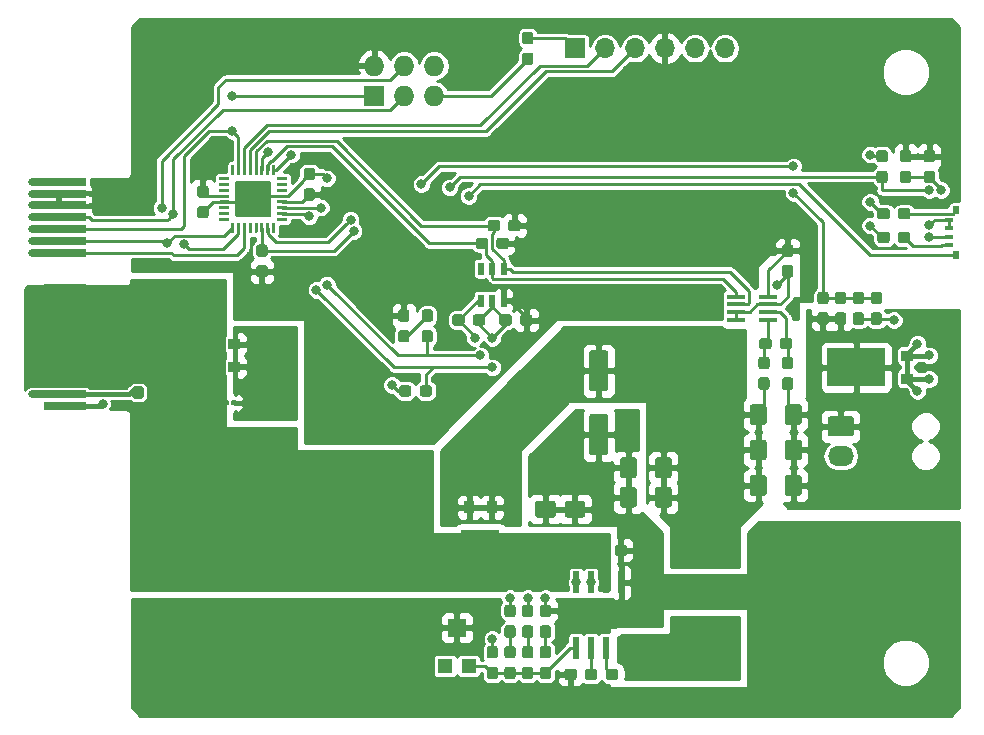
<source format=gbr>
G04 #@! TF.GenerationSoftware,KiCad,Pcbnew,5.0.2+dfsg1-1*
G04 #@! TF.CreationDate,2021-07-01T00:11:51-05:00*
G04 #@! TF.ProjectId,dcpsu-card-a,64637073-752d-4636-9172-642d612e6b69,v0.4-TI*
G04 #@! TF.SameCoordinates,Original*
G04 #@! TF.FileFunction,Copper,L1,Top*
G04 #@! TF.FilePolarity,Positive*
%FSLAX46Y46*%
G04 Gerber Fmt 4.6, Leading zero omitted, Abs format (unit mm)*
G04 Created by KiCad (PCBNEW 5.0.2+dfsg1-1) date Thu 01 Jul 2021 12:11:51 AM CDT*
%MOMM*%
%LPD*%
G01*
G04 APERTURE LIST*
G04 #@! TA.AperFunction,Conductor*
%ADD10C,0.100000*%
G04 #@! TD*
G04 #@! TA.AperFunction,SMDPad,CuDef*
%ADD11C,0.950000*%
G04 #@! TD*
G04 #@! TA.AperFunction,SMDPad,CuDef*
%ADD12C,1.425000*%
G04 #@! TD*
G04 #@! TA.AperFunction,SMDPad,CuDef*
%ADD13R,1.000000X0.950000*%
G04 #@! TD*
G04 #@! TA.AperFunction,SMDPad,CuDef*
%ADD14R,4.900000X3.200000*%
G04 #@! TD*
G04 #@! TA.AperFunction,SMDPad,CuDef*
%ADD15C,0.250000*%
G04 #@! TD*
G04 #@! TA.AperFunction,SMDPad,CuDef*
%ADD16C,3.100000*%
G04 #@! TD*
G04 #@! TA.AperFunction,SMDPad,CuDef*
%ADD17R,1.560000X0.400000*%
G04 #@! TD*
G04 #@! TA.AperFunction,ComponentPad*
%ADD18O,1.700000X1.700000*%
G04 #@! TD*
G04 #@! TA.AperFunction,ComponentPad*
%ADD19R,1.700000X1.700000*%
G04 #@! TD*
G04 #@! TA.AperFunction,ComponentPad*
%ADD20R,1.727200X1.727200*%
G04 #@! TD*
G04 #@! TA.AperFunction,ComponentPad*
%ADD21O,1.727200X1.727200*%
G04 #@! TD*
G04 #@! TA.AperFunction,SMDPad,CuDef*
%ADD22R,0.800000X0.400000*%
G04 #@! TD*
G04 #@! TA.AperFunction,SMDPad,CuDef*
%ADD23R,0.630000X0.660000*%
G04 #@! TD*
G04 #@! TA.AperFunction,SMDPad,CuDef*
%ADD24R,0.550000X1.000000*%
G04 #@! TD*
G04 #@! TA.AperFunction,ConnectorPad*
%ADD25R,3.600000X0.650000*%
G04 #@! TD*
G04 #@! TA.AperFunction,ConnectorPad*
%ADD26R,4.600000X0.650000*%
G04 #@! TD*
G04 #@! TA.AperFunction,ConnectorPad*
%ADD27O,0.650000X0.650000*%
G04 #@! TD*
G04 #@! TA.AperFunction,SMDPad,CuDef*
%ADD28C,1.600000*%
G04 #@! TD*
G04 #@! TA.AperFunction,ComponentPad*
%ADD29C,1.700000*%
G04 #@! TD*
G04 #@! TA.AperFunction,ComponentPad*
%ADD30O,2.200000X1.700000*%
G04 #@! TD*
G04 #@! TA.AperFunction,SMDPad,CuDef*
%ADD31R,0.950000X1.000000*%
G04 #@! TD*
G04 #@! TA.AperFunction,SMDPad,CuDef*
%ADD32R,3.200000X4.900000*%
G04 #@! TD*
G04 #@! TA.AperFunction,SMDPad,CuDef*
%ADD33R,0.610000X1.910000*%
G04 #@! TD*
G04 #@! TA.AperFunction,SMDPad,CuDef*
%ADD34R,1.550000X1.205000*%
G04 #@! TD*
G04 #@! TA.AperFunction,SMDPad,CuDef*
%ADD35R,5.334000X2.413000*%
G04 #@! TD*
G04 #@! TA.AperFunction,SMDPad,CuDef*
%ADD36C,0.400000*%
G04 #@! TD*
G04 #@! TA.AperFunction,SMDPad,CuDef*
%ADD37R,1.600000X1.500000*%
G04 #@! TD*
G04 #@! TA.AperFunction,SMDPad,CuDef*
%ADD38R,1.200000X1.200000*%
G04 #@! TD*
G04 #@! TA.AperFunction,ViaPad*
%ADD39C,0.800000*%
G04 #@! TD*
G04 #@! TA.AperFunction,Conductor*
%ADD40C,0.250000*%
G04 #@! TD*
G04 #@! TA.AperFunction,Conductor*
%ADD41C,0.381000*%
G04 #@! TD*
G04 #@! TA.AperFunction,Conductor*
%ADD42C,0.254000*%
G04 #@! TD*
G04 APERTURE END LIST*
D10*
G04 #@! TO.N,GND*
G04 #@! TO.C,R8*
G36*
X124760779Y-120101144D02*
X124783834Y-120104563D01*
X124806443Y-120110227D01*
X124828387Y-120118079D01*
X124849457Y-120128044D01*
X124869448Y-120140026D01*
X124888168Y-120153910D01*
X124905438Y-120169562D01*
X124921090Y-120186832D01*
X124934974Y-120205552D01*
X124946956Y-120225543D01*
X124956921Y-120246613D01*
X124964773Y-120268557D01*
X124970437Y-120291166D01*
X124973856Y-120314221D01*
X124975000Y-120337500D01*
X124975000Y-120912500D01*
X124973856Y-120935779D01*
X124970437Y-120958834D01*
X124964773Y-120981443D01*
X124956921Y-121003387D01*
X124946956Y-121024457D01*
X124934974Y-121044448D01*
X124921090Y-121063168D01*
X124905438Y-121080438D01*
X124888168Y-121096090D01*
X124869448Y-121109974D01*
X124849457Y-121121956D01*
X124828387Y-121131921D01*
X124806443Y-121139773D01*
X124783834Y-121145437D01*
X124760779Y-121148856D01*
X124737500Y-121150000D01*
X124262500Y-121150000D01*
X124239221Y-121148856D01*
X124216166Y-121145437D01*
X124193557Y-121139773D01*
X124171613Y-121131921D01*
X124150543Y-121121956D01*
X124130552Y-121109974D01*
X124111832Y-121096090D01*
X124094562Y-121080438D01*
X124078910Y-121063168D01*
X124065026Y-121044448D01*
X124053044Y-121024457D01*
X124043079Y-121003387D01*
X124035227Y-120981443D01*
X124029563Y-120958834D01*
X124026144Y-120935779D01*
X124025000Y-120912500D01*
X124025000Y-120337500D01*
X124026144Y-120314221D01*
X124029563Y-120291166D01*
X124035227Y-120268557D01*
X124043079Y-120246613D01*
X124053044Y-120225543D01*
X124065026Y-120205552D01*
X124078910Y-120186832D01*
X124094562Y-120169562D01*
X124111832Y-120153910D01*
X124130552Y-120140026D01*
X124150543Y-120128044D01*
X124171613Y-120118079D01*
X124193557Y-120110227D01*
X124216166Y-120104563D01*
X124239221Y-120101144D01*
X124262500Y-120100000D01*
X124737500Y-120100000D01*
X124760779Y-120101144D01*
X124760779Y-120101144D01*
G37*
D11*
G04 #@! TD*
G04 #@! TO.P,R8,2*
G04 #@! TO.N,GND*
X124500000Y-120625000D03*
D10*
G04 #@! TO.N,Net-(R7-Pad2)*
G04 #@! TO.C,R8*
G36*
X124760779Y-121851144D02*
X124783834Y-121854563D01*
X124806443Y-121860227D01*
X124828387Y-121868079D01*
X124849457Y-121878044D01*
X124869448Y-121890026D01*
X124888168Y-121903910D01*
X124905438Y-121919562D01*
X124921090Y-121936832D01*
X124934974Y-121955552D01*
X124946956Y-121975543D01*
X124956921Y-121996613D01*
X124964773Y-122018557D01*
X124970437Y-122041166D01*
X124973856Y-122064221D01*
X124975000Y-122087500D01*
X124975000Y-122662500D01*
X124973856Y-122685779D01*
X124970437Y-122708834D01*
X124964773Y-122731443D01*
X124956921Y-122753387D01*
X124946956Y-122774457D01*
X124934974Y-122794448D01*
X124921090Y-122813168D01*
X124905438Y-122830438D01*
X124888168Y-122846090D01*
X124869448Y-122859974D01*
X124849457Y-122871956D01*
X124828387Y-122881921D01*
X124806443Y-122889773D01*
X124783834Y-122895437D01*
X124760779Y-122898856D01*
X124737500Y-122900000D01*
X124262500Y-122900000D01*
X124239221Y-122898856D01*
X124216166Y-122895437D01*
X124193557Y-122889773D01*
X124171613Y-122881921D01*
X124150543Y-122871956D01*
X124130552Y-122859974D01*
X124111832Y-122846090D01*
X124094562Y-122830438D01*
X124078910Y-122813168D01*
X124065026Y-122794448D01*
X124053044Y-122774457D01*
X124043079Y-122753387D01*
X124035227Y-122731443D01*
X124029563Y-122708834D01*
X124026144Y-122685779D01*
X124025000Y-122662500D01*
X124025000Y-122087500D01*
X124026144Y-122064221D01*
X124029563Y-122041166D01*
X124035227Y-122018557D01*
X124043079Y-121996613D01*
X124053044Y-121975543D01*
X124065026Y-121955552D01*
X124078910Y-121936832D01*
X124094562Y-121919562D01*
X124111832Y-121903910D01*
X124130552Y-121890026D01*
X124150543Y-121878044D01*
X124171613Y-121868079D01*
X124193557Y-121860227D01*
X124216166Y-121854563D01*
X124239221Y-121851144D01*
X124262500Y-121850000D01*
X124737500Y-121850000D01*
X124760779Y-121851144D01*
X124760779Y-121851144D01*
G37*
D11*
G04 #@! TD*
G04 #@! TO.P,R8,1*
G04 #@! TO.N,Net-(R7-Pad2)*
X124500000Y-122375000D03*
D10*
G04 #@! TO.N,Net-(D1-Pad1)*
G04 #@! TO.C,R12*
G36*
X145974504Y-103126204D02*
X145998773Y-103129804D01*
X146022571Y-103135765D01*
X146045671Y-103144030D01*
X146067849Y-103154520D01*
X146088893Y-103167133D01*
X146108598Y-103181747D01*
X146126777Y-103198223D01*
X146143253Y-103216402D01*
X146157867Y-103236107D01*
X146170480Y-103257151D01*
X146180970Y-103279329D01*
X146189235Y-103302429D01*
X146195196Y-103326227D01*
X146198796Y-103350496D01*
X146200000Y-103375000D01*
X146200000Y-104625000D01*
X146198796Y-104649504D01*
X146195196Y-104673773D01*
X146189235Y-104697571D01*
X146180970Y-104720671D01*
X146170480Y-104742849D01*
X146157867Y-104763893D01*
X146143253Y-104783598D01*
X146126777Y-104801777D01*
X146108598Y-104818253D01*
X146088893Y-104832867D01*
X146067849Y-104845480D01*
X146045671Y-104855970D01*
X146022571Y-104864235D01*
X145998773Y-104870196D01*
X145974504Y-104873796D01*
X145950000Y-104875000D01*
X145025000Y-104875000D01*
X145000496Y-104873796D01*
X144976227Y-104870196D01*
X144952429Y-104864235D01*
X144929329Y-104855970D01*
X144907151Y-104845480D01*
X144886107Y-104832867D01*
X144866402Y-104818253D01*
X144848223Y-104801777D01*
X144831747Y-104783598D01*
X144817133Y-104763893D01*
X144804520Y-104742849D01*
X144794030Y-104720671D01*
X144785765Y-104697571D01*
X144779804Y-104673773D01*
X144776204Y-104649504D01*
X144775000Y-104625000D01*
X144775000Y-103375000D01*
X144776204Y-103350496D01*
X144779804Y-103326227D01*
X144785765Y-103302429D01*
X144794030Y-103279329D01*
X144804520Y-103257151D01*
X144817133Y-103236107D01*
X144831747Y-103216402D01*
X144848223Y-103198223D01*
X144866402Y-103181747D01*
X144886107Y-103167133D01*
X144907151Y-103154520D01*
X144929329Y-103144030D01*
X144952429Y-103135765D01*
X144976227Y-103129804D01*
X145000496Y-103126204D01*
X145025000Y-103125000D01*
X145950000Y-103125000D01*
X145974504Y-103126204D01*
X145974504Y-103126204D01*
G37*
D12*
G04 #@! TD*
G04 #@! TO.P,R12,2*
G04 #@! TO.N,Net-(D1-Pad1)*
X145487500Y-104000000D03*
D10*
G04 #@! TO.N,Net-(C10-Pad1)*
G04 #@! TO.C,R12*
G36*
X142999504Y-103126204D02*
X143023773Y-103129804D01*
X143047571Y-103135765D01*
X143070671Y-103144030D01*
X143092849Y-103154520D01*
X143113893Y-103167133D01*
X143133598Y-103181747D01*
X143151777Y-103198223D01*
X143168253Y-103216402D01*
X143182867Y-103236107D01*
X143195480Y-103257151D01*
X143205970Y-103279329D01*
X143214235Y-103302429D01*
X143220196Y-103326227D01*
X143223796Y-103350496D01*
X143225000Y-103375000D01*
X143225000Y-104625000D01*
X143223796Y-104649504D01*
X143220196Y-104673773D01*
X143214235Y-104697571D01*
X143205970Y-104720671D01*
X143195480Y-104742849D01*
X143182867Y-104763893D01*
X143168253Y-104783598D01*
X143151777Y-104801777D01*
X143133598Y-104818253D01*
X143113893Y-104832867D01*
X143092849Y-104845480D01*
X143070671Y-104855970D01*
X143047571Y-104864235D01*
X143023773Y-104870196D01*
X142999504Y-104873796D01*
X142975000Y-104875000D01*
X142050000Y-104875000D01*
X142025496Y-104873796D01*
X142001227Y-104870196D01*
X141977429Y-104864235D01*
X141954329Y-104855970D01*
X141932151Y-104845480D01*
X141911107Y-104832867D01*
X141891402Y-104818253D01*
X141873223Y-104801777D01*
X141856747Y-104783598D01*
X141842133Y-104763893D01*
X141829520Y-104742849D01*
X141819030Y-104720671D01*
X141810765Y-104697571D01*
X141804804Y-104673773D01*
X141801204Y-104649504D01*
X141800000Y-104625000D01*
X141800000Y-103375000D01*
X141801204Y-103350496D01*
X141804804Y-103326227D01*
X141810765Y-103302429D01*
X141819030Y-103279329D01*
X141829520Y-103257151D01*
X141842133Y-103236107D01*
X141856747Y-103216402D01*
X141873223Y-103198223D01*
X141891402Y-103181747D01*
X141911107Y-103167133D01*
X141932151Y-103154520D01*
X141954329Y-103144030D01*
X141977429Y-103135765D01*
X142001227Y-103129804D01*
X142025496Y-103126204D01*
X142050000Y-103125000D01*
X142975000Y-103125000D01*
X142999504Y-103126204D01*
X142999504Y-103126204D01*
G37*
D12*
G04 #@! TD*
G04 #@! TO.P,R12,1*
G04 #@! TO.N,Net-(C10-Pad1)*
X142512500Y-104000000D03*
D10*
G04 #@! TO.N,/~RESET*
G04 #@! TO.C,R1*
G36*
X100760779Y-89601144D02*
X100783834Y-89604563D01*
X100806443Y-89610227D01*
X100828387Y-89618079D01*
X100849457Y-89628044D01*
X100869448Y-89640026D01*
X100888168Y-89653910D01*
X100905438Y-89669562D01*
X100921090Y-89686832D01*
X100934974Y-89705552D01*
X100946956Y-89725543D01*
X100956921Y-89746613D01*
X100964773Y-89768557D01*
X100970437Y-89791166D01*
X100973856Y-89814221D01*
X100975000Y-89837500D01*
X100975000Y-90412500D01*
X100973856Y-90435779D01*
X100970437Y-90458834D01*
X100964773Y-90481443D01*
X100956921Y-90503387D01*
X100946956Y-90524457D01*
X100934974Y-90544448D01*
X100921090Y-90563168D01*
X100905438Y-90580438D01*
X100888168Y-90596090D01*
X100869448Y-90609974D01*
X100849457Y-90621956D01*
X100828387Y-90631921D01*
X100806443Y-90639773D01*
X100783834Y-90645437D01*
X100760779Y-90648856D01*
X100737500Y-90650000D01*
X100262500Y-90650000D01*
X100239221Y-90648856D01*
X100216166Y-90645437D01*
X100193557Y-90639773D01*
X100171613Y-90631921D01*
X100150543Y-90621956D01*
X100130552Y-90609974D01*
X100111832Y-90596090D01*
X100094562Y-90580438D01*
X100078910Y-90563168D01*
X100065026Y-90544448D01*
X100053044Y-90524457D01*
X100043079Y-90503387D01*
X100035227Y-90481443D01*
X100029563Y-90458834D01*
X100026144Y-90435779D01*
X100025000Y-90412500D01*
X100025000Y-89837500D01*
X100026144Y-89814221D01*
X100029563Y-89791166D01*
X100035227Y-89768557D01*
X100043079Y-89746613D01*
X100053044Y-89725543D01*
X100065026Y-89705552D01*
X100078910Y-89686832D01*
X100094562Y-89669562D01*
X100111832Y-89653910D01*
X100130552Y-89640026D01*
X100150543Y-89628044D01*
X100171613Y-89618079D01*
X100193557Y-89610227D01*
X100216166Y-89604563D01*
X100239221Y-89601144D01*
X100262500Y-89600000D01*
X100737500Y-89600000D01*
X100760779Y-89601144D01*
X100760779Y-89601144D01*
G37*
D11*
G04 #@! TD*
G04 #@! TO.P,R1,2*
G04 #@! TO.N,/~RESET*
X100500000Y-90125000D03*
D10*
G04 #@! TO.N,+5V*
G04 #@! TO.C,R1*
G36*
X100760779Y-91351144D02*
X100783834Y-91354563D01*
X100806443Y-91360227D01*
X100828387Y-91368079D01*
X100849457Y-91378044D01*
X100869448Y-91390026D01*
X100888168Y-91403910D01*
X100905438Y-91419562D01*
X100921090Y-91436832D01*
X100934974Y-91455552D01*
X100946956Y-91475543D01*
X100956921Y-91496613D01*
X100964773Y-91518557D01*
X100970437Y-91541166D01*
X100973856Y-91564221D01*
X100975000Y-91587500D01*
X100975000Y-92162500D01*
X100973856Y-92185779D01*
X100970437Y-92208834D01*
X100964773Y-92231443D01*
X100956921Y-92253387D01*
X100946956Y-92274457D01*
X100934974Y-92294448D01*
X100921090Y-92313168D01*
X100905438Y-92330438D01*
X100888168Y-92346090D01*
X100869448Y-92359974D01*
X100849457Y-92371956D01*
X100828387Y-92381921D01*
X100806443Y-92389773D01*
X100783834Y-92395437D01*
X100760779Y-92398856D01*
X100737500Y-92400000D01*
X100262500Y-92400000D01*
X100239221Y-92398856D01*
X100216166Y-92395437D01*
X100193557Y-92389773D01*
X100171613Y-92381921D01*
X100150543Y-92371956D01*
X100130552Y-92359974D01*
X100111832Y-92346090D01*
X100094562Y-92330438D01*
X100078910Y-92313168D01*
X100065026Y-92294448D01*
X100053044Y-92274457D01*
X100043079Y-92253387D01*
X100035227Y-92231443D01*
X100029563Y-92208834D01*
X100026144Y-92185779D01*
X100025000Y-92162500D01*
X100025000Y-91587500D01*
X100026144Y-91564221D01*
X100029563Y-91541166D01*
X100035227Y-91518557D01*
X100043079Y-91496613D01*
X100053044Y-91475543D01*
X100065026Y-91455552D01*
X100078910Y-91436832D01*
X100094562Y-91419562D01*
X100111832Y-91403910D01*
X100130552Y-91390026D01*
X100150543Y-91378044D01*
X100171613Y-91368079D01*
X100193557Y-91360227D01*
X100216166Y-91354563D01*
X100239221Y-91351144D01*
X100262500Y-91350000D01*
X100737500Y-91350000D01*
X100760779Y-91351144D01*
X100760779Y-91351144D01*
G37*
D11*
G04 #@! TD*
G04 #@! TO.P,R1,1*
G04 #@! TO.N,+5V*
X100500000Y-91875000D03*
D10*
G04 #@! TO.N,Net-(C16-Pad1)*
G04 #@! TO.C,R20*
G36*
X121760779Y-120101144D02*
X121783834Y-120104563D01*
X121806443Y-120110227D01*
X121828387Y-120118079D01*
X121849457Y-120128044D01*
X121869448Y-120140026D01*
X121888168Y-120153910D01*
X121905438Y-120169562D01*
X121921090Y-120186832D01*
X121934974Y-120205552D01*
X121946956Y-120225543D01*
X121956921Y-120246613D01*
X121964773Y-120268557D01*
X121970437Y-120291166D01*
X121973856Y-120314221D01*
X121975000Y-120337500D01*
X121975000Y-120912500D01*
X121973856Y-120935779D01*
X121970437Y-120958834D01*
X121964773Y-120981443D01*
X121956921Y-121003387D01*
X121946956Y-121024457D01*
X121934974Y-121044448D01*
X121921090Y-121063168D01*
X121905438Y-121080438D01*
X121888168Y-121096090D01*
X121869448Y-121109974D01*
X121849457Y-121121956D01*
X121828387Y-121131921D01*
X121806443Y-121139773D01*
X121783834Y-121145437D01*
X121760779Y-121148856D01*
X121737500Y-121150000D01*
X121262500Y-121150000D01*
X121239221Y-121148856D01*
X121216166Y-121145437D01*
X121193557Y-121139773D01*
X121171613Y-121131921D01*
X121150543Y-121121956D01*
X121130552Y-121109974D01*
X121111832Y-121096090D01*
X121094562Y-121080438D01*
X121078910Y-121063168D01*
X121065026Y-121044448D01*
X121053044Y-121024457D01*
X121043079Y-121003387D01*
X121035227Y-120981443D01*
X121029563Y-120958834D01*
X121026144Y-120935779D01*
X121025000Y-120912500D01*
X121025000Y-120337500D01*
X121026144Y-120314221D01*
X121029563Y-120291166D01*
X121035227Y-120268557D01*
X121043079Y-120246613D01*
X121053044Y-120225543D01*
X121065026Y-120205552D01*
X121078910Y-120186832D01*
X121094562Y-120169562D01*
X121111832Y-120153910D01*
X121130552Y-120140026D01*
X121150543Y-120128044D01*
X121171613Y-120118079D01*
X121193557Y-120110227D01*
X121216166Y-120104563D01*
X121239221Y-120101144D01*
X121262500Y-120100000D01*
X121737500Y-120100000D01*
X121760779Y-120101144D01*
X121760779Y-120101144D01*
G37*
D11*
G04 #@! TD*
G04 #@! TO.P,R20,2*
G04 #@! TO.N,Net-(C16-Pad1)*
X121500000Y-120625000D03*
D10*
G04 #@! TO.N,Net-(R20-Pad1)*
G04 #@! TO.C,R20*
G36*
X121760779Y-121851144D02*
X121783834Y-121854563D01*
X121806443Y-121860227D01*
X121828387Y-121868079D01*
X121849457Y-121878044D01*
X121869448Y-121890026D01*
X121888168Y-121903910D01*
X121905438Y-121919562D01*
X121921090Y-121936832D01*
X121934974Y-121955552D01*
X121946956Y-121975543D01*
X121956921Y-121996613D01*
X121964773Y-122018557D01*
X121970437Y-122041166D01*
X121973856Y-122064221D01*
X121975000Y-122087500D01*
X121975000Y-122662500D01*
X121973856Y-122685779D01*
X121970437Y-122708834D01*
X121964773Y-122731443D01*
X121956921Y-122753387D01*
X121946956Y-122774457D01*
X121934974Y-122794448D01*
X121921090Y-122813168D01*
X121905438Y-122830438D01*
X121888168Y-122846090D01*
X121869448Y-122859974D01*
X121849457Y-122871956D01*
X121828387Y-122881921D01*
X121806443Y-122889773D01*
X121783834Y-122895437D01*
X121760779Y-122898856D01*
X121737500Y-122900000D01*
X121262500Y-122900000D01*
X121239221Y-122898856D01*
X121216166Y-122895437D01*
X121193557Y-122889773D01*
X121171613Y-122881921D01*
X121150543Y-122871956D01*
X121130552Y-122859974D01*
X121111832Y-122846090D01*
X121094562Y-122830438D01*
X121078910Y-122813168D01*
X121065026Y-122794448D01*
X121053044Y-122774457D01*
X121043079Y-122753387D01*
X121035227Y-122731443D01*
X121029563Y-122708834D01*
X121026144Y-122685779D01*
X121025000Y-122662500D01*
X121025000Y-122087500D01*
X121026144Y-122064221D01*
X121029563Y-122041166D01*
X121035227Y-122018557D01*
X121043079Y-121996613D01*
X121053044Y-121975543D01*
X121065026Y-121955552D01*
X121078910Y-121936832D01*
X121094562Y-121919562D01*
X121111832Y-121903910D01*
X121130552Y-121890026D01*
X121150543Y-121878044D01*
X121171613Y-121868079D01*
X121193557Y-121860227D01*
X121216166Y-121854563D01*
X121239221Y-121851144D01*
X121262500Y-121850000D01*
X121737500Y-121850000D01*
X121760779Y-121851144D01*
X121760779Y-121851144D01*
G37*
D11*
G04 #@! TD*
G04 #@! TO.P,R20,1*
G04 #@! TO.N,Net-(R20-Pad1)*
X121500000Y-122375000D03*
D10*
G04 #@! TO.N,Net-(C3-Pad2)*
G04 #@! TO.C,C3*
G36*
X123260779Y-71601144D02*
X123283834Y-71604563D01*
X123306443Y-71610227D01*
X123328387Y-71618079D01*
X123349457Y-71628044D01*
X123369448Y-71640026D01*
X123388168Y-71653910D01*
X123405438Y-71669562D01*
X123421090Y-71686832D01*
X123434974Y-71705552D01*
X123446956Y-71725543D01*
X123456921Y-71746613D01*
X123464773Y-71768557D01*
X123470437Y-71791166D01*
X123473856Y-71814221D01*
X123475000Y-71837500D01*
X123475000Y-72412500D01*
X123473856Y-72435779D01*
X123470437Y-72458834D01*
X123464773Y-72481443D01*
X123456921Y-72503387D01*
X123446956Y-72524457D01*
X123434974Y-72544448D01*
X123421090Y-72563168D01*
X123405438Y-72580438D01*
X123388168Y-72596090D01*
X123369448Y-72609974D01*
X123349457Y-72621956D01*
X123328387Y-72631921D01*
X123306443Y-72639773D01*
X123283834Y-72645437D01*
X123260779Y-72648856D01*
X123237500Y-72650000D01*
X122762500Y-72650000D01*
X122739221Y-72648856D01*
X122716166Y-72645437D01*
X122693557Y-72639773D01*
X122671613Y-72631921D01*
X122650543Y-72621956D01*
X122630552Y-72609974D01*
X122611832Y-72596090D01*
X122594562Y-72580438D01*
X122578910Y-72563168D01*
X122565026Y-72544448D01*
X122553044Y-72524457D01*
X122543079Y-72503387D01*
X122535227Y-72481443D01*
X122529563Y-72458834D01*
X122526144Y-72435779D01*
X122525000Y-72412500D01*
X122525000Y-71837500D01*
X122526144Y-71814221D01*
X122529563Y-71791166D01*
X122535227Y-71768557D01*
X122543079Y-71746613D01*
X122553044Y-71725543D01*
X122565026Y-71705552D01*
X122578910Y-71686832D01*
X122594562Y-71669562D01*
X122611832Y-71653910D01*
X122630552Y-71640026D01*
X122650543Y-71628044D01*
X122671613Y-71618079D01*
X122693557Y-71610227D01*
X122716166Y-71604563D01*
X122739221Y-71601144D01*
X122762500Y-71600000D01*
X123237500Y-71600000D01*
X123260779Y-71601144D01*
X123260779Y-71601144D01*
G37*
D11*
G04 #@! TD*
G04 #@! TO.P,C3,2*
G04 #@! TO.N,Net-(C3-Pad2)*
X123000000Y-72125000D03*
D10*
G04 #@! TO.N,/~RESET*
G04 #@! TO.C,C3*
G36*
X123260779Y-73351144D02*
X123283834Y-73354563D01*
X123306443Y-73360227D01*
X123328387Y-73368079D01*
X123349457Y-73378044D01*
X123369448Y-73390026D01*
X123388168Y-73403910D01*
X123405438Y-73419562D01*
X123421090Y-73436832D01*
X123434974Y-73455552D01*
X123446956Y-73475543D01*
X123456921Y-73496613D01*
X123464773Y-73518557D01*
X123470437Y-73541166D01*
X123473856Y-73564221D01*
X123475000Y-73587500D01*
X123475000Y-74162500D01*
X123473856Y-74185779D01*
X123470437Y-74208834D01*
X123464773Y-74231443D01*
X123456921Y-74253387D01*
X123446956Y-74274457D01*
X123434974Y-74294448D01*
X123421090Y-74313168D01*
X123405438Y-74330438D01*
X123388168Y-74346090D01*
X123369448Y-74359974D01*
X123349457Y-74371956D01*
X123328387Y-74381921D01*
X123306443Y-74389773D01*
X123283834Y-74395437D01*
X123260779Y-74398856D01*
X123237500Y-74400000D01*
X122762500Y-74400000D01*
X122739221Y-74398856D01*
X122716166Y-74395437D01*
X122693557Y-74389773D01*
X122671613Y-74381921D01*
X122650543Y-74371956D01*
X122630552Y-74359974D01*
X122611832Y-74346090D01*
X122594562Y-74330438D01*
X122578910Y-74313168D01*
X122565026Y-74294448D01*
X122553044Y-74274457D01*
X122543079Y-74253387D01*
X122535227Y-74231443D01*
X122529563Y-74208834D01*
X122526144Y-74185779D01*
X122525000Y-74162500D01*
X122525000Y-73587500D01*
X122526144Y-73564221D01*
X122529563Y-73541166D01*
X122535227Y-73518557D01*
X122543079Y-73496613D01*
X122553044Y-73475543D01*
X122565026Y-73455552D01*
X122578910Y-73436832D01*
X122594562Y-73419562D01*
X122611832Y-73403910D01*
X122630552Y-73390026D01*
X122650543Y-73378044D01*
X122671613Y-73368079D01*
X122693557Y-73360227D01*
X122716166Y-73354563D01*
X122739221Y-73351144D01*
X122762500Y-73350000D01*
X123237500Y-73350000D01*
X123260779Y-73351144D01*
X123260779Y-73351144D01*
G37*
D11*
G04 #@! TD*
G04 #@! TO.P,C3,1*
G04 #@! TO.N,/~RESET*
X123000000Y-73875000D03*
D10*
G04 #@! TO.N,Net-(C5-Pad2)*
G04 #@! TO.C,C5*
G36*
X132185779Y-125526144D02*
X132208834Y-125529563D01*
X132231443Y-125535227D01*
X132253387Y-125543079D01*
X132274457Y-125553044D01*
X132294448Y-125565026D01*
X132313168Y-125578910D01*
X132330438Y-125594562D01*
X132346090Y-125611832D01*
X132359974Y-125630552D01*
X132371956Y-125650543D01*
X132381921Y-125671613D01*
X132389773Y-125693557D01*
X132395437Y-125716166D01*
X132398856Y-125739221D01*
X132400000Y-125762500D01*
X132400000Y-126237500D01*
X132398856Y-126260779D01*
X132395437Y-126283834D01*
X132389773Y-126306443D01*
X132381921Y-126328387D01*
X132371956Y-126349457D01*
X132359974Y-126369448D01*
X132346090Y-126388168D01*
X132330438Y-126405438D01*
X132313168Y-126421090D01*
X132294448Y-126434974D01*
X132274457Y-126446956D01*
X132253387Y-126456921D01*
X132231443Y-126464773D01*
X132208834Y-126470437D01*
X132185779Y-126473856D01*
X132162500Y-126475000D01*
X131587500Y-126475000D01*
X131564221Y-126473856D01*
X131541166Y-126470437D01*
X131518557Y-126464773D01*
X131496613Y-126456921D01*
X131475543Y-126446956D01*
X131455552Y-126434974D01*
X131436832Y-126421090D01*
X131419562Y-126405438D01*
X131403910Y-126388168D01*
X131390026Y-126369448D01*
X131378044Y-126349457D01*
X131368079Y-126328387D01*
X131360227Y-126306443D01*
X131354563Y-126283834D01*
X131351144Y-126260779D01*
X131350000Y-126237500D01*
X131350000Y-125762500D01*
X131351144Y-125739221D01*
X131354563Y-125716166D01*
X131360227Y-125693557D01*
X131368079Y-125671613D01*
X131378044Y-125650543D01*
X131390026Y-125630552D01*
X131403910Y-125611832D01*
X131419562Y-125594562D01*
X131436832Y-125578910D01*
X131455552Y-125565026D01*
X131475543Y-125553044D01*
X131496613Y-125543079D01*
X131518557Y-125535227D01*
X131541166Y-125529563D01*
X131564221Y-125526144D01*
X131587500Y-125525000D01*
X132162500Y-125525000D01*
X132185779Y-125526144D01*
X132185779Y-125526144D01*
G37*
D11*
G04 #@! TD*
G04 #@! TO.P,C5,2*
G04 #@! TO.N,Net-(C5-Pad2)*
X131875000Y-126000000D03*
D10*
G04 #@! TO.N,Net-(C5-Pad1)*
G04 #@! TO.C,C5*
G36*
X130435779Y-125526144D02*
X130458834Y-125529563D01*
X130481443Y-125535227D01*
X130503387Y-125543079D01*
X130524457Y-125553044D01*
X130544448Y-125565026D01*
X130563168Y-125578910D01*
X130580438Y-125594562D01*
X130596090Y-125611832D01*
X130609974Y-125630552D01*
X130621956Y-125650543D01*
X130631921Y-125671613D01*
X130639773Y-125693557D01*
X130645437Y-125716166D01*
X130648856Y-125739221D01*
X130650000Y-125762500D01*
X130650000Y-126237500D01*
X130648856Y-126260779D01*
X130645437Y-126283834D01*
X130639773Y-126306443D01*
X130631921Y-126328387D01*
X130621956Y-126349457D01*
X130609974Y-126369448D01*
X130596090Y-126388168D01*
X130580438Y-126405438D01*
X130563168Y-126421090D01*
X130544448Y-126434974D01*
X130524457Y-126446956D01*
X130503387Y-126456921D01*
X130481443Y-126464773D01*
X130458834Y-126470437D01*
X130435779Y-126473856D01*
X130412500Y-126475000D01*
X129837500Y-126475000D01*
X129814221Y-126473856D01*
X129791166Y-126470437D01*
X129768557Y-126464773D01*
X129746613Y-126456921D01*
X129725543Y-126446956D01*
X129705552Y-126434974D01*
X129686832Y-126421090D01*
X129669562Y-126405438D01*
X129653910Y-126388168D01*
X129640026Y-126369448D01*
X129628044Y-126349457D01*
X129618079Y-126328387D01*
X129610227Y-126306443D01*
X129604563Y-126283834D01*
X129601144Y-126260779D01*
X129600000Y-126237500D01*
X129600000Y-125762500D01*
X129601144Y-125739221D01*
X129604563Y-125716166D01*
X129610227Y-125693557D01*
X129618079Y-125671613D01*
X129628044Y-125650543D01*
X129640026Y-125630552D01*
X129653910Y-125611832D01*
X129669562Y-125594562D01*
X129686832Y-125578910D01*
X129705552Y-125565026D01*
X129725543Y-125553044D01*
X129746613Y-125543079D01*
X129768557Y-125535227D01*
X129791166Y-125529563D01*
X129814221Y-125526144D01*
X129837500Y-125525000D01*
X130412500Y-125525000D01*
X130435779Y-125526144D01*
X130435779Y-125526144D01*
G37*
D11*
G04 #@! TD*
G04 #@! TO.P,C5,1*
G04 #@! TO.N,Net-(C5-Pad1)*
X130125000Y-126000000D03*
D10*
G04 #@! TO.N,Net-(C14-Pad2)*
G04 #@! TO.C,C14*
G36*
X145185779Y-97526144D02*
X145208834Y-97529563D01*
X145231443Y-97535227D01*
X145253387Y-97543079D01*
X145274457Y-97553044D01*
X145294448Y-97565026D01*
X145313168Y-97578910D01*
X145330438Y-97594562D01*
X145346090Y-97611832D01*
X145359974Y-97630552D01*
X145371956Y-97650543D01*
X145381921Y-97671613D01*
X145389773Y-97693557D01*
X145395437Y-97716166D01*
X145398856Y-97739221D01*
X145400000Y-97762500D01*
X145400000Y-98237500D01*
X145398856Y-98260779D01*
X145395437Y-98283834D01*
X145389773Y-98306443D01*
X145381921Y-98328387D01*
X145371956Y-98349457D01*
X145359974Y-98369448D01*
X145346090Y-98388168D01*
X145330438Y-98405438D01*
X145313168Y-98421090D01*
X145294448Y-98434974D01*
X145274457Y-98446956D01*
X145253387Y-98456921D01*
X145231443Y-98464773D01*
X145208834Y-98470437D01*
X145185779Y-98473856D01*
X145162500Y-98475000D01*
X144587500Y-98475000D01*
X144564221Y-98473856D01*
X144541166Y-98470437D01*
X144518557Y-98464773D01*
X144496613Y-98456921D01*
X144475543Y-98446956D01*
X144455552Y-98434974D01*
X144436832Y-98421090D01*
X144419562Y-98405438D01*
X144403910Y-98388168D01*
X144390026Y-98369448D01*
X144378044Y-98349457D01*
X144368079Y-98328387D01*
X144360227Y-98306443D01*
X144354563Y-98283834D01*
X144351144Y-98260779D01*
X144350000Y-98237500D01*
X144350000Y-97762500D01*
X144351144Y-97739221D01*
X144354563Y-97716166D01*
X144360227Y-97693557D01*
X144368079Y-97671613D01*
X144378044Y-97650543D01*
X144390026Y-97630552D01*
X144403910Y-97611832D01*
X144419562Y-97594562D01*
X144436832Y-97578910D01*
X144455552Y-97565026D01*
X144475543Y-97553044D01*
X144496613Y-97543079D01*
X144518557Y-97535227D01*
X144541166Y-97529563D01*
X144564221Y-97526144D01*
X144587500Y-97525000D01*
X145162500Y-97525000D01*
X145185779Y-97526144D01*
X145185779Y-97526144D01*
G37*
D11*
G04 #@! TD*
G04 #@! TO.P,C14,2*
G04 #@! TO.N,Net-(C14-Pad2)*
X144875000Y-98000000D03*
D10*
G04 #@! TO.N,Net-(C14-Pad1)*
G04 #@! TO.C,C14*
G36*
X143435779Y-97526144D02*
X143458834Y-97529563D01*
X143481443Y-97535227D01*
X143503387Y-97543079D01*
X143524457Y-97553044D01*
X143544448Y-97565026D01*
X143563168Y-97578910D01*
X143580438Y-97594562D01*
X143596090Y-97611832D01*
X143609974Y-97630552D01*
X143621956Y-97650543D01*
X143631921Y-97671613D01*
X143639773Y-97693557D01*
X143645437Y-97716166D01*
X143648856Y-97739221D01*
X143650000Y-97762500D01*
X143650000Y-98237500D01*
X143648856Y-98260779D01*
X143645437Y-98283834D01*
X143639773Y-98306443D01*
X143631921Y-98328387D01*
X143621956Y-98349457D01*
X143609974Y-98369448D01*
X143596090Y-98388168D01*
X143580438Y-98405438D01*
X143563168Y-98421090D01*
X143544448Y-98434974D01*
X143524457Y-98446956D01*
X143503387Y-98456921D01*
X143481443Y-98464773D01*
X143458834Y-98470437D01*
X143435779Y-98473856D01*
X143412500Y-98475000D01*
X142837500Y-98475000D01*
X142814221Y-98473856D01*
X142791166Y-98470437D01*
X142768557Y-98464773D01*
X142746613Y-98456921D01*
X142725543Y-98446956D01*
X142705552Y-98434974D01*
X142686832Y-98421090D01*
X142669562Y-98405438D01*
X142653910Y-98388168D01*
X142640026Y-98369448D01*
X142628044Y-98349457D01*
X142618079Y-98328387D01*
X142610227Y-98306443D01*
X142604563Y-98283834D01*
X142601144Y-98260779D01*
X142600000Y-98237500D01*
X142600000Y-97762500D01*
X142601144Y-97739221D01*
X142604563Y-97716166D01*
X142610227Y-97693557D01*
X142618079Y-97671613D01*
X142628044Y-97650543D01*
X142640026Y-97630552D01*
X142653910Y-97611832D01*
X142669562Y-97594562D01*
X142686832Y-97578910D01*
X142705552Y-97565026D01*
X142725543Y-97553044D01*
X142746613Y-97543079D01*
X142768557Y-97535227D01*
X142791166Y-97529563D01*
X142814221Y-97526144D01*
X142837500Y-97525000D01*
X143412500Y-97525000D01*
X143435779Y-97526144D01*
X143435779Y-97526144D01*
G37*
D11*
G04 #@! TD*
G04 #@! TO.P,C14,1*
G04 #@! TO.N,Net-(C14-Pad1)*
X143125000Y-98000000D03*
D13*
G04 #@! TO.P,D1,2*
G04 #@! TO.N,GND*
X155150000Y-99030000D03*
D14*
G04 #@! TO.P,D1,1*
G04 #@! TO.N,Net-(D1-Pad1)*
X150800000Y-100000000D03*
D13*
G04 #@! TO.P,D1,2*
G04 #@! TO.N,GND*
X155150000Y-100970000D03*
G04 #@! TD*
D10*
G04 #@! TO.N,+5V*
G04 #@! TO.C,C1*
G36*
X104760779Y-84851144D02*
X104783834Y-84854563D01*
X104806443Y-84860227D01*
X104828387Y-84868079D01*
X104849457Y-84878044D01*
X104869448Y-84890026D01*
X104888168Y-84903910D01*
X104905438Y-84919562D01*
X104921090Y-84936832D01*
X104934974Y-84955552D01*
X104946956Y-84975543D01*
X104956921Y-84996613D01*
X104964773Y-85018557D01*
X104970437Y-85041166D01*
X104973856Y-85064221D01*
X104975000Y-85087500D01*
X104975000Y-85662500D01*
X104973856Y-85685779D01*
X104970437Y-85708834D01*
X104964773Y-85731443D01*
X104956921Y-85753387D01*
X104946956Y-85774457D01*
X104934974Y-85794448D01*
X104921090Y-85813168D01*
X104905438Y-85830438D01*
X104888168Y-85846090D01*
X104869448Y-85859974D01*
X104849457Y-85871956D01*
X104828387Y-85881921D01*
X104806443Y-85889773D01*
X104783834Y-85895437D01*
X104760779Y-85898856D01*
X104737500Y-85900000D01*
X104262500Y-85900000D01*
X104239221Y-85898856D01*
X104216166Y-85895437D01*
X104193557Y-85889773D01*
X104171613Y-85881921D01*
X104150543Y-85871956D01*
X104130552Y-85859974D01*
X104111832Y-85846090D01*
X104094562Y-85830438D01*
X104078910Y-85813168D01*
X104065026Y-85794448D01*
X104053044Y-85774457D01*
X104043079Y-85753387D01*
X104035227Y-85731443D01*
X104029563Y-85708834D01*
X104026144Y-85685779D01*
X104025000Y-85662500D01*
X104025000Y-85087500D01*
X104026144Y-85064221D01*
X104029563Y-85041166D01*
X104035227Y-85018557D01*
X104043079Y-84996613D01*
X104053044Y-84975543D01*
X104065026Y-84955552D01*
X104078910Y-84936832D01*
X104094562Y-84919562D01*
X104111832Y-84903910D01*
X104130552Y-84890026D01*
X104150543Y-84878044D01*
X104171613Y-84868079D01*
X104193557Y-84860227D01*
X104216166Y-84854563D01*
X104239221Y-84851144D01*
X104262500Y-84850000D01*
X104737500Y-84850000D01*
X104760779Y-84851144D01*
X104760779Y-84851144D01*
G37*
D11*
G04 #@! TD*
G04 #@! TO.P,C1,2*
G04 #@! TO.N,+5V*
X104500000Y-85375000D03*
D10*
G04 #@! TO.N,GND*
G04 #@! TO.C,C1*
G36*
X104760779Y-83101144D02*
X104783834Y-83104563D01*
X104806443Y-83110227D01*
X104828387Y-83118079D01*
X104849457Y-83128044D01*
X104869448Y-83140026D01*
X104888168Y-83153910D01*
X104905438Y-83169562D01*
X104921090Y-83186832D01*
X104934974Y-83205552D01*
X104946956Y-83225543D01*
X104956921Y-83246613D01*
X104964773Y-83268557D01*
X104970437Y-83291166D01*
X104973856Y-83314221D01*
X104975000Y-83337500D01*
X104975000Y-83912500D01*
X104973856Y-83935779D01*
X104970437Y-83958834D01*
X104964773Y-83981443D01*
X104956921Y-84003387D01*
X104946956Y-84024457D01*
X104934974Y-84044448D01*
X104921090Y-84063168D01*
X104905438Y-84080438D01*
X104888168Y-84096090D01*
X104869448Y-84109974D01*
X104849457Y-84121956D01*
X104828387Y-84131921D01*
X104806443Y-84139773D01*
X104783834Y-84145437D01*
X104760779Y-84148856D01*
X104737500Y-84150000D01*
X104262500Y-84150000D01*
X104239221Y-84148856D01*
X104216166Y-84145437D01*
X104193557Y-84139773D01*
X104171613Y-84131921D01*
X104150543Y-84121956D01*
X104130552Y-84109974D01*
X104111832Y-84096090D01*
X104094562Y-84080438D01*
X104078910Y-84063168D01*
X104065026Y-84044448D01*
X104053044Y-84024457D01*
X104043079Y-84003387D01*
X104035227Y-83981443D01*
X104029563Y-83958834D01*
X104026144Y-83935779D01*
X104025000Y-83912500D01*
X104025000Y-83337500D01*
X104026144Y-83314221D01*
X104029563Y-83291166D01*
X104035227Y-83268557D01*
X104043079Y-83246613D01*
X104053044Y-83225543D01*
X104065026Y-83205552D01*
X104078910Y-83186832D01*
X104094562Y-83169562D01*
X104111832Y-83153910D01*
X104130552Y-83140026D01*
X104150543Y-83128044D01*
X104171613Y-83118079D01*
X104193557Y-83110227D01*
X104216166Y-83104563D01*
X104239221Y-83101144D01*
X104262500Y-83100000D01*
X104737500Y-83100000D01*
X104760779Y-83101144D01*
X104760779Y-83101144D01*
G37*
D11*
G04 #@! TD*
G04 #@! TO.P,C1,1*
G04 #@! TO.N,GND*
X104500000Y-83625000D03*
D10*
G04 #@! TO.N,GND*
G04 #@! TO.C,C2*
G36*
X126935779Y-125526144D02*
X126958834Y-125529563D01*
X126981443Y-125535227D01*
X127003387Y-125543079D01*
X127024457Y-125553044D01*
X127044448Y-125565026D01*
X127063168Y-125578910D01*
X127080438Y-125594562D01*
X127096090Y-125611832D01*
X127109974Y-125630552D01*
X127121956Y-125650543D01*
X127131921Y-125671613D01*
X127139773Y-125693557D01*
X127145437Y-125716166D01*
X127148856Y-125739221D01*
X127150000Y-125762500D01*
X127150000Y-126237500D01*
X127148856Y-126260779D01*
X127145437Y-126283834D01*
X127139773Y-126306443D01*
X127131921Y-126328387D01*
X127121956Y-126349457D01*
X127109974Y-126369448D01*
X127096090Y-126388168D01*
X127080438Y-126405438D01*
X127063168Y-126421090D01*
X127044448Y-126434974D01*
X127024457Y-126446956D01*
X127003387Y-126456921D01*
X126981443Y-126464773D01*
X126958834Y-126470437D01*
X126935779Y-126473856D01*
X126912500Y-126475000D01*
X126337500Y-126475000D01*
X126314221Y-126473856D01*
X126291166Y-126470437D01*
X126268557Y-126464773D01*
X126246613Y-126456921D01*
X126225543Y-126446956D01*
X126205552Y-126434974D01*
X126186832Y-126421090D01*
X126169562Y-126405438D01*
X126153910Y-126388168D01*
X126140026Y-126369448D01*
X126128044Y-126349457D01*
X126118079Y-126328387D01*
X126110227Y-126306443D01*
X126104563Y-126283834D01*
X126101144Y-126260779D01*
X126100000Y-126237500D01*
X126100000Y-125762500D01*
X126101144Y-125739221D01*
X126104563Y-125716166D01*
X126110227Y-125693557D01*
X126118079Y-125671613D01*
X126128044Y-125650543D01*
X126140026Y-125630552D01*
X126153910Y-125611832D01*
X126169562Y-125594562D01*
X126186832Y-125578910D01*
X126205552Y-125565026D01*
X126225543Y-125553044D01*
X126246613Y-125543079D01*
X126268557Y-125535227D01*
X126291166Y-125529563D01*
X126314221Y-125526144D01*
X126337500Y-125525000D01*
X126912500Y-125525000D01*
X126935779Y-125526144D01*
X126935779Y-125526144D01*
G37*
D11*
G04 #@! TD*
G04 #@! TO.P,C2,2*
G04 #@! TO.N,GND*
X126625000Y-126000000D03*
D10*
G04 #@! TO.N,Net-(C2-Pad1)*
G04 #@! TO.C,C2*
G36*
X128685779Y-125526144D02*
X128708834Y-125529563D01*
X128731443Y-125535227D01*
X128753387Y-125543079D01*
X128774457Y-125553044D01*
X128794448Y-125565026D01*
X128813168Y-125578910D01*
X128830438Y-125594562D01*
X128846090Y-125611832D01*
X128859974Y-125630552D01*
X128871956Y-125650543D01*
X128881921Y-125671613D01*
X128889773Y-125693557D01*
X128895437Y-125716166D01*
X128898856Y-125739221D01*
X128900000Y-125762500D01*
X128900000Y-126237500D01*
X128898856Y-126260779D01*
X128895437Y-126283834D01*
X128889773Y-126306443D01*
X128881921Y-126328387D01*
X128871956Y-126349457D01*
X128859974Y-126369448D01*
X128846090Y-126388168D01*
X128830438Y-126405438D01*
X128813168Y-126421090D01*
X128794448Y-126434974D01*
X128774457Y-126446956D01*
X128753387Y-126456921D01*
X128731443Y-126464773D01*
X128708834Y-126470437D01*
X128685779Y-126473856D01*
X128662500Y-126475000D01*
X128087500Y-126475000D01*
X128064221Y-126473856D01*
X128041166Y-126470437D01*
X128018557Y-126464773D01*
X127996613Y-126456921D01*
X127975543Y-126446956D01*
X127955552Y-126434974D01*
X127936832Y-126421090D01*
X127919562Y-126405438D01*
X127903910Y-126388168D01*
X127890026Y-126369448D01*
X127878044Y-126349457D01*
X127868079Y-126328387D01*
X127860227Y-126306443D01*
X127854563Y-126283834D01*
X127851144Y-126260779D01*
X127850000Y-126237500D01*
X127850000Y-125762500D01*
X127851144Y-125739221D01*
X127854563Y-125716166D01*
X127860227Y-125693557D01*
X127868079Y-125671613D01*
X127878044Y-125650543D01*
X127890026Y-125630552D01*
X127903910Y-125611832D01*
X127919562Y-125594562D01*
X127936832Y-125578910D01*
X127955552Y-125565026D01*
X127975543Y-125553044D01*
X127996613Y-125543079D01*
X128018557Y-125535227D01*
X128041166Y-125529563D01*
X128064221Y-125526144D01*
X128087500Y-125525000D01*
X128662500Y-125525000D01*
X128685779Y-125526144D01*
X128685779Y-125526144D01*
G37*
D11*
G04 #@! TD*
G04 #@! TO.P,C2,1*
G04 #@! TO.N,Net-(C2-Pad1)*
X128375000Y-126000000D03*
D10*
G04 #@! TO.N,Net-(C4-Pad2)*
G04 #@! TO.C,C4*
G36*
X120260779Y-125351144D02*
X120283834Y-125354563D01*
X120306443Y-125360227D01*
X120328387Y-125368079D01*
X120349457Y-125378044D01*
X120369448Y-125390026D01*
X120388168Y-125403910D01*
X120405438Y-125419562D01*
X120421090Y-125436832D01*
X120434974Y-125455552D01*
X120446956Y-125475543D01*
X120456921Y-125496613D01*
X120464773Y-125518557D01*
X120470437Y-125541166D01*
X120473856Y-125564221D01*
X120475000Y-125587500D01*
X120475000Y-126162500D01*
X120473856Y-126185779D01*
X120470437Y-126208834D01*
X120464773Y-126231443D01*
X120456921Y-126253387D01*
X120446956Y-126274457D01*
X120434974Y-126294448D01*
X120421090Y-126313168D01*
X120405438Y-126330438D01*
X120388168Y-126346090D01*
X120369448Y-126359974D01*
X120349457Y-126371956D01*
X120328387Y-126381921D01*
X120306443Y-126389773D01*
X120283834Y-126395437D01*
X120260779Y-126398856D01*
X120237500Y-126400000D01*
X119762500Y-126400000D01*
X119739221Y-126398856D01*
X119716166Y-126395437D01*
X119693557Y-126389773D01*
X119671613Y-126381921D01*
X119650543Y-126371956D01*
X119630552Y-126359974D01*
X119611832Y-126346090D01*
X119594562Y-126330438D01*
X119578910Y-126313168D01*
X119565026Y-126294448D01*
X119553044Y-126274457D01*
X119543079Y-126253387D01*
X119535227Y-126231443D01*
X119529563Y-126208834D01*
X119526144Y-126185779D01*
X119525000Y-126162500D01*
X119525000Y-125587500D01*
X119526144Y-125564221D01*
X119529563Y-125541166D01*
X119535227Y-125518557D01*
X119543079Y-125496613D01*
X119553044Y-125475543D01*
X119565026Y-125455552D01*
X119578910Y-125436832D01*
X119594562Y-125419562D01*
X119611832Y-125403910D01*
X119630552Y-125390026D01*
X119650543Y-125378044D01*
X119671613Y-125368079D01*
X119693557Y-125360227D01*
X119716166Y-125354563D01*
X119739221Y-125351144D01*
X119762500Y-125350000D01*
X120237500Y-125350000D01*
X120260779Y-125351144D01*
X120260779Y-125351144D01*
G37*
D11*
G04 #@! TD*
G04 #@! TO.P,C4,2*
G04 #@! TO.N,Net-(C4-Pad2)*
X120000000Y-125875000D03*
D10*
G04 #@! TO.N,Net-(C10-Pad1)*
G04 #@! TO.C,C4*
G36*
X120260779Y-123601144D02*
X120283834Y-123604563D01*
X120306443Y-123610227D01*
X120328387Y-123618079D01*
X120349457Y-123628044D01*
X120369448Y-123640026D01*
X120388168Y-123653910D01*
X120405438Y-123669562D01*
X120421090Y-123686832D01*
X120434974Y-123705552D01*
X120446956Y-123725543D01*
X120456921Y-123746613D01*
X120464773Y-123768557D01*
X120470437Y-123791166D01*
X120473856Y-123814221D01*
X120475000Y-123837500D01*
X120475000Y-124412500D01*
X120473856Y-124435779D01*
X120470437Y-124458834D01*
X120464773Y-124481443D01*
X120456921Y-124503387D01*
X120446956Y-124524457D01*
X120434974Y-124544448D01*
X120421090Y-124563168D01*
X120405438Y-124580438D01*
X120388168Y-124596090D01*
X120369448Y-124609974D01*
X120349457Y-124621956D01*
X120328387Y-124631921D01*
X120306443Y-124639773D01*
X120283834Y-124645437D01*
X120260779Y-124648856D01*
X120237500Y-124650000D01*
X119762500Y-124650000D01*
X119739221Y-124648856D01*
X119716166Y-124645437D01*
X119693557Y-124639773D01*
X119671613Y-124631921D01*
X119650543Y-124621956D01*
X119630552Y-124609974D01*
X119611832Y-124596090D01*
X119594562Y-124580438D01*
X119578910Y-124563168D01*
X119565026Y-124544448D01*
X119553044Y-124524457D01*
X119543079Y-124503387D01*
X119535227Y-124481443D01*
X119529563Y-124458834D01*
X119526144Y-124435779D01*
X119525000Y-124412500D01*
X119525000Y-123837500D01*
X119526144Y-123814221D01*
X119529563Y-123791166D01*
X119535227Y-123768557D01*
X119543079Y-123746613D01*
X119553044Y-123725543D01*
X119565026Y-123705552D01*
X119578910Y-123686832D01*
X119594562Y-123669562D01*
X119611832Y-123653910D01*
X119630552Y-123640026D01*
X119650543Y-123628044D01*
X119671613Y-123618079D01*
X119693557Y-123610227D01*
X119716166Y-123604563D01*
X119739221Y-123601144D01*
X119762500Y-123600000D01*
X120237500Y-123600000D01*
X120260779Y-123601144D01*
X120260779Y-123601144D01*
G37*
D11*
G04 #@! TD*
G04 #@! TO.P,C4,1*
G04 #@! TO.N,Net-(C10-Pad1)*
X120000000Y-124125000D03*
D10*
G04 #@! TO.N,GND*
G04 #@! TO.C,C7*
G36*
X127649504Y-111301204D02*
X127673773Y-111304804D01*
X127697571Y-111310765D01*
X127720671Y-111319030D01*
X127742849Y-111329520D01*
X127763893Y-111342133D01*
X127783598Y-111356747D01*
X127801777Y-111373223D01*
X127818253Y-111391402D01*
X127832867Y-111411107D01*
X127845480Y-111432151D01*
X127855970Y-111454329D01*
X127864235Y-111477429D01*
X127870196Y-111501227D01*
X127873796Y-111525496D01*
X127875000Y-111550000D01*
X127875000Y-112475000D01*
X127873796Y-112499504D01*
X127870196Y-112523773D01*
X127864235Y-112547571D01*
X127855970Y-112570671D01*
X127845480Y-112592849D01*
X127832867Y-112613893D01*
X127818253Y-112633598D01*
X127801777Y-112651777D01*
X127783598Y-112668253D01*
X127763893Y-112682867D01*
X127742849Y-112695480D01*
X127720671Y-112705970D01*
X127697571Y-112714235D01*
X127673773Y-112720196D01*
X127649504Y-112723796D01*
X127625000Y-112725000D01*
X126375000Y-112725000D01*
X126350496Y-112723796D01*
X126326227Y-112720196D01*
X126302429Y-112714235D01*
X126279329Y-112705970D01*
X126257151Y-112695480D01*
X126236107Y-112682867D01*
X126216402Y-112668253D01*
X126198223Y-112651777D01*
X126181747Y-112633598D01*
X126167133Y-112613893D01*
X126154520Y-112592849D01*
X126144030Y-112570671D01*
X126135765Y-112547571D01*
X126129804Y-112523773D01*
X126126204Y-112499504D01*
X126125000Y-112475000D01*
X126125000Y-111550000D01*
X126126204Y-111525496D01*
X126129804Y-111501227D01*
X126135765Y-111477429D01*
X126144030Y-111454329D01*
X126154520Y-111432151D01*
X126167133Y-111411107D01*
X126181747Y-111391402D01*
X126198223Y-111373223D01*
X126216402Y-111356747D01*
X126236107Y-111342133D01*
X126257151Y-111329520D01*
X126279329Y-111319030D01*
X126302429Y-111310765D01*
X126326227Y-111304804D01*
X126350496Y-111301204D01*
X126375000Y-111300000D01*
X127625000Y-111300000D01*
X127649504Y-111301204D01*
X127649504Y-111301204D01*
G37*
D12*
G04 #@! TD*
G04 #@! TO.P,C7,2*
G04 #@! TO.N,GND*
X127000000Y-112012500D03*
D10*
G04 #@! TO.N,+24V*
G04 #@! TO.C,C7*
G36*
X127649504Y-114276204D02*
X127673773Y-114279804D01*
X127697571Y-114285765D01*
X127720671Y-114294030D01*
X127742849Y-114304520D01*
X127763893Y-114317133D01*
X127783598Y-114331747D01*
X127801777Y-114348223D01*
X127818253Y-114366402D01*
X127832867Y-114386107D01*
X127845480Y-114407151D01*
X127855970Y-114429329D01*
X127864235Y-114452429D01*
X127870196Y-114476227D01*
X127873796Y-114500496D01*
X127875000Y-114525000D01*
X127875000Y-115450000D01*
X127873796Y-115474504D01*
X127870196Y-115498773D01*
X127864235Y-115522571D01*
X127855970Y-115545671D01*
X127845480Y-115567849D01*
X127832867Y-115588893D01*
X127818253Y-115608598D01*
X127801777Y-115626777D01*
X127783598Y-115643253D01*
X127763893Y-115657867D01*
X127742849Y-115670480D01*
X127720671Y-115680970D01*
X127697571Y-115689235D01*
X127673773Y-115695196D01*
X127649504Y-115698796D01*
X127625000Y-115700000D01*
X126375000Y-115700000D01*
X126350496Y-115698796D01*
X126326227Y-115695196D01*
X126302429Y-115689235D01*
X126279329Y-115680970D01*
X126257151Y-115670480D01*
X126236107Y-115657867D01*
X126216402Y-115643253D01*
X126198223Y-115626777D01*
X126181747Y-115608598D01*
X126167133Y-115588893D01*
X126154520Y-115567849D01*
X126144030Y-115545671D01*
X126135765Y-115522571D01*
X126129804Y-115498773D01*
X126126204Y-115474504D01*
X126125000Y-115450000D01*
X126125000Y-114525000D01*
X126126204Y-114500496D01*
X126129804Y-114476227D01*
X126135765Y-114452429D01*
X126144030Y-114429329D01*
X126154520Y-114407151D01*
X126167133Y-114386107D01*
X126181747Y-114366402D01*
X126198223Y-114348223D01*
X126216402Y-114331747D01*
X126236107Y-114317133D01*
X126257151Y-114304520D01*
X126279329Y-114294030D01*
X126302429Y-114285765D01*
X126326227Y-114279804D01*
X126350496Y-114276204D01*
X126375000Y-114275000D01*
X127625000Y-114275000D01*
X127649504Y-114276204D01*
X127649504Y-114276204D01*
G37*
D12*
G04 #@! TD*
G04 #@! TO.P,C7,1*
G04 #@! TO.N,+24V*
X127000000Y-114987500D03*
D10*
G04 #@! TO.N,GND*
G04 #@! TO.C,C8*
G36*
X131999504Y-107626204D02*
X132023773Y-107629804D01*
X132047571Y-107635765D01*
X132070671Y-107644030D01*
X132092849Y-107654520D01*
X132113893Y-107667133D01*
X132133598Y-107681747D01*
X132151777Y-107698223D01*
X132168253Y-107716402D01*
X132182867Y-107736107D01*
X132195480Y-107757151D01*
X132205970Y-107779329D01*
X132214235Y-107802429D01*
X132220196Y-107826227D01*
X132223796Y-107850496D01*
X132225000Y-107875000D01*
X132225000Y-109125000D01*
X132223796Y-109149504D01*
X132220196Y-109173773D01*
X132214235Y-109197571D01*
X132205970Y-109220671D01*
X132195480Y-109242849D01*
X132182867Y-109263893D01*
X132168253Y-109283598D01*
X132151777Y-109301777D01*
X132133598Y-109318253D01*
X132113893Y-109332867D01*
X132092849Y-109345480D01*
X132070671Y-109355970D01*
X132047571Y-109364235D01*
X132023773Y-109370196D01*
X131999504Y-109373796D01*
X131975000Y-109375000D01*
X131050000Y-109375000D01*
X131025496Y-109373796D01*
X131001227Y-109370196D01*
X130977429Y-109364235D01*
X130954329Y-109355970D01*
X130932151Y-109345480D01*
X130911107Y-109332867D01*
X130891402Y-109318253D01*
X130873223Y-109301777D01*
X130856747Y-109283598D01*
X130842133Y-109263893D01*
X130829520Y-109242849D01*
X130819030Y-109220671D01*
X130810765Y-109197571D01*
X130804804Y-109173773D01*
X130801204Y-109149504D01*
X130800000Y-109125000D01*
X130800000Y-107875000D01*
X130801204Y-107850496D01*
X130804804Y-107826227D01*
X130810765Y-107802429D01*
X130819030Y-107779329D01*
X130829520Y-107757151D01*
X130842133Y-107736107D01*
X130856747Y-107716402D01*
X130873223Y-107698223D01*
X130891402Y-107681747D01*
X130911107Y-107667133D01*
X130932151Y-107654520D01*
X130954329Y-107644030D01*
X130977429Y-107635765D01*
X131001227Y-107629804D01*
X131025496Y-107626204D01*
X131050000Y-107625000D01*
X131975000Y-107625000D01*
X131999504Y-107626204D01*
X131999504Y-107626204D01*
G37*
D12*
G04 #@! TD*
G04 #@! TO.P,C8,2*
G04 #@! TO.N,GND*
X131512500Y-108500000D03*
D10*
G04 #@! TO.N,Net-(C10-Pad1)*
G04 #@! TO.C,C8*
G36*
X134974504Y-107626204D02*
X134998773Y-107629804D01*
X135022571Y-107635765D01*
X135045671Y-107644030D01*
X135067849Y-107654520D01*
X135088893Y-107667133D01*
X135108598Y-107681747D01*
X135126777Y-107698223D01*
X135143253Y-107716402D01*
X135157867Y-107736107D01*
X135170480Y-107757151D01*
X135180970Y-107779329D01*
X135189235Y-107802429D01*
X135195196Y-107826227D01*
X135198796Y-107850496D01*
X135200000Y-107875000D01*
X135200000Y-109125000D01*
X135198796Y-109149504D01*
X135195196Y-109173773D01*
X135189235Y-109197571D01*
X135180970Y-109220671D01*
X135170480Y-109242849D01*
X135157867Y-109263893D01*
X135143253Y-109283598D01*
X135126777Y-109301777D01*
X135108598Y-109318253D01*
X135088893Y-109332867D01*
X135067849Y-109345480D01*
X135045671Y-109355970D01*
X135022571Y-109364235D01*
X134998773Y-109370196D01*
X134974504Y-109373796D01*
X134950000Y-109375000D01*
X134025000Y-109375000D01*
X134000496Y-109373796D01*
X133976227Y-109370196D01*
X133952429Y-109364235D01*
X133929329Y-109355970D01*
X133907151Y-109345480D01*
X133886107Y-109332867D01*
X133866402Y-109318253D01*
X133848223Y-109301777D01*
X133831747Y-109283598D01*
X133817133Y-109263893D01*
X133804520Y-109242849D01*
X133794030Y-109220671D01*
X133785765Y-109197571D01*
X133779804Y-109173773D01*
X133776204Y-109149504D01*
X133775000Y-109125000D01*
X133775000Y-107875000D01*
X133776204Y-107850496D01*
X133779804Y-107826227D01*
X133785765Y-107802429D01*
X133794030Y-107779329D01*
X133804520Y-107757151D01*
X133817133Y-107736107D01*
X133831747Y-107716402D01*
X133848223Y-107698223D01*
X133866402Y-107681747D01*
X133886107Y-107667133D01*
X133907151Y-107654520D01*
X133929329Y-107644030D01*
X133952429Y-107635765D01*
X133976227Y-107629804D01*
X134000496Y-107626204D01*
X134025000Y-107625000D01*
X134950000Y-107625000D01*
X134974504Y-107626204D01*
X134974504Y-107626204D01*
G37*
D12*
G04 #@! TD*
G04 #@! TO.P,C8,1*
G04 #@! TO.N,Net-(C10-Pad1)*
X134487500Y-108500000D03*
D10*
G04 #@! TO.N,GND*
G04 #@! TO.C,C9*
G36*
X121435779Y-95526144D02*
X121458834Y-95529563D01*
X121481443Y-95535227D01*
X121503387Y-95543079D01*
X121524457Y-95553044D01*
X121544448Y-95565026D01*
X121563168Y-95578910D01*
X121580438Y-95594562D01*
X121596090Y-95611832D01*
X121609974Y-95630552D01*
X121621956Y-95650543D01*
X121631921Y-95671613D01*
X121639773Y-95693557D01*
X121645437Y-95716166D01*
X121648856Y-95739221D01*
X121650000Y-95762500D01*
X121650000Y-96237500D01*
X121648856Y-96260779D01*
X121645437Y-96283834D01*
X121639773Y-96306443D01*
X121631921Y-96328387D01*
X121621956Y-96349457D01*
X121609974Y-96369448D01*
X121596090Y-96388168D01*
X121580438Y-96405438D01*
X121563168Y-96421090D01*
X121544448Y-96434974D01*
X121524457Y-96446956D01*
X121503387Y-96456921D01*
X121481443Y-96464773D01*
X121458834Y-96470437D01*
X121435779Y-96473856D01*
X121412500Y-96475000D01*
X120837500Y-96475000D01*
X120814221Y-96473856D01*
X120791166Y-96470437D01*
X120768557Y-96464773D01*
X120746613Y-96456921D01*
X120725543Y-96446956D01*
X120705552Y-96434974D01*
X120686832Y-96421090D01*
X120669562Y-96405438D01*
X120653910Y-96388168D01*
X120640026Y-96369448D01*
X120628044Y-96349457D01*
X120618079Y-96328387D01*
X120610227Y-96306443D01*
X120604563Y-96283834D01*
X120601144Y-96260779D01*
X120600000Y-96237500D01*
X120600000Y-95762500D01*
X120601144Y-95739221D01*
X120604563Y-95716166D01*
X120610227Y-95693557D01*
X120618079Y-95671613D01*
X120628044Y-95650543D01*
X120640026Y-95630552D01*
X120653910Y-95611832D01*
X120669562Y-95594562D01*
X120686832Y-95578910D01*
X120705552Y-95565026D01*
X120725543Y-95553044D01*
X120746613Y-95543079D01*
X120768557Y-95535227D01*
X120791166Y-95529563D01*
X120814221Y-95526144D01*
X120837500Y-95525000D01*
X121412500Y-95525000D01*
X121435779Y-95526144D01*
X121435779Y-95526144D01*
G37*
D11*
G04 #@! TD*
G04 #@! TO.P,C9,2*
G04 #@! TO.N,GND*
X121125000Y-96000000D03*
D10*
G04 #@! TO.N,+5V*
G04 #@! TO.C,C9*
G36*
X123185779Y-95526144D02*
X123208834Y-95529563D01*
X123231443Y-95535227D01*
X123253387Y-95543079D01*
X123274457Y-95553044D01*
X123294448Y-95565026D01*
X123313168Y-95578910D01*
X123330438Y-95594562D01*
X123346090Y-95611832D01*
X123359974Y-95630552D01*
X123371956Y-95650543D01*
X123381921Y-95671613D01*
X123389773Y-95693557D01*
X123395437Y-95716166D01*
X123398856Y-95739221D01*
X123400000Y-95762500D01*
X123400000Y-96237500D01*
X123398856Y-96260779D01*
X123395437Y-96283834D01*
X123389773Y-96306443D01*
X123381921Y-96328387D01*
X123371956Y-96349457D01*
X123359974Y-96369448D01*
X123346090Y-96388168D01*
X123330438Y-96405438D01*
X123313168Y-96421090D01*
X123294448Y-96434974D01*
X123274457Y-96446956D01*
X123253387Y-96456921D01*
X123231443Y-96464773D01*
X123208834Y-96470437D01*
X123185779Y-96473856D01*
X123162500Y-96475000D01*
X122587500Y-96475000D01*
X122564221Y-96473856D01*
X122541166Y-96470437D01*
X122518557Y-96464773D01*
X122496613Y-96456921D01*
X122475543Y-96446956D01*
X122455552Y-96434974D01*
X122436832Y-96421090D01*
X122419562Y-96405438D01*
X122403910Y-96388168D01*
X122390026Y-96369448D01*
X122378044Y-96349457D01*
X122368079Y-96328387D01*
X122360227Y-96306443D01*
X122354563Y-96283834D01*
X122351144Y-96260779D01*
X122350000Y-96237500D01*
X122350000Y-95762500D01*
X122351144Y-95739221D01*
X122354563Y-95716166D01*
X122360227Y-95693557D01*
X122368079Y-95671613D01*
X122378044Y-95650543D01*
X122390026Y-95630552D01*
X122403910Y-95611832D01*
X122419562Y-95594562D01*
X122436832Y-95578910D01*
X122455552Y-95565026D01*
X122475543Y-95553044D01*
X122496613Y-95543079D01*
X122518557Y-95535227D01*
X122541166Y-95529563D01*
X122564221Y-95526144D01*
X122587500Y-95525000D01*
X123162500Y-95525000D01*
X123185779Y-95526144D01*
X123185779Y-95526144D01*
G37*
D11*
G04 #@! TD*
G04 #@! TO.P,C9,1*
G04 #@! TO.N,+5V*
X122875000Y-96000000D03*
D10*
G04 #@! TO.N,GND*
G04 #@! TO.C,C10*
G36*
X131999504Y-110126204D02*
X132023773Y-110129804D01*
X132047571Y-110135765D01*
X132070671Y-110144030D01*
X132092849Y-110154520D01*
X132113893Y-110167133D01*
X132133598Y-110181747D01*
X132151777Y-110198223D01*
X132168253Y-110216402D01*
X132182867Y-110236107D01*
X132195480Y-110257151D01*
X132205970Y-110279329D01*
X132214235Y-110302429D01*
X132220196Y-110326227D01*
X132223796Y-110350496D01*
X132225000Y-110375000D01*
X132225000Y-111625000D01*
X132223796Y-111649504D01*
X132220196Y-111673773D01*
X132214235Y-111697571D01*
X132205970Y-111720671D01*
X132195480Y-111742849D01*
X132182867Y-111763893D01*
X132168253Y-111783598D01*
X132151777Y-111801777D01*
X132133598Y-111818253D01*
X132113893Y-111832867D01*
X132092849Y-111845480D01*
X132070671Y-111855970D01*
X132047571Y-111864235D01*
X132023773Y-111870196D01*
X131999504Y-111873796D01*
X131975000Y-111875000D01*
X131050000Y-111875000D01*
X131025496Y-111873796D01*
X131001227Y-111870196D01*
X130977429Y-111864235D01*
X130954329Y-111855970D01*
X130932151Y-111845480D01*
X130911107Y-111832867D01*
X130891402Y-111818253D01*
X130873223Y-111801777D01*
X130856747Y-111783598D01*
X130842133Y-111763893D01*
X130829520Y-111742849D01*
X130819030Y-111720671D01*
X130810765Y-111697571D01*
X130804804Y-111673773D01*
X130801204Y-111649504D01*
X130800000Y-111625000D01*
X130800000Y-110375000D01*
X130801204Y-110350496D01*
X130804804Y-110326227D01*
X130810765Y-110302429D01*
X130819030Y-110279329D01*
X130829520Y-110257151D01*
X130842133Y-110236107D01*
X130856747Y-110216402D01*
X130873223Y-110198223D01*
X130891402Y-110181747D01*
X130911107Y-110167133D01*
X130932151Y-110154520D01*
X130954329Y-110144030D01*
X130977429Y-110135765D01*
X131001227Y-110129804D01*
X131025496Y-110126204D01*
X131050000Y-110125000D01*
X131975000Y-110125000D01*
X131999504Y-110126204D01*
X131999504Y-110126204D01*
G37*
D12*
G04 #@! TD*
G04 #@! TO.P,C10,2*
G04 #@! TO.N,GND*
X131512500Y-111000000D03*
D10*
G04 #@! TO.N,Net-(C10-Pad1)*
G04 #@! TO.C,C10*
G36*
X134974504Y-110126204D02*
X134998773Y-110129804D01*
X135022571Y-110135765D01*
X135045671Y-110144030D01*
X135067849Y-110154520D01*
X135088893Y-110167133D01*
X135108598Y-110181747D01*
X135126777Y-110198223D01*
X135143253Y-110216402D01*
X135157867Y-110236107D01*
X135170480Y-110257151D01*
X135180970Y-110279329D01*
X135189235Y-110302429D01*
X135195196Y-110326227D01*
X135198796Y-110350496D01*
X135200000Y-110375000D01*
X135200000Y-111625000D01*
X135198796Y-111649504D01*
X135195196Y-111673773D01*
X135189235Y-111697571D01*
X135180970Y-111720671D01*
X135170480Y-111742849D01*
X135157867Y-111763893D01*
X135143253Y-111783598D01*
X135126777Y-111801777D01*
X135108598Y-111818253D01*
X135088893Y-111832867D01*
X135067849Y-111845480D01*
X135045671Y-111855970D01*
X135022571Y-111864235D01*
X134998773Y-111870196D01*
X134974504Y-111873796D01*
X134950000Y-111875000D01*
X134025000Y-111875000D01*
X134000496Y-111873796D01*
X133976227Y-111870196D01*
X133952429Y-111864235D01*
X133929329Y-111855970D01*
X133907151Y-111845480D01*
X133886107Y-111832867D01*
X133866402Y-111818253D01*
X133848223Y-111801777D01*
X133831747Y-111783598D01*
X133817133Y-111763893D01*
X133804520Y-111742849D01*
X133794030Y-111720671D01*
X133785765Y-111697571D01*
X133779804Y-111673773D01*
X133776204Y-111649504D01*
X133775000Y-111625000D01*
X133775000Y-110375000D01*
X133776204Y-110350496D01*
X133779804Y-110326227D01*
X133785765Y-110302429D01*
X133794030Y-110279329D01*
X133804520Y-110257151D01*
X133817133Y-110236107D01*
X133831747Y-110216402D01*
X133848223Y-110198223D01*
X133866402Y-110181747D01*
X133886107Y-110167133D01*
X133907151Y-110154520D01*
X133929329Y-110144030D01*
X133952429Y-110135765D01*
X133976227Y-110129804D01*
X134000496Y-110126204D01*
X134025000Y-110125000D01*
X134950000Y-110125000D01*
X134974504Y-110126204D01*
X134974504Y-110126204D01*
G37*
D12*
G04 #@! TD*
G04 #@! TO.P,C10,1*
G04 #@! TO.N,Net-(C10-Pad1)*
X134487500Y-111000000D03*
D10*
G04 #@! TO.N,GND*
G04 #@! TO.C,C13*
G36*
X151260779Y-95351144D02*
X151283834Y-95354563D01*
X151306443Y-95360227D01*
X151328387Y-95368079D01*
X151349457Y-95378044D01*
X151369448Y-95390026D01*
X151388168Y-95403910D01*
X151405438Y-95419562D01*
X151421090Y-95436832D01*
X151434974Y-95455552D01*
X151446956Y-95475543D01*
X151456921Y-95496613D01*
X151464773Y-95518557D01*
X151470437Y-95541166D01*
X151473856Y-95564221D01*
X151475000Y-95587500D01*
X151475000Y-96162500D01*
X151473856Y-96185779D01*
X151470437Y-96208834D01*
X151464773Y-96231443D01*
X151456921Y-96253387D01*
X151446956Y-96274457D01*
X151434974Y-96294448D01*
X151421090Y-96313168D01*
X151405438Y-96330438D01*
X151388168Y-96346090D01*
X151369448Y-96359974D01*
X151349457Y-96371956D01*
X151328387Y-96381921D01*
X151306443Y-96389773D01*
X151283834Y-96395437D01*
X151260779Y-96398856D01*
X151237500Y-96400000D01*
X150762500Y-96400000D01*
X150739221Y-96398856D01*
X150716166Y-96395437D01*
X150693557Y-96389773D01*
X150671613Y-96381921D01*
X150650543Y-96371956D01*
X150630552Y-96359974D01*
X150611832Y-96346090D01*
X150594562Y-96330438D01*
X150578910Y-96313168D01*
X150565026Y-96294448D01*
X150553044Y-96274457D01*
X150543079Y-96253387D01*
X150535227Y-96231443D01*
X150529563Y-96208834D01*
X150526144Y-96185779D01*
X150525000Y-96162500D01*
X150525000Y-95587500D01*
X150526144Y-95564221D01*
X150529563Y-95541166D01*
X150535227Y-95518557D01*
X150543079Y-95496613D01*
X150553044Y-95475543D01*
X150565026Y-95455552D01*
X150578910Y-95436832D01*
X150594562Y-95419562D01*
X150611832Y-95403910D01*
X150630552Y-95390026D01*
X150650543Y-95378044D01*
X150671613Y-95368079D01*
X150693557Y-95360227D01*
X150716166Y-95354563D01*
X150739221Y-95351144D01*
X150762500Y-95350000D01*
X151237500Y-95350000D01*
X151260779Y-95351144D01*
X151260779Y-95351144D01*
G37*
D11*
G04 #@! TD*
G04 #@! TO.P,C13,2*
G04 #@! TO.N,GND*
X151000000Y-95875000D03*
D10*
G04 #@! TO.N,/ADC-VOUT*
G04 #@! TO.C,C13*
G36*
X151260779Y-93601144D02*
X151283834Y-93604563D01*
X151306443Y-93610227D01*
X151328387Y-93618079D01*
X151349457Y-93628044D01*
X151369448Y-93640026D01*
X151388168Y-93653910D01*
X151405438Y-93669562D01*
X151421090Y-93686832D01*
X151434974Y-93705552D01*
X151446956Y-93725543D01*
X151456921Y-93746613D01*
X151464773Y-93768557D01*
X151470437Y-93791166D01*
X151473856Y-93814221D01*
X151475000Y-93837500D01*
X151475000Y-94412500D01*
X151473856Y-94435779D01*
X151470437Y-94458834D01*
X151464773Y-94481443D01*
X151456921Y-94503387D01*
X151446956Y-94524457D01*
X151434974Y-94544448D01*
X151421090Y-94563168D01*
X151405438Y-94580438D01*
X151388168Y-94596090D01*
X151369448Y-94609974D01*
X151349457Y-94621956D01*
X151328387Y-94631921D01*
X151306443Y-94639773D01*
X151283834Y-94645437D01*
X151260779Y-94648856D01*
X151237500Y-94650000D01*
X150762500Y-94650000D01*
X150739221Y-94648856D01*
X150716166Y-94645437D01*
X150693557Y-94639773D01*
X150671613Y-94631921D01*
X150650543Y-94621956D01*
X150630552Y-94609974D01*
X150611832Y-94596090D01*
X150594562Y-94580438D01*
X150578910Y-94563168D01*
X150565026Y-94544448D01*
X150553044Y-94524457D01*
X150543079Y-94503387D01*
X150535227Y-94481443D01*
X150529563Y-94458834D01*
X150526144Y-94435779D01*
X150525000Y-94412500D01*
X150525000Y-93837500D01*
X150526144Y-93814221D01*
X150529563Y-93791166D01*
X150535227Y-93768557D01*
X150543079Y-93746613D01*
X150553044Y-93725543D01*
X150565026Y-93705552D01*
X150578910Y-93686832D01*
X150594562Y-93669562D01*
X150611832Y-93653910D01*
X150630552Y-93640026D01*
X150650543Y-93628044D01*
X150671613Y-93618079D01*
X150693557Y-93610227D01*
X150716166Y-93604563D01*
X150739221Y-93601144D01*
X150762500Y-93600000D01*
X151237500Y-93600000D01*
X151260779Y-93601144D01*
X151260779Y-93601144D01*
G37*
D11*
G04 #@! TD*
G04 #@! TO.P,C13,1*
G04 #@! TO.N,/ADC-VOUT*
X151000000Y-94125000D03*
D10*
G04 #@! TO.N,GND*
G04 #@! TO.C,R2*
G36*
X112935779Y-101526144D02*
X112958834Y-101529563D01*
X112981443Y-101535227D01*
X113003387Y-101543079D01*
X113024457Y-101553044D01*
X113044448Y-101565026D01*
X113063168Y-101578910D01*
X113080438Y-101594562D01*
X113096090Y-101611832D01*
X113109974Y-101630552D01*
X113121956Y-101650543D01*
X113131921Y-101671613D01*
X113139773Y-101693557D01*
X113145437Y-101716166D01*
X113148856Y-101739221D01*
X113150000Y-101762500D01*
X113150000Y-102237500D01*
X113148856Y-102260779D01*
X113145437Y-102283834D01*
X113139773Y-102306443D01*
X113131921Y-102328387D01*
X113121956Y-102349457D01*
X113109974Y-102369448D01*
X113096090Y-102388168D01*
X113080438Y-102405438D01*
X113063168Y-102421090D01*
X113044448Y-102434974D01*
X113024457Y-102446956D01*
X113003387Y-102456921D01*
X112981443Y-102464773D01*
X112958834Y-102470437D01*
X112935779Y-102473856D01*
X112912500Y-102475000D01*
X112337500Y-102475000D01*
X112314221Y-102473856D01*
X112291166Y-102470437D01*
X112268557Y-102464773D01*
X112246613Y-102456921D01*
X112225543Y-102446956D01*
X112205552Y-102434974D01*
X112186832Y-102421090D01*
X112169562Y-102405438D01*
X112153910Y-102388168D01*
X112140026Y-102369448D01*
X112128044Y-102349457D01*
X112118079Y-102328387D01*
X112110227Y-102306443D01*
X112104563Y-102283834D01*
X112101144Y-102260779D01*
X112100000Y-102237500D01*
X112100000Y-101762500D01*
X112101144Y-101739221D01*
X112104563Y-101716166D01*
X112110227Y-101693557D01*
X112118079Y-101671613D01*
X112128044Y-101650543D01*
X112140026Y-101630552D01*
X112153910Y-101611832D01*
X112169562Y-101594562D01*
X112186832Y-101578910D01*
X112205552Y-101565026D01*
X112225543Y-101553044D01*
X112246613Y-101543079D01*
X112268557Y-101535227D01*
X112291166Y-101529563D01*
X112314221Y-101526144D01*
X112337500Y-101525000D01*
X112912500Y-101525000D01*
X112935779Y-101526144D01*
X112935779Y-101526144D01*
G37*
D11*
G04 #@! TD*
G04 #@! TO.P,R2,2*
G04 #@! TO.N,GND*
X112625000Y-102000000D03*
D10*
G04 #@! TO.N,/PWR-EN*
G04 #@! TO.C,R2*
G36*
X114685779Y-101526144D02*
X114708834Y-101529563D01*
X114731443Y-101535227D01*
X114753387Y-101543079D01*
X114774457Y-101553044D01*
X114794448Y-101565026D01*
X114813168Y-101578910D01*
X114830438Y-101594562D01*
X114846090Y-101611832D01*
X114859974Y-101630552D01*
X114871956Y-101650543D01*
X114881921Y-101671613D01*
X114889773Y-101693557D01*
X114895437Y-101716166D01*
X114898856Y-101739221D01*
X114900000Y-101762500D01*
X114900000Y-102237500D01*
X114898856Y-102260779D01*
X114895437Y-102283834D01*
X114889773Y-102306443D01*
X114881921Y-102328387D01*
X114871956Y-102349457D01*
X114859974Y-102369448D01*
X114846090Y-102388168D01*
X114830438Y-102405438D01*
X114813168Y-102421090D01*
X114794448Y-102434974D01*
X114774457Y-102446956D01*
X114753387Y-102456921D01*
X114731443Y-102464773D01*
X114708834Y-102470437D01*
X114685779Y-102473856D01*
X114662500Y-102475000D01*
X114087500Y-102475000D01*
X114064221Y-102473856D01*
X114041166Y-102470437D01*
X114018557Y-102464773D01*
X113996613Y-102456921D01*
X113975543Y-102446956D01*
X113955552Y-102434974D01*
X113936832Y-102421090D01*
X113919562Y-102405438D01*
X113903910Y-102388168D01*
X113890026Y-102369448D01*
X113878044Y-102349457D01*
X113868079Y-102328387D01*
X113860227Y-102306443D01*
X113854563Y-102283834D01*
X113851144Y-102260779D01*
X113850000Y-102237500D01*
X113850000Y-101762500D01*
X113851144Y-101739221D01*
X113854563Y-101716166D01*
X113860227Y-101693557D01*
X113868079Y-101671613D01*
X113878044Y-101650543D01*
X113890026Y-101630552D01*
X113903910Y-101611832D01*
X113919562Y-101594562D01*
X113936832Y-101578910D01*
X113955552Y-101565026D01*
X113975543Y-101553044D01*
X113996613Y-101543079D01*
X114018557Y-101535227D01*
X114041166Y-101529563D01*
X114064221Y-101526144D01*
X114087500Y-101525000D01*
X114662500Y-101525000D01*
X114685779Y-101526144D01*
X114685779Y-101526144D01*
G37*
D11*
G04 #@! TD*
G04 #@! TO.P,R2,1*
G04 #@! TO.N,/PWR-EN*
X114375000Y-102000000D03*
D10*
G04 #@! TO.N,Net-(R29-Pad1)*
G04 #@! TO.C,R3*
G36*
X112760779Y-96851144D02*
X112783834Y-96854563D01*
X112806443Y-96860227D01*
X112828387Y-96868079D01*
X112849457Y-96878044D01*
X112869448Y-96890026D01*
X112888168Y-96903910D01*
X112905438Y-96919562D01*
X112921090Y-96936832D01*
X112934974Y-96955552D01*
X112946956Y-96975543D01*
X112956921Y-96996613D01*
X112964773Y-97018557D01*
X112970437Y-97041166D01*
X112973856Y-97064221D01*
X112975000Y-97087500D01*
X112975000Y-97662500D01*
X112973856Y-97685779D01*
X112970437Y-97708834D01*
X112964773Y-97731443D01*
X112956921Y-97753387D01*
X112946956Y-97774457D01*
X112934974Y-97794448D01*
X112921090Y-97813168D01*
X112905438Y-97830438D01*
X112888168Y-97846090D01*
X112869448Y-97859974D01*
X112849457Y-97871956D01*
X112828387Y-97881921D01*
X112806443Y-97889773D01*
X112783834Y-97895437D01*
X112760779Y-97898856D01*
X112737500Y-97900000D01*
X112262500Y-97900000D01*
X112239221Y-97898856D01*
X112216166Y-97895437D01*
X112193557Y-97889773D01*
X112171613Y-97881921D01*
X112150543Y-97871956D01*
X112130552Y-97859974D01*
X112111832Y-97846090D01*
X112094562Y-97830438D01*
X112078910Y-97813168D01*
X112065026Y-97794448D01*
X112053044Y-97774457D01*
X112043079Y-97753387D01*
X112035227Y-97731443D01*
X112029563Y-97708834D01*
X112026144Y-97685779D01*
X112025000Y-97662500D01*
X112025000Y-97087500D01*
X112026144Y-97064221D01*
X112029563Y-97041166D01*
X112035227Y-97018557D01*
X112043079Y-96996613D01*
X112053044Y-96975543D01*
X112065026Y-96955552D01*
X112078910Y-96936832D01*
X112094562Y-96919562D01*
X112111832Y-96903910D01*
X112130552Y-96890026D01*
X112150543Y-96878044D01*
X112171613Y-96868079D01*
X112193557Y-96860227D01*
X112216166Y-96854563D01*
X112239221Y-96851144D01*
X112262500Y-96850000D01*
X112737500Y-96850000D01*
X112760779Y-96851144D01*
X112760779Y-96851144D01*
G37*
D11*
G04 #@! TD*
G04 #@! TO.P,R3,2*
G04 #@! TO.N,Net-(R29-Pad1)*
X112500000Y-97375000D03*
D10*
G04 #@! TO.N,+5V*
G04 #@! TO.C,R3*
G36*
X112760779Y-95101144D02*
X112783834Y-95104563D01*
X112806443Y-95110227D01*
X112828387Y-95118079D01*
X112849457Y-95128044D01*
X112869448Y-95140026D01*
X112888168Y-95153910D01*
X112905438Y-95169562D01*
X112921090Y-95186832D01*
X112934974Y-95205552D01*
X112946956Y-95225543D01*
X112956921Y-95246613D01*
X112964773Y-95268557D01*
X112970437Y-95291166D01*
X112973856Y-95314221D01*
X112975000Y-95337500D01*
X112975000Y-95912500D01*
X112973856Y-95935779D01*
X112970437Y-95958834D01*
X112964773Y-95981443D01*
X112956921Y-96003387D01*
X112946956Y-96024457D01*
X112934974Y-96044448D01*
X112921090Y-96063168D01*
X112905438Y-96080438D01*
X112888168Y-96096090D01*
X112869448Y-96109974D01*
X112849457Y-96121956D01*
X112828387Y-96131921D01*
X112806443Y-96139773D01*
X112783834Y-96145437D01*
X112760779Y-96148856D01*
X112737500Y-96150000D01*
X112262500Y-96150000D01*
X112239221Y-96148856D01*
X112216166Y-96145437D01*
X112193557Y-96139773D01*
X112171613Y-96131921D01*
X112150543Y-96121956D01*
X112130552Y-96109974D01*
X112111832Y-96096090D01*
X112094562Y-96080438D01*
X112078910Y-96063168D01*
X112065026Y-96044448D01*
X112053044Y-96024457D01*
X112043079Y-96003387D01*
X112035227Y-95981443D01*
X112029563Y-95958834D01*
X112026144Y-95935779D01*
X112025000Y-95912500D01*
X112025000Y-95337500D01*
X112026144Y-95314221D01*
X112029563Y-95291166D01*
X112035227Y-95268557D01*
X112043079Y-95246613D01*
X112053044Y-95225543D01*
X112065026Y-95205552D01*
X112078910Y-95186832D01*
X112094562Y-95169562D01*
X112111832Y-95153910D01*
X112130552Y-95140026D01*
X112150543Y-95128044D01*
X112171613Y-95118079D01*
X112193557Y-95110227D01*
X112216166Y-95104563D01*
X112239221Y-95101144D01*
X112262500Y-95100000D01*
X112737500Y-95100000D01*
X112760779Y-95101144D01*
X112760779Y-95101144D01*
G37*
D11*
G04 #@! TD*
G04 #@! TO.P,R3,1*
G04 #@! TO.N,+5V*
X112500000Y-95625000D03*
D10*
G04 #@! TO.N,/SDA*
G04 #@! TO.C,R4*
G36*
X120435779Y-87526144D02*
X120458834Y-87529563D01*
X120481443Y-87535227D01*
X120503387Y-87543079D01*
X120524457Y-87553044D01*
X120544448Y-87565026D01*
X120563168Y-87578910D01*
X120580438Y-87594562D01*
X120596090Y-87611832D01*
X120609974Y-87630552D01*
X120621956Y-87650543D01*
X120631921Y-87671613D01*
X120639773Y-87693557D01*
X120645437Y-87716166D01*
X120648856Y-87739221D01*
X120650000Y-87762500D01*
X120650000Y-88237500D01*
X120648856Y-88260779D01*
X120645437Y-88283834D01*
X120639773Y-88306443D01*
X120631921Y-88328387D01*
X120621956Y-88349457D01*
X120609974Y-88369448D01*
X120596090Y-88388168D01*
X120580438Y-88405438D01*
X120563168Y-88421090D01*
X120544448Y-88434974D01*
X120524457Y-88446956D01*
X120503387Y-88456921D01*
X120481443Y-88464773D01*
X120458834Y-88470437D01*
X120435779Y-88473856D01*
X120412500Y-88475000D01*
X119837500Y-88475000D01*
X119814221Y-88473856D01*
X119791166Y-88470437D01*
X119768557Y-88464773D01*
X119746613Y-88456921D01*
X119725543Y-88446956D01*
X119705552Y-88434974D01*
X119686832Y-88421090D01*
X119669562Y-88405438D01*
X119653910Y-88388168D01*
X119640026Y-88369448D01*
X119628044Y-88349457D01*
X119618079Y-88328387D01*
X119610227Y-88306443D01*
X119604563Y-88283834D01*
X119601144Y-88260779D01*
X119600000Y-88237500D01*
X119600000Y-87762500D01*
X119601144Y-87739221D01*
X119604563Y-87716166D01*
X119610227Y-87693557D01*
X119618079Y-87671613D01*
X119628044Y-87650543D01*
X119640026Y-87630552D01*
X119653910Y-87611832D01*
X119669562Y-87594562D01*
X119686832Y-87578910D01*
X119705552Y-87565026D01*
X119725543Y-87553044D01*
X119746613Y-87543079D01*
X119768557Y-87535227D01*
X119791166Y-87529563D01*
X119814221Y-87526144D01*
X119837500Y-87525000D01*
X120412500Y-87525000D01*
X120435779Y-87526144D01*
X120435779Y-87526144D01*
G37*
D11*
G04 #@! TD*
G04 #@! TO.P,R4,2*
G04 #@! TO.N,/SDA*
X120125000Y-88000000D03*
D10*
G04 #@! TO.N,+5V*
G04 #@! TO.C,R4*
G36*
X122185779Y-87526144D02*
X122208834Y-87529563D01*
X122231443Y-87535227D01*
X122253387Y-87543079D01*
X122274457Y-87553044D01*
X122294448Y-87565026D01*
X122313168Y-87578910D01*
X122330438Y-87594562D01*
X122346090Y-87611832D01*
X122359974Y-87630552D01*
X122371956Y-87650543D01*
X122381921Y-87671613D01*
X122389773Y-87693557D01*
X122395437Y-87716166D01*
X122398856Y-87739221D01*
X122400000Y-87762500D01*
X122400000Y-88237500D01*
X122398856Y-88260779D01*
X122395437Y-88283834D01*
X122389773Y-88306443D01*
X122381921Y-88328387D01*
X122371956Y-88349457D01*
X122359974Y-88369448D01*
X122346090Y-88388168D01*
X122330438Y-88405438D01*
X122313168Y-88421090D01*
X122294448Y-88434974D01*
X122274457Y-88446956D01*
X122253387Y-88456921D01*
X122231443Y-88464773D01*
X122208834Y-88470437D01*
X122185779Y-88473856D01*
X122162500Y-88475000D01*
X121587500Y-88475000D01*
X121564221Y-88473856D01*
X121541166Y-88470437D01*
X121518557Y-88464773D01*
X121496613Y-88456921D01*
X121475543Y-88446956D01*
X121455552Y-88434974D01*
X121436832Y-88421090D01*
X121419562Y-88405438D01*
X121403910Y-88388168D01*
X121390026Y-88369448D01*
X121378044Y-88349457D01*
X121368079Y-88328387D01*
X121360227Y-88306443D01*
X121354563Y-88283834D01*
X121351144Y-88260779D01*
X121350000Y-88237500D01*
X121350000Y-87762500D01*
X121351144Y-87739221D01*
X121354563Y-87716166D01*
X121360227Y-87693557D01*
X121368079Y-87671613D01*
X121378044Y-87650543D01*
X121390026Y-87630552D01*
X121403910Y-87611832D01*
X121419562Y-87594562D01*
X121436832Y-87578910D01*
X121455552Y-87565026D01*
X121475543Y-87553044D01*
X121496613Y-87543079D01*
X121518557Y-87535227D01*
X121541166Y-87529563D01*
X121564221Y-87526144D01*
X121587500Y-87525000D01*
X122162500Y-87525000D01*
X122185779Y-87526144D01*
X122185779Y-87526144D01*
G37*
D11*
G04 #@! TD*
G04 #@! TO.P,R4,1*
G04 #@! TO.N,+5V*
X121875000Y-88000000D03*
D10*
G04 #@! TO.N,/SCL*
G04 #@! TO.C,R5*
G36*
X119435779Y-89026144D02*
X119458834Y-89029563D01*
X119481443Y-89035227D01*
X119503387Y-89043079D01*
X119524457Y-89053044D01*
X119544448Y-89065026D01*
X119563168Y-89078910D01*
X119580438Y-89094562D01*
X119596090Y-89111832D01*
X119609974Y-89130552D01*
X119621956Y-89150543D01*
X119631921Y-89171613D01*
X119639773Y-89193557D01*
X119645437Y-89216166D01*
X119648856Y-89239221D01*
X119650000Y-89262500D01*
X119650000Y-89737500D01*
X119648856Y-89760779D01*
X119645437Y-89783834D01*
X119639773Y-89806443D01*
X119631921Y-89828387D01*
X119621956Y-89849457D01*
X119609974Y-89869448D01*
X119596090Y-89888168D01*
X119580438Y-89905438D01*
X119563168Y-89921090D01*
X119544448Y-89934974D01*
X119524457Y-89946956D01*
X119503387Y-89956921D01*
X119481443Y-89964773D01*
X119458834Y-89970437D01*
X119435779Y-89973856D01*
X119412500Y-89975000D01*
X118837500Y-89975000D01*
X118814221Y-89973856D01*
X118791166Y-89970437D01*
X118768557Y-89964773D01*
X118746613Y-89956921D01*
X118725543Y-89946956D01*
X118705552Y-89934974D01*
X118686832Y-89921090D01*
X118669562Y-89905438D01*
X118653910Y-89888168D01*
X118640026Y-89869448D01*
X118628044Y-89849457D01*
X118618079Y-89828387D01*
X118610227Y-89806443D01*
X118604563Y-89783834D01*
X118601144Y-89760779D01*
X118600000Y-89737500D01*
X118600000Y-89262500D01*
X118601144Y-89239221D01*
X118604563Y-89216166D01*
X118610227Y-89193557D01*
X118618079Y-89171613D01*
X118628044Y-89150543D01*
X118640026Y-89130552D01*
X118653910Y-89111832D01*
X118669562Y-89094562D01*
X118686832Y-89078910D01*
X118705552Y-89065026D01*
X118725543Y-89053044D01*
X118746613Y-89043079D01*
X118768557Y-89035227D01*
X118791166Y-89029563D01*
X118814221Y-89026144D01*
X118837500Y-89025000D01*
X119412500Y-89025000D01*
X119435779Y-89026144D01*
X119435779Y-89026144D01*
G37*
D11*
G04 #@! TD*
G04 #@! TO.P,R5,2*
G04 #@! TO.N,/SCL*
X119125000Y-89500000D03*
D10*
G04 #@! TO.N,+5V*
G04 #@! TO.C,R5*
G36*
X121185779Y-89026144D02*
X121208834Y-89029563D01*
X121231443Y-89035227D01*
X121253387Y-89043079D01*
X121274457Y-89053044D01*
X121294448Y-89065026D01*
X121313168Y-89078910D01*
X121330438Y-89094562D01*
X121346090Y-89111832D01*
X121359974Y-89130552D01*
X121371956Y-89150543D01*
X121381921Y-89171613D01*
X121389773Y-89193557D01*
X121395437Y-89216166D01*
X121398856Y-89239221D01*
X121400000Y-89262500D01*
X121400000Y-89737500D01*
X121398856Y-89760779D01*
X121395437Y-89783834D01*
X121389773Y-89806443D01*
X121381921Y-89828387D01*
X121371956Y-89849457D01*
X121359974Y-89869448D01*
X121346090Y-89888168D01*
X121330438Y-89905438D01*
X121313168Y-89921090D01*
X121294448Y-89934974D01*
X121274457Y-89946956D01*
X121253387Y-89956921D01*
X121231443Y-89964773D01*
X121208834Y-89970437D01*
X121185779Y-89973856D01*
X121162500Y-89975000D01*
X120587500Y-89975000D01*
X120564221Y-89973856D01*
X120541166Y-89970437D01*
X120518557Y-89964773D01*
X120496613Y-89956921D01*
X120475543Y-89946956D01*
X120455552Y-89934974D01*
X120436832Y-89921090D01*
X120419562Y-89905438D01*
X120403910Y-89888168D01*
X120390026Y-89869448D01*
X120378044Y-89849457D01*
X120368079Y-89828387D01*
X120360227Y-89806443D01*
X120354563Y-89783834D01*
X120351144Y-89760779D01*
X120350000Y-89737500D01*
X120350000Y-89262500D01*
X120351144Y-89239221D01*
X120354563Y-89216166D01*
X120360227Y-89193557D01*
X120368079Y-89171613D01*
X120378044Y-89150543D01*
X120390026Y-89130552D01*
X120403910Y-89111832D01*
X120419562Y-89094562D01*
X120436832Y-89078910D01*
X120455552Y-89065026D01*
X120475543Y-89053044D01*
X120496613Y-89043079D01*
X120518557Y-89035227D01*
X120541166Y-89029563D01*
X120564221Y-89026144D01*
X120587500Y-89025000D01*
X121162500Y-89025000D01*
X121185779Y-89026144D01*
X121185779Y-89026144D01*
G37*
D11*
G04 #@! TD*
G04 #@! TO.P,R5,1*
G04 #@! TO.N,+5V*
X120875000Y-89500000D03*
D10*
G04 #@! TO.N,Net-(R20-Pad1)*
G04 #@! TO.C,R6*
G36*
X121760779Y-123601144D02*
X121783834Y-123604563D01*
X121806443Y-123610227D01*
X121828387Y-123618079D01*
X121849457Y-123628044D01*
X121869448Y-123640026D01*
X121888168Y-123653910D01*
X121905438Y-123669562D01*
X121921090Y-123686832D01*
X121934974Y-123705552D01*
X121946956Y-123725543D01*
X121956921Y-123746613D01*
X121964773Y-123768557D01*
X121970437Y-123791166D01*
X121973856Y-123814221D01*
X121975000Y-123837500D01*
X121975000Y-124412500D01*
X121973856Y-124435779D01*
X121970437Y-124458834D01*
X121964773Y-124481443D01*
X121956921Y-124503387D01*
X121946956Y-124524457D01*
X121934974Y-124544448D01*
X121921090Y-124563168D01*
X121905438Y-124580438D01*
X121888168Y-124596090D01*
X121869448Y-124609974D01*
X121849457Y-124621956D01*
X121828387Y-124631921D01*
X121806443Y-124639773D01*
X121783834Y-124645437D01*
X121760779Y-124648856D01*
X121737500Y-124650000D01*
X121262500Y-124650000D01*
X121239221Y-124648856D01*
X121216166Y-124645437D01*
X121193557Y-124639773D01*
X121171613Y-124631921D01*
X121150543Y-124621956D01*
X121130552Y-124609974D01*
X121111832Y-124596090D01*
X121094562Y-124580438D01*
X121078910Y-124563168D01*
X121065026Y-124544448D01*
X121053044Y-124524457D01*
X121043079Y-124503387D01*
X121035227Y-124481443D01*
X121029563Y-124458834D01*
X121026144Y-124435779D01*
X121025000Y-124412500D01*
X121025000Y-123837500D01*
X121026144Y-123814221D01*
X121029563Y-123791166D01*
X121035227Y-123768557D01*
X121043079Y-123746613D01*
X121053044Y-123725543D01*
X121065026Y-123705552D01*
X121078910Y-123686832D01*
X121094562Y-123669562D01*
X121111832Y-123653910D01*
X121130552Y-123640026D01*
X121150543Y-123628044D01*
X121171613Y-123618079D01*
X121193557Y-123610227D01*
X121216166Y-123604563D01*
X121239221Y-123601144D01*
X121262500Y-123600000D01*
X121737500Y-123600000D01*
X121760779Y-123601144D01*
X121760779Y-123601144D01*
G37*
D11*
G04 #@! TD*
G04 #@! TO.P,R6,2*
G04 #@! TO.N,Net-(R20-Pad1)*
X121500000Y-124125000D03*
D10*
G04 #@! TO.N,Net-(C4-Pad2)*
G04 #@! TO.C,R6*
G36*
X121760779Y-125351144D02*
X121783834Y-125354563D01*
X121806443Y-125360227D01*
X121828387Y-125368079D01*
X121849457Y-125378044D01*
X121869448Y-125390026D01*
X121888168Y-125403910D01*
X121905438Y-125419562D01*
X121921090Y-125436832D01*
X121934974Y-125455552D01*
X121946956Y-125475543D01*
X121956921Y-125496613D01*
X121964773Y-125518557D01*
X121970437Y-125541166D01*
X121973856Y-125564221D01*
X121975000Y-125587500D01*
X121975000Y-126162500D01*
X121973856Y-126185779D01*
X121970437Y-126208834D01*
X121964773Y-126231443D01*
X121956921Y-126253387D01*
X121946956Y-126274457D01*
X121934974Y-126294448D01*
X121921090Y-126313168D01*
X121905438Y-126330438D01*
X121888168Y-126346090D01*
X121869448Y-126359974D01*
X121849457Y-126371956D01*
X121828387Y-126381921D01*
X121806443Y-126389773D01*
X121783834Y-126395437D01*
X121760779Y-126398856D01*
X121737500Y-126400000D01*
X121262500Y-126400000D01*
X121239221Y-126398856D01*
X121216166Y-126395437D01*
X121193557Y-126389773D01*
X121171613Y-126381921D01*
X121150543Y-126371956D01*
X121130552Y-126359974D01*
X121111832Y-126346090D01*
X121094562Y-126330438D01*
X121078910Y-126313168D01*
X121065026Y-126294448D01*
X121053044Y-126274457D01*
X121043079Y-126253387D01*
X121035227Y-126231443D01*
X121029563Y-126208834D01*
X121026144Y-126185779D01*
X121025000Y-126162500D01*
X121025000Y-125587500D01*
X121026144Y-125564221D01*
X121029563Y-125541166D01*
X121035227Y-125518557D01*
X121043079Y-125496613D01*
X121053044Y-125475543D01*
X121065026Y-125455552D01*
X121078910Y-125436832D01*
X121094562Y-125419562D01*
X121111832Y-125403910D01*
X121130552Y-125390026D01*
X121150543Y-125378044D01*
X121171613Y-125368079D01*
X121193557Y-125360227D01*
X121216166Y-125354563D01*
X121239221Y-125351144D01*
X121262500Y-125350000D01*
X121737500Y-125350000D01*
X121760779Y-125351144D01*
X121760779Y-125351144D01*
G37*
D11*
G04 #@! TD*
G04 #@! TO.P,R6,1*
G04 #@! TO.N,Net-(C4-Pad2)*
X121500000Y-125875000D03*
D10*
G04 #@! TO.N,Net-(R7-Pad2)*
G04 #@! TO.C,R7*
G36*
X124760779Y-123601144D02*
X124783834Y-123604563D01*
X124806443Y-123610227D01*
X124828387Y-123618079D01*
X124849457Y-123628044D01*
X124869448Y-123640026D01*
X124888168Y-123653910D01*
X124905438Y-123669562D01*
X124921090Y-123686832D01*
X124934974Y-123705552D01*
X124946956Y-123725543D01*
X124956921Y-123746613D01*
X124964773Y-123768557D01*
X124970437Y-123791166D01*
X124973856Y-123814221D01*
X124975000Y-123837500D01*
X124975000Y-124412500D01*
X124973856Y-124435779D01*
X124970437Y-124458834D01*
X124964773Y-124481443D01*
X124956921Y-124503387D01*
X124946956Y-124524457D01*
X124934974Y-124544448D01*
X124921090Y-124563168D01*
X124905438Y-124580438D01*
X124888168Y-124596090D01*
X124869448Y-124609974D01*
X124849457Y-124621956D01*
X124828387Y-124631921D01*
X124806443Y-124639773D01*
X124783834Y-124645437D01*
X124760779Y-124648856D01*
X124737500Y-124650000D01*
X124262500Y-124650000D01*
X124239221Y-124648856D01*
X124216166Y-124645437D01*
X124193557Y-124639773D01*
X124171613Y-124631921D01*
X124150543Y-124621956D01*
X124130552Y-124609974D01*
X124111832Y-124596090D01*
X124094562Y-124580438D01*
X124078910Y-124563168D01*
X124065026Y-124544448D01*
X124053044Y-124524457D01*
X124043079Y-124503387D01*
X124035227Y-124481443D01*
X124029563Y-124458834D01*
X124026144Y-124435779D01*
X124025000Y-124412500D01*
X124025000Y-123837500D01*
X124026144Y-123814221D01*
X124029563Y-123791166D01*
X124035227Y-123768557D01*
X124043079Y-123746613D01*
X124053044Y-123725543D01*
X124065026Y-123705552D01*
X124078910Y-123686832D01*
X124094562Y-123669562D01*
X124111832Y-123653910D01*
X124130552Y-123640026D01*
X124150543Y-123628044D01*
X124171613Y-123618079D01*
X124193557Y-123610227D01*
X124216166Y-123604563D01*
X124239221Y-123601144D01*
X124262500Y-123600000D01*
X124737500Y-123600000D01*
X124760779Y-123601144D01*
X124760779Y-123601144D01*
G37*
D11*
G04 #@! TD*
G04 #@! TO.P,R7,2*
G04 #@! TO.N,Net-(R7-Pad2)*
X124500000Y-124125000D03*
D10*
G04 #@! TO.N,Net-(C4-Pad2)*
G04 #@! TO.C,R7*
G36*
X124760779Y-125351144D02*
X124783834Y-125354563D01*
X124806443Y-125360227D01*
X124828387Y-125368079D01*
X124849457Y-125378044D01*
X124869448Y-125390026D01*
X124888168Y-125403910D01*
X124905438Y-125419562D01*
X124921090Y-125436832D01*
X124934974Y-125455552D01*
X124946956Y-125475543D01*
X124956921Y-125496613D01*
X124964773Y-125518557D01*
X124970437Y-125541166D01*
X124973856Y-125564221D01*
X124975000Y-125587500D01*
X124975000Y-126162500D01*
X124973856Y-126185779D01*
X124970437Y-126208834D01*
X124964773Y-126231443D01*
X124956921Y-126253387D01*
X124946956Y-126274457D01*
X124934974Y-126294448D01*
X124921090Y-126313168D01*
X124905438Y-126330438D01*
X124888168Y-126346090D01*
X124869448Y-126359974D01*
X124849457Y-126371956D01*
X124828387Y-126381921D01*
X124806443Y-126389773D01*
X124783834Y-126395437D01*
X124760779Y-126398856D01*
X124737500Y-126400000D01*
X124262500Y-126400000D01*
X124239221Y-126398856D01*
X124216166Y-126395437D01*
X124193557Y-126389773D01*
X124171613Y-126381921D01*
X124150543Y-126371956D01*
X124130552Y-126359974D01*
X124111832Y-126346090D01*
X124094562Y-126330438D01*
X124078910Y-126313168D01*
X124065026Y-126294448D01*
X124053044Y-126274457D01*
X124043079Y-126253387D01*
X124035227Y-126231443D01*
X124029563Y-126208834D01*
X124026144Y-126185779D01*
X124025000Y-126162500D01*
X124025000Y-125587500D01*
X124026144Y-125564221D01*
X124029563Y-125541166D01*
X124035227Y-125518557D01*
X124043079Y-125496613D01*
X124053044Y-125475543D01*
X124065026Y-125455552D01*
X124078910Y-125436832D01*
X124094562Y-125419562D01*
X124111832Y-125403910D01*
X124130552Y-125390026D01*
X124150543Y-125378044D01*
X124171613Y-125368079D01*
X124193557Y-125360227D01*
X124216166Y-125354563D01*
X124239221Y-125351144D01*
X124262500Y-125350000D01*
X124737500Y-125350000D01*
X124760779Y-125351144D01*
X124760779Y-125351144D01*
G37*
D11*
G04 #@! TD*
G04 #@! TO.P,R7,1*
G04 #@! TO.N,Net-(C4-Pad2)*
X124500000Y-125875000D03*
D10*
G04 #@! TO.N,Net-(C10-Pad1)*
G04 #@! TO.C,R9*
G36*
X123260779Y-120101144D02*
X123283834Y-120104563D01*
X123306443Y-120110227D01*
X123328387Y-120118079D01*
X123349457Y-120128044D01*
X123369448Y-120140026D01*
X123388168Y-120153910D01*
X123405438Y-120169562D01*
X123421090Y-120186832D01*
X123434974Y-120205552D01*
X123446956Y-120225543D01*
X123456921Y-120246613D01*
X123464773Y-120268557D01*
X123470437Y-120291166D01*
X123473856Y-120314221D01*
X123475000Y-120337500D01*
X123475000Y-120912500D01*
X123473856Y-120935779D01*
X123470437Y-120958834D01*
X123464773Y-120981443D01*
X123456921Y-121003387D01*
X123446956Y-121024457D01*
X123434974Y-121044448D01*
X123421090Y-121063168D01*
X123405438Y-121080438D01*
X123388168Y-121096090D01*
X123369448Y-121109974D01*
X123349457Y-121121956D01*
X123328387Y-121131921D01*
X123306443Y-121139773D01*
X123283834Y-121145437D01*
X123260779Y-121148856D01*
X123237500Y-121150000D01*
X122762500Y-121150000D01*
X122739221Y-121148856D01*
X122716166Y-121145437D01*
X122693557Y-121139773D01*
X122671613Y-121131921D01*
X122650543Y-121121956D01*
X122630552Y-121109974D01*
X122611832Y-121096090D01*
X122594562Y-121080438D01*
X122578910Y-121063168D01*
X122565026Y-121044448D01*
X122553044Y-121024457D01*
X122543079Y-121003387D01*
X122535227Y-120981443D01*
X122529563Y-120958834D01*
X122526144Y-120935779D01*
X122525000Y-120912500D01*
X122525000Y-120337500D01*
X122526144Y-120314221D01*
X122529563Y-120291166D01*
X122535227Y-120268557D01*
X122543079Y-120246613D01*
X122553044Y-120225543D01*
X122565026Y-120205552D01*
X122578910Y-120186832D01*
X122594562Y-120169562D01*
X122611832Y-120153910D01*
X122630552Y-120140026D01*
X122650543Y-120128044D01*
X122671613Y-120118079D01*
X122693557Y-120110227D01*
X122716166Y-120104563D01*
X122739221Y-120101144D01*
X122762500Y-120100000D01*
X123237500Y-120100000D01*
X123260779Y-120101144D01*
X123260779Y-120101144D01*
G37*
D11*
G04 #@! TD*
G04 #@! TO.P,R9,2*
G04 #@! TO.N,Net-(C10-Pad1)*
X123000000Y-120625000D03*
D10*
G04 #@! TO.N,Net-(R10-Pad2)*
G04 #@! TO.C,R9*
G36*
X123260779Y-121851144D02*
X123283834Y-121854563D01*
X123306443Y-121860227D01*
X123328387Y-121868079D01*
X123349457Y-121878044D01*
X123369448Y-121890026D01*
X123388168Y-121903910D01*
X123405438Y-121919562D01*
X123421090Y-121936832D01*
X123434974Y-121955552D01*
X123446956Y-121975543D01*
X123456921Y-121996613D01*
X123464773Y-122018557D01*
X123470437Y-122041166D01*
X123473856Y-122064221D01*
X123475000Y-122087500D01*
X123475000Y-122662500D01*
X123473856Y-122685779D01*
X123470437Y-122708834D01*
X123464773Y-122731443D01*
X123456921Y-122753387D01*
X123446956Y-122774457D01*
X123434974Y-122794448D01*
X123421090Y-122813168D01*
X123405438Y-122830438D01*
X123388168Y-122846090D01*
X123369448Y-122859974D01*
X123349457Y-122871956D01*
X123328387Y-122881921D01*
X123306443Y-122889773D01*
X123283834Y-122895437D01*
X123260779Y-122898856D01*
X123237500Y-122900000D01*
X122762500Y-122900000D01*
X122739221Y-122898856D01*
X122716166Y-122895437D01*
X122693557Y-122889773D01*
X122671613Y-122881921D01*
X122650543Y-122871956D01*
X122630552Y-122859974D01*
X122611832Y-122846090D01*
X122594562Y-122830438D01*
X122578910Y-122813168D01*
X122565026Y-122794448D01*
X122553044Y-122774457D01*
X122543079Y-122753387D01*
X122535227Y-122731443D01*
X122529563Y-122708834D01*
X122526144Y-122685779D01*
X122525000Y-122662500D01*
X122525000Y-122087500D01*
X122526144Y-122064221D01*
X122529563Y-122041166D01*
X122535227Y-122018557D01*
X122543079Y-121996613D01*
X122553044Y-121975543D01*
X122565026Y-121955552D01*
X122578910Y-121936832D01*
X122594562Y-121919562D01*
X122611832Y-121903910D01*
X122630552Y-121890026D01*
X122650543Y-121878044D01*
X122671613Y-121868079D01*
X122693557Y-121860227D01*
X122716166Y-121854563D01*
X122739221Y-121851144D01*
X122762500Y-121850000D01*
X123237500Y-121850000D01*
X123260779Y-121851144D01*
X123260779Y-121851144D01*
G37*
D11*
G04 #@! TD*
G04 #@! TO.P,R9,1*
G04 #@! TO.N,Net-(R10-Pad2)*
X123000000Y-122375000D03*
D10*
G04 #@! TO.N,Net-(R10-Pad2)*
G04 #@! TO.C,R10*
G36*
X123260779Y-123601144D02*
X123283834Y-123604563D01*
X123306443Y-123610227D01*
X123328387Y-123618079D01*
X123349457Y-123628044D01*
X123369448Y-123640026D01*
X123388168Y-123653910D01*
X123405438Y-123669562D01*
X123421090Y-123686832D01*
X123434974Y-123705552D01*
X123446956Y-123725543D01*
X123456921Y-123746613D01*
X123464773Y-123768557D01*
X123470437Y-123791166D01*
X123473856Y-123814221D01*
X123475000Y-123837500D01*
X123475000Y-124412500D01*
X123473856Y-124435779D01*
X123470437Y-124458834D01*
X123464773Y-124481443D01*
X123456921Y-124503387D01*
X123446956Y-124524457D01*
X123434974Y-124544448D01*
X123421090Y-124563168D01*
X123405438Y-124580438D01*
X123388168Y-124596090D01*
X123369448Y-124609974D01*
X123349457Y-124621956D01*
X123328387Y-124631921D01*
X123306443Y-124639773D01*
X123283834Y-124645437D01*
X123260779Y-124648856D01*
X123237500Y-124650000D01*
X122762500Y-124650000D01*
X122739221Y-124648856D01*
X122716166Y-124645437D01*
X122693557Y-124639773D01*
X122671613Y-124631921D01*
X122650543Y-124621956D01*
X122630552Y-124609974D01*
X122611832Y-124596090D01*
X122594562Y-124580438D01*
X122578910Y-124563168D01*
X122565026Y-124544448D01*
X122553044Y-124524457D01*
X122543079Y-124503387D01*
X122535227Y-124481443D01*
X122529563Y-124458834D01*
X122526144Y-124435779D01*
X122525000Y-124412500D01*
X122525000Y-123837500D01*
X122526144Y-123814221D01*
X122529563Y-123791166D01*
X122535227Y-123768557D01*
X122543079Y-123746613D01*
X122553044Y-123725543D01*
X122565026Y-123705552D01*
X122578910Y-123686832D01*
X122594562Y-123669562D01*
X122611832Y-123653910D01*
X122630552Y-123640026D01*
X122650543Y-123628044D01*
X122671613Y-123618079D01*
X122693557Y-123610227D01*
X122716166Y-123604563D01*
X122739221Y-123601144D01*
X122762500Y-123600000D01*
X123237500Y-123600000D01*
X123260779Y-123601144D01*
X123260779Y-123601144D01*
G37*
D11*
G04 #@! TD*
G04 #@! TO.P,R10,2*
G04 #@! TO.N,Net-(R10-Pad2)*
X123000000Y-124125000D03*
D10*
G04 #@! TO.N,Net-(C4-Pad2)*
G04 #@! TO.C,R10*
G36*
X123260779Y-125351144D02*
X123283834Y-125354563D01*
X123306443Y-125360227D01*
X123328387Y-125368079D01*
X123349457Y-125378044D01*
X123369448Y-125390026D01*
X123388168Y-125403910D01*
X123405438Y-125419562D01*
X123421090Y-125436832D01*
X123434974Y-125455552D01*
X123446956Y-125475543D01*
X123456921Y-125496613D01*
X123464773Y-125518557D01*
X123470437Y-125541166D01*
X123473856Y-125564221D01*
X123475000Y-125587500D01*
X123475000Y-126162500D01*
X123473856Y-126185779D01*
X123470437Y-126208834D01*
X123464773Y-126231443D01*
X123456921Y-126253387D01*
X123446956Y-126274457D01*
X123434974Y-126294448D01*
X123421090Y-126313168D01*
X123405438Y-126330438D01*
X123388168Y-126346090D01*
X123369448Y-126359974D01*
X123349457Y-126371956D01*
X123328387Y-126381921D01*
X123306443Y-126389773D01*
X123283834Y-126395437D01*
X123260779Y-126398856D01*
X123237500Y-126400000D01*
X122762500Y-126400000D01*
X122739221Y-126398856D01*
X122716166Y-126395437D01*
X122693557Y-126389773D01*
X122671613Y-126381921D01*
X122650543Y-126371956D01*
X122630552Y-126359974D01*
X122611832Y-126346090D01*
X122594562Y-126330438D01*
X122578910Y-126313168D01*
X122565026Y-126294448D01*
X122553044Y-126274457D01*
X122543079Y-126253387D01*
X122535227Y-126231443D01*
X122529563Y-126208834D01*
X122526144Y-126185779D01*
X122525000Y-126162500D01*
X122525000Y-125587500D01*
X122526144Y-125564221D01*
X122529563Y-125541166D01*
X122535227Y-125518557D01*
X122543079Y-125496613D01*
X122553044Y-125475543D01*
X122565026Y-125455552D01*
X122578910Y-125436832D01*
X122594562Y-125419562D01*
X122611832Y-125403910D01*
X122630552Y-125390026D01*
X122650543Y-125378044D01*
X122671613Y-125368079D01*
X122693557Y-125360227D01*
X122716166Y-125354563D01*
X122739221Y-125351144D01*
X122762500Y-125350000D01*
X123237500Y-125350000D01*
X123260779Y-125351144D01*
X123260779Y-125351144D01*
G37*
D11*
G04 #@! TD*
G04 #@! TO.P,R10,1*
G04 #@! TO.N,Net-(C4-Pad2)*
X123000000Y-125875000D03*
D10*
G04 #@! TO.N,Net-(D1-Pad1)*
G04 #@! TO.C,R13*
G36*
X145974504Y-106126204D02*
X145998773Y-106129804D01*
X146022571Y-106135765D01*
X146045671Y-106144030D01*
X146067849Y-106154520D01*
X146088893Y-106167133D01*
X146108598Y-106181747D01*
X146126777Y-106198223D01*
X146143253Y-106216402D01*
X146157867Y-106236107D01*
X146170480Y-106257151D01*
X146180970Y-106279329D01*
X146189235Y-106302429D01*
X146195196Y-106326227D01*
X146198796Y-106350496D01*
X146200000Y-106375000D01*
X146200000Y-107625000D01*
X146198796Y-107649504D01*
X146195196Y-107673773D01*
X146189235Y-107697571D01*
X146180970Y-107720671D01*
X146170480Y-107742849D01*
X146157867Y-107763893D01*
X146143253Y-107783598D01*
X146126777Y-107801777D01*
X146108598Y-107818253D01*
X146088893Y-107832867D01*
X146067849Y-107845480D01*
X146045671Y-107855970D01*
X146022571Y-107864235D01*
X145998773Y-107870196D01*
X145974504Y-107873796D01*
X145950000Y-107875000D01*
X145025000Y-107875000D01*
X145000496Y-107873796D01*
X144976227Y-107870196D01*
X144952429Y-107864235D01*
X144929329Y-107855970D01*
X144907151Y-107845480D01*
X144886107Y-107832867D01*
X144866402Y-107818253D01*
X144848223Y-107801777D01*
X144831747Y-107783598D01*
X144817133Y-107763893D01*
X144804520Y-107742849D01*
X144794030Y-107720671D01*
X144785765Y-107697571D01*
X144779804Y-107673773D01*
X144776204Y-107649504D01*
X144775000Y-107625000D01*
X144775000Y-106375000D01*
X144776204Y-106350496D01*
X144779804Y-106326227D01*
X144785765Y-106302429D01*
X144794030Y-106279329D01*
X144804520Y-106257151D01*
X144817133Y-106236107D01*
X144831747Y-106216402D01*
X144848223Y-106198223D01*
X144866402Y-106181747D01*
X144886107Y-106167133D01*
X144907151Y-106154520D01*
X144929329Y-106144030D01*
X144952429Y-106135765D01*
X144976227Y-106129804D01*
X145000496Y-106126204D01*
X145025000Y-106125000D01*
X145950000Y-106125000D01*
X145974504Y-106126204D01*
X145974504Y-106126204D01*
G37*
D12*
G04 #@! TD*
G04 #@! TO.P,R13,2*
G04 #@! TO.N,Net-(D1-Pad1)*
X145487500Y-107000000D03*
D10*
G04 #@! TO.N,Net-(C10-Pad1)*
G04 #@! TO.C,R13*
G36*
X142999504Y-106126204D02*
X143023773Y-106129804D01*
X143047571Y-106135765D01*
X143070671Y-106144030D01*
X143092849Y-106154520D01*
X143113893Y-106167133D01*
X143133598Y-106181747D01*
X143151777Y-106198223D01*
X143168253Y-106216402D01*
X143182867Y-106236107D01*
X143195480Y-106257151D01*
X143205970Y-106279329D01*
X143214235Y-106302429D01*
X143220196Y-106326227D01*
X143223796Y-106350496D01*
X143225000Y-106375000D01*
X143225000Y-107625000D01*
X143223796Y-107649504D01*
X143220196Y-107673773D01*
X143214235Y-107697571D01*
X143205970Y-107720671D01*
X143195480Y-107742849D01*
X143182867Y-107763893D01*
X143168253Y-107783598D01*
X143151777Y-107801777D01*
X143133598Y-107818253D01*
X143113893Y-107832867D01*
X143092849Y-107845480D01*
X143070671Y-107855970D01*
X143047571Y-107864235D01*
X143023773Y-107870196D01*
X142999504Y-107873796D01*
X142975000Y-107875000D01*
X142050000Y-107875000D01*
X142025496Y-107873796D01*
X142001227Y-107870196D01*
X141977429Y-107864235D01*
X141954329Y-107855970D01*
X141932151Y-107845480D01*
X141911107Y-107832867D01*
X141891402Y-107818253D01*
X141873223Y-107801777D01*
X141856747Y-107783598D01*
X141842133Y-107763893D01*
X141829520Y-107742849D01*
X141819030Y-107720671D01*
X141810765Y-107697571D01*
X141804804Y-107673773D01*
X141801204Y-107649504D01*
X141800000Y-107625000D01*
X141800000Y-106375000D01*
X141801204Y-106350496D01*
X141804804Y-106326227D01*
X141810765Y-106302429D01*
X141819030Y-106279329D01*
X141829520Y-106257151D01*
X141842133Y-106236107D01*
X141856747Y-106216402D01*
X141873223Y-106198223D01*
X141891402Y-106181747D01*
X141911107Y-106167133D01*
X141932151Y-106154520D01*
X141954329Y-106144030D01*
X141977429Y-106135765D01*
X142001227Y-106129804D01*
X142025496Y-106126204D01*
X142050000Y-106125000D01*
X142975000Y-106125000D01*
X142999504Y-106126204D01*
X142999504Y-106126204D01*
G37*
D12*
G04 #@! TD*
G04 #@! TO.P,R13,1*
G04 #@! TO.N,Net-(C10-Pad1)*
X142512500Y-107000000D03*
D10*
G04 #@! TO.N,Net-(D1-Pad1)*
G04 #@! TO.C,R15*
G36*
X148260779Y-95351144D02*
X148283834Y-95354563D01*
X148306443Y-95360227D01*
X148328387Y-95368079D01*
X148349457Y-95378044D01*
X148369448Y-95390026D01*
X148388168Y-95403910D01*
X148405438Y-95419562D01*
X148421090Y-95436832D01*
X148434974Y-95455552D01*
X148446956Y-95475543D01*
X148456921Y-95496613D01*
X148464773Y-95518557D01*
X148470437Y-95541166D01*
X148473856Y-95564221D01*
X148475000Y-95587500D01*
X148475000Y-96162500D01*
X148473856Y-96185779D01*
X148470437Y-96208834D01*
X148464773Y-96231443D01*
X148456921Y-96253387D01*
X148446956Y-96274457D01*
X148434974Y-96294448D01*
X148421090Y-96313168D01*
X148405438Y-96330438D01*
X148388168Y-96346090D01*
X148369448Y-96359974D01*
X148349457Y-96371956D01*
X148328387Y-96381921D01*
X148306443Y-96389773D01*
X148283834Y-96395437D01*
X148260779Y-96398856D01*
X148237500Y-96400000D01*
X147762500Y-96400000D01*
X147739221Y-96398856D01*
X147716166Y-96395437D01*
X147693557Y-96389773D01*
X147671613Y-96381921D01*
X147650543Y-96371956D01*
X147630552Y-96359974D01*
X147611832Y-96346090D01*
X147594562Y-96330438D01*
X147578910Y-96313168D01*
X147565026Y-96294448D01*
X147553044Y-96274457D01*
X147543079Y-96253387D01*
X147535227Y-96231443D01*
X147529563Y-96208834D01*
X147526144Y-96185779D01*
X147525000Y-96162500D01*
X147525000Y-95587500D01*
X147526144Y-95564221D01*
X147529563Y-95541166D01*
X147535227Y-95518557D01*
X147543079Y-95496613D01*
X147553044Y-95475543D01*
X147565026Y-95455552D01*
X147578910Y-95436832D01*
X147594562Y-95419562D01*
X147611832Y-95403910D01*
X147630552Y-95390026D01*
X147650543Y-95378044D01*
X147671613Y-95368079D01*
X147693557Y-95360227D01*
X147716166Y-95354563D01*
X147739221Y-95351144D01*
X147762500Y-95350000D01*
X148237500Y-95350000D01*
X148260779Y-95351144D01*
X148260779Y-95351144D01*
G37*
D11*
G04 #@! TD*
G04 #@! TO.P,R15,2*
G04 #@! TO.N,Net-(D1-Pad1)*
X148000000Y-95875000D03*
D10*
G04 #@! TO.N,/ADC-VOUT*
G04 #@! TO.C,R15*
G36*
X148260779Y-93601144D02*
X148283834Y-93604563D01*
X148306443Y-93610227D01*
X148328387Y-93618079D01*
X148349457Y-93628044D01*
X148369448Y-93640026D01*
X148388168Y-93653910D01*
X148405438Y-93669562D01*
X148421090Y-93686832D01*
X148434974Y-93705552D01*
X148446956Y-93725543D01*
X148456921Y-93746613D01*
X148464773Y-93768557D01*
X148470437Y-93791166D01*
X148473856Y-93814221D01*
X148475000Y-93837500D01*
X148475000Y-94412500D01*
X148473856Y-94435779D01*
X148470437Y-94458834D01*
X148464773Y-94481443D01*
X148456921Y-94503387D01*
X148446956Y-94524457D01*
X148434974Y-94544448D01*
X148421090Y-94563168D01*
X148405438Y-94580438D01*
X148388168Y-94596090D01*
X148369448Y-94609974D01*
X148349457Y-94621956D01*
X148328387Y-94631921D01*
X148306443Y-94639773D01*
X148283834Y-94645437D01*
X148260779Y-94648856D01*
X148237500Y-94650000D01*
X147762500Y-94650000D01*
X147739221Y-94648856D01*
X147716166Y-94645437D01*
X147693557Y-94639773D01*
X147671613Y-94631921D01*
X147650543Y-94621956D01*
X147630552Y-94609974D01*
X147611832Y-94596090D01*
X147594562Y-94580438D01*
X147578910Y-94563168D01*
X147565026Y-94544448D01*
X147553044Y-94524457D01*
X147543079Y-94503387D01*
X147535227Y-94481443D01*
X147529563Y-94458834D01*
X147526144Y-94435779D01*
X147525000Y-94412500D01*
X147525000Y-93837500D01*
X147526144Y-93814221D01*
X147529563Y-93791166D01*
X147535227Y-93768557D01*
X147543079Y-93746613D01*
X147553044Y-93725543D01*
X147565026Y-93705552D01*
X147578910Y-93686832D01*
X147594562Y-93669562D01*
X147611832Y-93653910D01*
X147630552Y-93640026D01*
X147650543Y-93628044D01*
X147671613Y-93618079D01*
X147693557Y-93610227D01*
X147716166Y-93604563D01*
X147739221Y-93601144D01*
X147762500Y-93600000D01*
X148237500Y-93600000D01*
X148260779Y-93601144D01*
X148260779Y-93601144D01*
G37*
D11*
G04 #@! TD*
G04 #@! TO.P,R15,1*
G04 #@! TO.N,/ADC-VOUT*
X148000000Y-94125000D03*
D10*
G04 #@! TO.N,/ADC-VOUT*
G04 #@! TO.C,R16*
G36*
X152760779Y-93601144D02*
X152783834Y-93604563D01*
X152806443Y-93610227D01*
X152828387Y-93618079D01*
X152849457Y-93628044D01*
X152869448Y-93640026D01*
X152888168Y-93653910D01*
X152905438Y-93669562D01*
X152921090Y-93686832D01*
X152934974Y-93705552D01*
X152946956Y-93725543D01*
X152956921Y-93746613D01*
X152964773Y-93768557D01*
X152970437Y-93791166D01*
X152973856Y-93814221D01*
X152975000Y-93837500D01*
X152975000Y-94412500D01*
X152973856Y-94435779D01*
X152970437Y-94458834D01*
X152964773Y-94481443D01*
X152956921Y-94503387D01*
X152946956Y-94524457D01*
X152934974Y-94544448D01*
X152921090Y-94563168D01*
X152905438Y-94580438D01*
X152888168Y-94596090D01*
X152869448Y-94609974D01*
X152849457Y-94621956D01*
X152828387Y-94631921D01*
X152806443Y-94639773D01*
X152783834Y-94645437D01*
X152760779Y-94648856D01*
X152737500Y-94650000D01*
X152262500Y-94650000D01*
X152239221Y-94648856D01*
X152216166Y-94645437D01*
X152193557Y-94639773D01*
X152171613Y-94631921D01*
X152150543Y-94621956D01*
X152130552Y-94609974D01*
X152111832Y-94596090D01*
X152094562Y-94580438D01*
X152078910Y-94563168D01*
X152065026Y-94544448D01*
X152053044Y-94524457D01*
X152043079Y-94503387D01*
X152035227Y-94481443D01*
X152029563Y-94458834D01*
X152026144Y-94435779D01*
X152025000Y-94412500D01*
X152025000Y-93837500D01*
X152026144Y-93814221D01*
X152029563Y-93791166D01*
X152035227Y-93768557D01*
X152043079Y-93746613D01*
X152053044Y-93725543D01*
X152065026Y-93705552D01*
X152078910Y-93686832D01*
X152094562Y-93669562D01*
X152111832Y-93653910D01*
X152130552Y-93640026D01*
X152150543Y-93628044D01*
X152171613Y-93618079D01*
X152193557Y-93610227D01*
X152216166Y-93604563D01*
X152239221Y-93601144D01*
X152262500Y-93600000D01*
X152737500Y-93600000D01*
X152760779Y-93601144D01*
X152760779Y-93601144D01*
G37*
D11*
G04 #@! TD*
G04 #@! TO.P,R16,2*
G04 #@! TO.N,/ADC-VOUT*
X152500000Y-94125000D03*
D10*
G04 #@! TO.N,GND*
G04 #@! TO.C,R16*
G36*
X152760779Y-95351144D02*
X152783834Y-95354563D01*
X152806443Y-95360227D01*
X152828387Y-95368079D01*
X152849457Y-95378044D01*
X152869448Y-95390026D01*
X152888168Y-95403910D01*
X152905438Y-95419562D01*
X152921090Y-95436832D01*
X152934974Y-95455552D01*
X152946956Y-95475543D01*
X152956921Y-95496613D01*
X152964773Y-95518557D01*
X152970437Y-95541166D01*
X152973856Y-95564221D01*
X152975000Y-95587500D01*
X152975000Y-96162500D01*
X152973856Y-96185779D01*
X152970437Y-96208834D01*
X152964773Y-96231443D01*
X152956921Y-96253387D01*
X152946956Y-96274457D01*
X152934974Y-96294448D01*
X152921090Y-96313168D01*
X152905438Y-96330438D01*
X152888168Y-96346090D01*
X152869448Y-96359974D01*
X152849457Y-96371956D01*
X152828387Y-96381921D01*
X152806443Y-96389773D01*
X152783834Y-96395437D01*
X152760779Y-96398856D01*
X152737500Y-96400000D01*
X152262500Y-96400000D01*
X152239221Y-96398856D01*
X152216166Y-96395437D01*
X152193557Y-96389773D01*
X152171613Y-96381921D01*
X152150543Y-96371956D01*
X152130552Y-96359974D01*
X152111832Y-96346090D01*
X152094562Y-96330438D01*
X152078910Y-96313168D01*
X152065026Y-96294448D01*
X152053044Y-96274457D01*
X152043079Y-96253387D01*
X152035227Y-96231443D01*
X152029563Y-96208834D01*
X152026144Y-96185779D01*
X152025000Y-96162500D01*
X152025000Y-95587500D01*
X152026144Y-95564221D01*
X152029563Y-95541166D01*
X152035227Y-95518557D01*
X152043079Y-95496613D01*
X152053044Y-95475543D01*
X152065026Y-95455552D01*
X152078910Y-95436832D01*
X152094562Y-95419562D01*
X152111832Y-95403910D01*
X152130552Y-95390026D01*
X152150543Y-95378044D01*
X152171613Y-95368079D01*
X152193557Y-95360227D01*
X152216166Y-95354563D01*
X152239221Y-95351144D01*
X152262500Y-95350000D01*
X152737500Y-95350000D01*
X152760779Y-95351144D01*
X152760779Y-95351144D01*
G37*
D11*
G04 #@! TD*
G04 #@! TO.P,R16,1*
G04 #@! TO.N,GND*
X152500000Y-95875000D03*
D10*
G04 #@! TO.N,Net-(D1-Pad1)*
G04 #@! TO.C,R17*
G36*
X145260779Y-100851144D02*
X145283834Y-100854563D01*
X145306443Y-100860227D01*
X145328387Y-100868079D01*
X145349457Y-100878044D01*
X145369448Y-100890026D01*
X145388168Y-100903910D01*
X145405438Y-100919562D01*
X145421090Y-100936832D01*
X145434974Y-100955552D01*
X145446956Y-100975543D01*
X145456921Y-100996613D01*
X145464773Y-101018557D01*
X145470437Y-101041166D01*
X145473856Y-101064221D01*
X145475000Y-101087500D01*
X145475000Y-101662500D01*
X145473856Y-101685779D01*
X145470437Y-101708834D01*
X145464773Y-101731443D01*
X145456921Y-101753387D01*
X145446956Y-101774457D01*
X145434974Y-101794448D01*
X145421090Y-101813168D01*
X145405438Y-101830438D01*
X145388168Y-101846090D01*
X145369448Y-101859974D01*
X145349457Y-101871956D01*
X145328387Y-101881921D01*
X145306443Y-101889773D01*
X145283834Y-101895437D01*
X145260779Y-101898856D01*
X145237500Y-101900000D01*
X144762500Y-101900000D01*
X144739221Y-101898856D01*
X144716166Y-101895437D01*
X144693557Y-101889773D01*
X144671613Y-101881921D01*
X144650543Y-101871956D01*
X144630552Y-101859974D01*
X144611832Y-101846090D01*
X144594562Y-101830438D01*
X144578910Y-101813168D01*
X144565026Y-101794448D01*
X144553044Y-101774457D01*
X144543079Y-101753387D01*
X144535227Y-101731443D01*
X144529563Y-101708834D01*
X144526144Y-101685779D01*
X144525000Y-101662500D01*
X144525000Y-101087500D01*
X144526144Y-101064221D01*
X144529563Y-101041166D01*
X144535227Y-101018557D01*
X144543079Y-100996613D01*
X144553044Y-100975543D01*
X144565026Y-100955552D01*
X144578910Y-100936832D01*
X144594562Y-100919562D01*
X144611832Y-100903910D01*
X144630552Y-100890026D01*
X144650543Y-100878044D01*
X144671613Y-100868079D01*
X144693557Y-100860227D01*
X144716166Y-100854563D01*
X144739221Y-100851144D01*
X144762500Y-100850000D01*
X145237500Y-100850000D01*
X145260779Y-100851144D01*
X145260779Y-100851144D01*
G37*
D11*
G04 #@! TD*
G04 #@! TO.P,R17,2*
G04 #@! TO.N,Net-(D1-Pad1)*
X145000000Y-101375000D03*
D10*
G04 #@! TO.N,Net-(C14-Pad2)*
G04 #@! TO.C,R17*
G36*
X145260779Y-99101144D02*
X145283834Y-99104563D01*
X145306443Y-99110227D01*
X145328387Y-99118079D01*
X145349457Y-99128044D01*
X145369448Y-99140026D01*
X145388168Y-99153910D01*
X145405438Y-99169562D01*
X145421090Y-99186832D01*
X145434974Y-99205552D01*
X145446956Y-99225543D01*
X145456921Y-99246613D01*
X145464773Y-99268557D01*
X145470437Y-99291166D01*
X145473856Y-99314221D01*
X145475000Y-99337500D01*
X145475000Y-99912500D01*
X145473856Y-99935779D01*
X145470437Y-99958834D01*
X145464773Y-99981443D01*
X145456921Y-100003387D01*
X145446956Y-100024457D01*
X145434974Y-100044448D01*
X145421090Y-100063168D01*
X145405438Y-100080438D01*
X145388168Y-100096090D01*
X145369448Y-100109974D01*
X145349457Y-100121956D01*
X145328387Y-100131921D01*
X145306443Y-100139773D01*
X145283834Y-100145437D01*
X145260779Y-100148856D01*
X145237500Y-100150000D01*
X144762500Y-100150000D01*
X144739221Y-100148856D01*
X144716166Y-100145437D01*
X144693557Y-100139773D01*
X144671613Y-100131921D01*
X144650543Y-100121956D01*
X144630552Y-100109974D01*
X144611832Y-100096090D01*
X144594562Y-100080438D01*
X144578910Y-100063168D01*
X144565026Y-100044448D01*
X144553044Y-100024457D01*
X144543079Y-100003387D01*
X144535227Y-99981443D01*
X144529563Y-99958834D01*
X144526144Y-99935779D01*
X144525000Y-99912500D01*
X144525000Y-99337500D01*
X144526144Y-99314221D01*
X144529563Y-99291166D01*
X144535227Y-99268557D01*
X144543079Y-99246613D01*
X144553044Y-99225543D01*
X144565026Y-99205552D01*
X144578910Y-99186832D01*
X144594562Y-99169562D01*
X144611832Y-99153910D01*
X144630552Y-99140026D01*
X144650543Y-99128044D01*
X144671613Y-99118079D01*
X144693557Y-99110227D01*
X144716166Y-99104563D01*
X144739221Y-99101144D01*
X144762500Y-99100000D01*
X145237500Y-99100000D01*
X145260779Y-99101144D01*
X145260779Y-99101144D01*
G37*
D11*
G04 #@! TD*
G04 #@! TO.P,R17,1*
G04 #@! TO.N,Net-(C14-Pad2)*
X145000000Y-99625000D03*
D10*
G04 #@! TO.N,Net-(U1-Pad32)*
G04 #@! TO.C,U1*
G36*
X98068626Y-82875301D02*
X98074693Y-82876201D01*
X98080643Y-82877691D01*
X98086418Y-82879758D01*
X98091962Y-82882380D01*
X98097223Y-82885533D01*
X98102150Y-82889187D01*
X98106694Y-82893306D01*
X98110813Y-82897850D01*
X98114467Y-82902777D01*
X98117620Y-82908038D01*
X98120242Y-82913582D01*
X98122309Y-82919357D01*
X98123799Y-82925307D01*
X98124699Y-82931374D01*
X98125000Y-82937500D01*
X98125000Y-83687500D01*
X98124699Y-83693626D01*
X98123799Y-83699693D01*
X98122309Y-83705643D01*
X98120242Y-83711418D01*
X98117620Y-83716962D01*
X98114467Y-83722223D01*
X98110813Y-83727150D01*
X98106694Y-83731694D01*
X98102150Y-83735813D01*
X98097223Y-83739467D01*
X98091962Y-83742620D01*
X98086418Y-83745242D01*
X98080643Y-83747309D01*
X98074693Y-83748799D01*
X98068626Y-83749699D01*
X98062500Y-83750000D01*
X97937500Y-83750000D01*
X97931374Y-83749699D01*
X97925307Y-83748799D01*
X97919357Y-83747309D01*
X97913582Y-83745242D01*
X97908038Y-83742620D01*
X97902777Y-83739467D01*
X97897850Y-83735813D01*
X97893306Y-83731694D01*
X97889187Y-83727150D01*
X97885533Y-83722223D01*
X97882380Y-83716962D01*
X97879758Y-83711418D01*
X97877691Y-83705643D01*
X97876201Y-83699693D01*
X97875301Y-83693626D01*
X97875000Y-83687500D01*
X97875000Y-82937500D01*
X97875301Y-82931374D01*
X97876201Y-82925307D01*
X97877691Y-82919357D01*
X97879758Y-82913582D01*
X97882380Y-82908038D01*
X97885533Y-82902777D01*
X97889187Y-82897850D01*
X97893306Y-82893306D01*
X97897850Y-82889187D01*
X97902777Y-82885533D01*
X97908038Y-82882380D01*
X97913582Y-82879758D01*
X97919357Y-82877691D01*
X97925307Y-82876201D01*
X97931374Y-82875301D01*
X97937500Y-82875000D01*
X98062500Y-82875000D01*
X98068626Y-82875301D01*
X98068626Y-82875301D01*
G37*
D15*
G04 #@! TD*
G04 #@! TO.P,U1,32*
G04 #@! TO.N,Net-(U1-Pad32)*
X98000000Y-83312500D03*
D10*
G04 #@! TO.N,CARD-MISO*
G04 #@! TO.C,U1*
G36*
X98568626Y-82875301D02*
X98574693Y-82876201D01*
X98580643Y-82877691D01*
X98586418Y-82879758D01*
X98591962Y-82882380D01*
X98597223Y-82885533D01*
X98602150Y-82889187D01*
X98606694Y-82893306D01*
X98610813Y-82897850D01*
X98614467Y-82902777D01*
X98617620Y-82908038D01*
X98620242Y-82913582D01*
X98622309Y-82919357D01*
X98623799Y-82925307D01*
X98624699Y-82931374D01*
X98625000Y-82937500D01*
X98625000Y-83687500D01*
X98624699Y-83693626D01*
X98623799Y-83699693D01*
X98622309Y-83705643D01*
X98620242Y-83711418D01*
X98617620Y-83716962D01*
X98614467Y-83722223D01*
X98610813Y-83727150D01*
X98606694Y-83731694D01*
X98602150Y-83735813D01*
X98597223Y-83739467D01*
X98591962Y-83742620D01*
X98586418Y-83745242D01*
X98580643Y-83747309D01*
X98574693Y-83748799D01*
X98568626Y-83749699D01*
X98562500Y-83750000D01*
X98437500Y-83750000D01*
X98431374Y-83749699D01*
X98425307Y-83748799D01*
X98419357Y-83747309D01*
X98413582Y-83745242D01*
X98408038Y-83742620D01*
X98402777Y-83739467D01*
X98397850Y-83735813D01*
X98393306Y-83731694D01*
X98389187Y-83727150D01*
X98385533Y-83722223D01*
X98382380Y-83716962D01*
X98379758Y-83711418D01*
X98377691Y-83705643D01*
X98376201Y-83699693D01*
X98375301Y-83693626D01*
X98375000Y-83687500D01*
X98375000Y-82937500D01*
X98375301Y-82931374D01*
X98376201Y-82925307D01*
X98377691Y-82919357D01*
X98379758Y-82913582D01*
X98382380Y-82908038D01*
X98385533Y-82902777D01*
X98389187Y-82897850D01*
X98393306Y-82893306D01*
X98397850Y-82889187D01*
X98402777Y-82885533D01*
X98408038Y-82882380D01*
X98413582Y-82879758D01*
X98419357Y-82877691D01*
X98425307Y-82876201D01*
X98431374Y-82875301D01*
X98437500Y-82875000D01*
X98562500Y-82875000D01*
X98568626Y-82875301D01*
X98568626Y-82875301D01*
G37*
D15*
G04 #@! TD*
G04 #@! TO.P,U1,31*
G04 #@! TO.N,CARD-MISO*
X98500000Y-83312500D03*
D10*
G04 #@! TO.N,/UART-TX*
G04 #@! TO.C,U1*
G36*
X99068626Y-82875301D02*
X99074693Y-82876201D01*
X99080643Y-82877691D01*
X99086418Y-82879758D01*
X99091962Y-82882380D01*
X99097223Y-82885533D01*
X99102150Y-82889187D01*
X99106694Y-82893306D01*
X99110813Y-82897850D01*
X99114467Y-82902777D01*
X99117620Y-82908038D01*
X99120242Y-82913582D01*
X99122309Y-82919357D01*
X99123799Y-82925307D01*
X99124699Y-82931374D01*
X99125000Y-82937500D01*
X99125000Y-83687500D01*
X99124699Y-83693626D01*
X99123799Y-83699693D01*
X99122309Y-83705643D01*
X99120242Y-83711418D01*
X99117620Y-83716962D01*
X99114467Y-83722223D01*
X99110813Y-83727150D01*
X99106694Y-83731694D01*
X99102150Y-83735813D01*
X99097223Y-83739467D01*
X99091962Y-83742620D01*
X99086418Y-83745242D01*
X99080643Y-83747309D01*
X99074693Y-83748799D01*
X99068626Y-83749699D01*
X99062500Y-83750000D01*
X98937500Y-83750000D01*
X98931374Y-83749699D01*
X98925307Y-83748799D01*
X98919357Y-83747309D01*
X98913582Y-83745242D01*
X98908038Y-83742620D01*
X98902777Y-83739467D01*
X98897850Y-83735813D01*
X98893306Y-83731694D01*
X98889187Y-83727150D01*
X98885533Y-83722223D01*
X98882380Y-83716962D01*
X98879758Y-83711418D01*
X98877691Y-83705643D01*
X98876201Y-83699693D01*
X98875301Y-83693626D01*
X98875000Y-83687500D01*
X98875000Y-82937500D01*
X98875301Y-82931374D01*
X98876201Y-82925307D01*
X98877691Y-82919357D01*
X98879758Y-82913582D01*
X98882380Y-82908038D01*
X98885533Y-82902777D01*
X98889187Y-82897850D01*
X98893306Y-82893306D01*
X98897850Y-82889187D01*
X98902777Y-82885533D01*
X98908038Y-82882380D01*
X98913582Y-82879758D01*
X98919357Y-82877691D01*
X98925307Y-82876201D01*
X98931374Y-82875301D01*
X98937500Y-82875000D01*
X99062500Y-82875000D01*
X99068626Y-82875301D01*
X99068626Y-82875301D01*
G37*
D15*
G04 #@! TD*
G04 #@! TO.P,U1,30*
G04 #@! TO.N,/UART-TX*
X99000000Y-83312500D03*
D10*
G04 #@! TO.N,/UART-RX*
G04 #@! TO.C,U1*
G36*
X99568626Y-82875301D02*
X99574693Y-82876201D01*
X99580643Y-82877691D01*
X99586418Y-82879758D01*
X99591962Y-82882380D01*
X99597223Y-82885533D01*
X99602150Y-82889187D01*
X99606694Y-82893306D01*
X99610813Y-82897850D01*
X99614467Y-82902777D01*
X99617620Y-82908038D01*
X99620242Y-82913582D01*
X99622309Y-82919357D01*
X99623799Y-82925307D01*
X99624699Y-82931374D01*
X99625000Y-82937500D01*
X99625000Y-83687500D01*
X99624699Y-83693626D01*
X99623799Y-83699693D01*
X99622309Y-83705643D01*
X99620242Y-83711418D01*
X99617620Y-83716962D01*
X99614467Y-83722223D01*
X99610813Y-83727150D01*
X99606694Y-83731694D01*
X99602150Y-83735813D01*
X99597223Y-83739467D01*
X99591962Y-83742620D01*
X99586418Y-83745242D01*
X99580643Y-83747309D01*
X99574693Y-83748799D01*
X99568626Y-83749699D01*
X99562500Y-83750000D01*
X99437500Y-83750000D01*
X99431374Y-83749699D01*
X99425307Y-83748799D01*
X99419357Y-83747309D01*
X99413582Y-83745242D01*
X99408038Y-83742620D01*
X99402777Y-83739467D01*
X99397850Y-83735813D01*
X99393306Y-83731694D01*
X99389187Y-83727150D01*
X99385533Y-83722223D01*
X99382380Y-83716962D01*
X99379758Y-83711418D01*
X99377691Y-83705643D01*
X99376201Y-83699693D01*
X99375301Y-83693626D01*
X99375000Y-83687500D01*
X99375000Y-82937500D01*
X99375301Y-82931374D01*
X99376201Y-82925307D01*
X99377691Y-82919357D01*
X99379758Y-82913582D01*
X99382380Y-82908038D01*
X99385533Y-82902777D01*
X99389187Y-82897850D01*
X99393306Y-82893306D01*
X99397850Y-82889187D01*
X99402777Y-82885533D01*
X99408038Y-82882380D01*
X99413582Y-82879758D01*
X99419357Y-82877691D01*
X99425307Y-82876201D01*
X99431374Y-82875301D01*
X99437500Y-82875000D01*
X99562500Y-82875000D01*
X99568626Y-82875301D01*
X99568626Y-82875301D01*
G37*
D15*
G04 #@! TD*
G04 #@! TO.P,U1,29*
G04 #@! TO.N,/UART-RX*
X99500000Y-83312500D03*
D10*
G04 #@! TO.N,/SDA*
G04 #@! TO.C,U1*
G36*
X100068626Y-82875301D02*
X100074693Y-82876201D01*
X100080643Y-82877691D01*
X100086418Y-82879758D01*
X100091962Y-82882380D01*
X100097223Y-82885533D01*
X100102150Y-82889187D01*
X100106694Y-82893306D01*
X100110813Y-82897850D01*
X100114467Y-82902777D01*
X100117620Y-82908038D01*
X100120242Y-82913582D01*
X100122309Y-82919357D01*
X100123799Y-82925307D01*
X100124699Y-82931374D01*
X100125000Y-82937500D01*
X100125000Y-83687500D01*
X100124699Y-83693626D01*
X100123799Y-83699693D01*
X100122309Y-83705643D01*
X100120242Y-83711418D01*
X100117620Y-83716962D01*
X100114467Y-83722223D01*
X100110813Y-83727150D01*
X100106694Y-83731694D01*
X100102150Y-83735813D01*
X100097223Y-83739467D01*
X100091962Y-83742620D01*
X100086418Y-83745242D01*
X100080643Y-83747309D01*
X100074693Y-83748799D01*
X100068626Y-83749699D01*
X100062500Y-83750000D01*
X99937500Y-83750000D01*
X99931374Y-83749699D01*
X99925307Y-83748799D01*
X99919357Y-83747309D01*
X99913582Y-83745242D01*
X99908038Y-83742620D01*
X99902777Y-83739467D01*
X99897850Y-83735813D01*
X99893306Y-83731694D01*
X99889187Y-83727150D01*
X99885533Y-83722223D01*
X99882380Y-83716962D01*
X99879758Y-83711418D01*
X99877691Y-83705643D01*
X99876201Y-83699693D01*
X99875301Y-83693626D01*
X99875000Y-83687500D01*
X99875000Y-82937500D01*
X99875301Y-82931374D01*
X99876201Y-82925307D01*
X99877691Y-82919357D01*
X99879758Y-82913582D01*
X99882380Y-82908038D01*
X99885533Y-82902777D01*
X99889187Y-82897850D01*
X99893306Y-82893306D01*
X99897850Y-82889187D01*
X99902777Y-82885533D01*
X99908038Y-82882380D01*
X99913582Y-82879758D01*
X99919357Y-82877691D01*
X99925307Y-82876201D01*
X99931374Y-82875301D01*
X99937500Y-82875000D01*
X100062500Y-82875000D01*
X100068626Y-82875301D01*
X100068626Y-82875301D01*
G37*
D15*
G04 #@! TD*
G04 #@! TO.P,U1,28*
G04 #@! TO.N,/SDA*
X100000000Y-83312500D03*
D10*
G04 #@! TO.N,/PWR-EN*
G04 #@! TO.C,U1*
G36*
X100568626Y-82875301D02*
X100574693Y-82876201D01*
X100580643Y-82877691D01*
X100586418Y-82879758D01*
X100591962Y-82882380D01*
X100597223Y-82885533D01*
X100602150Y-82889187D01*
X100606694Y-82893306D01*
X100610813Y-82897850D01*
X100614467Y-82902777D01*
X100617620Y-82908038D01*
X100620242Y-82913582D01*
X100622309Y-82919357D01*
X100623799Y-82925307D01*
X100624699Y-82931374D01*
X100625000Y-82937500D01*
X100625000Y-83687500D01*
X100624699Y-83693626D01*
X100623799Y-83699693D01*
X100622309Y-83705643D01*
X100620242Y-83711418D01*
X100617620Y-83716962D01*
X100614467Y-83722223D01*
X100610813Y-83727150D01*
X100606694Y-83731694D01*
X100602150Y-83735813D01*
X100597223Y-83739467D01*
X100591962Y-83742620D01*
X100586418Y-83745242D01*
X100580643Y-83747309D01*
X100574693Y-83748799D01*
X100568626Y-83749699D01*
X100562500Y-83750000D01*
X100437500Y-83750000D01*
X100431374Y-83749699D01*
X100425307Y-83748799D01*
X100419357Y-83747309D01*
X100413582Y-83745242D01*
X100408038Y-83742620D01*
X100402777Y-83739467D01*
X100397850Y-83735813D01*
X100393306Y-83731694D01*
X100389187Y-83727150D01*
X100385533Y-83722223D01*
X100382380Y-83716962D01*
X100379758Y-83711418D01*
X100377691Y-83705643D01*
X100376201Y-83699693D01*
X100375301Y-83693626D01*
X100375000Y-83687500D01*
X100375000Y-82937500D01*
X100375301Y-82931374D01*
X100376201Y-82925307D01*
X100377691Y-82919357D01*
X100379758Y-82913582D01*
X100382380Y-82908038D01*
X100385533Y-82902777D01*
X100389187Y-82897850D01*
X100393306Y-82893306D01*
X100397850Y-82889187D01*
X100402777Y-82885533D01*
X100408038Y-82882380D01*
X100413582Y-82879758D01*
X100419357Y-82877691D01*
X100425307Y-82876201D01*
X100431374Y-82875301D01*
X100437500Y-82875000D01*
X100562500Y-82875000D01*
X100568626Y-82875301D01*
X100568626Y-82875301D01*
G37*
D15*
G04 #@! TD*
G04 #@! TO.P,U1,27*
G04 #@! TO.N,/PWR-EN*
X100500000Y-83312500D03*
D10*
G04 #@! TO.N,/SCL*
G04 #@! TO.C,U1*
G36*
X101068626Y-82875301D02*
X101074693Y-82876201D01*
X101080643Y-82877691D01*
X101086418Y-82879758D01*
X101091962Y-82882380D01*
X101097223Y-82885533D01*
X101102150Y-82889187D01*
X101106694Y-82893306D01*
X101110813Y-82897850D01*
X101114467Y-82902777D01*
X101117620Y-82908038D01*
X101120242Y-82913582D01*
X101122309Y-82919357D01*
X101123799Y-82925307D01*
X101124699Y-82931374D01*
X101125000Y-82937500D01*
X101125000Y-83687500D01*
X101124699Y-83693626D01*
X101123799Y-83699693D01*
X101122309Y-83705643D01*
X101120242Y-83711418D01*
X101117620Y-83716962D01*
X101114467Y-83722223D01*
X101110813Y-83727150D01*
X101106694Y-83731694D01*
X101102150Y-83735813D01*
X101097223Y-83739467D01*
X101091962Y-83742620D01*
X101086418Y-83745242D01*
X101080643Y-83747309D01*
X101074693Y-83748799D01*
X101068626Y-83749699D01*
X101062500Y-83750000D01*
X100937500Y-83750000D01*
X100931374Y-83749699D01*
X100925307Y-83748799D01*
X100919357Y-83747309D01*
X100913582Y-83745242D01*
X100908038Y-83742620D01*
X100902777Y-83739467D01*
X100897850Y-83735813D01*
X100893306Y-83731694D01*
X100889187Y-83727150D01*
X100885533Y-83722223D01*
X100882380Y-83716962D01*
X100879758Y-83711418D01*
X100877691Y-83705643D01*
X100876201Y-83699693D01*
X100875301Y-83693626D01*
X100875000Y-83687500D01*
X100875000Y-82937500D01*
X100875301Y-82931374D01*
X100876201Y-82925307D01*
X100877691Y-82919357D01*
X100879758Y-82913582D01*
X100882380Y-82908038D01*
X100885533Y-82902777D01*
X100889187Y-82897850D01*
X100893306Y-82893306D01*
X100897850Y-82889187D01*
X100902777Y-82885533D01*
X100908038Y-82882380D01*
X100913582Y-82879758D01*
X100919357Y-82877691D01*
X100925307Y-82876201D01*
X100931374Y-82875301D01*
X100937500Y-82875000D01*
X101062500Y-82875000D01*
X101068626Y-82875301D01*
X101068626Y-82875301D01*
G37*
D15*
G04 #@! TD*
G04 #@! TO.P,U1,26*
G04 #@! TO.N,/SCL*
X101000000Y-83312500D03*
D10*
G04 #@! TO.N,/PWR-GOOD*
G04 #@! TO.C,U1*
G36*
X101568626Y-82875301D02*
X101574693Y-82876201D01*
X101580643Y-82877691D01*
X101586418Y-82879758D01*
X101591962Y-82882380D01*
X101597223Y-82885533D01*
X101602150Y-82889187D01*
X101606694Y-82893306D01*
X101610813Y-82897850D01*
X101614467Y-82902777D01*
X101617620Y-82908038D01*
X101620242Y-82913582D01*
X101622309Y-82919357D01*
X101623799Y-82925307D01*
X101624699Y-82931374D01*
X101625000Y-82937500D01*
X101625000Y-83687500D01*
X101624699Y-83693626D01*
X101623799Y-83699693D01*
X101622309Y-83705643D01*
X101620242Y-83711418D01*
X101617620Y-83716962D01*
X101614467Y-83722223D01*
X101610813Y-83727150D01*
X101606694Y-83731694D01*
X101602150Y-83735813D01*
X101597223Y-83739467D01*
X101591962Y-83742620D01*
X101586418Y-83745242D01*
X101580643Y-83747309D01*
X101574693Y-83748799D01*
X101568626Y-83749699D01*
X101562500Y-83750000D01*
X101437500Y-83750000D01*
X101431374Y-83749699D01*
X101425307Y-83748799D01*
X101419357Y-83747309D01*
X101413582Y-83745242D01*
X101408038Y-83742620D01*
X101402777Y-83739467D01*
X101397850Y-83735813D01*
X101393306Y-83731694D01*
X101389187Y-83727150D01*
X101385533Y-83722223D01*
X101382380Y-83716962D01*
X101379758Y-83711418D01*
X101377691Y-83705643D01*
X101376201Y-83699693D01*
X101375301Y-83693626D01*
X101375000Y-83687500D01*
X101375000Y-82937500D01*
X101375301Y-82931374D01*
X101376201Y-82925307D01*
X101377691Y-82919357D01*
X101379758Y-82913582D01*
X101382380Y-82908038D01*
X101385533Y-82902777D01*
X101389187Y-82897850D01*
X101393306Y-82893306D01*
X101397850Y-82889187D01*
X101402777Y-82885533D01*
X101408038Y-82882380D01*
X101413582Y-82879758D01*
X101419357Y-82877691D01*
X101425307Y-82876201D01*
X101431374Y-82875301D01*
X101437500Y-82875000D01*
X101562500Y-82875000D01*
X101568626Y-82875301D01*
X101568626Y-82875301D01*
G37*
D15*
G04 #@! TD*
G04 #@! TO.P,U1,25*
G04 #@! TO.N,/PWR-GOOD*
X101500000Y-83312500D03*
D10*
G04 #@! TO.N,Net-(U1-Pad24)*
G04 #@! TO.C,U1*
G36*
X102568626Y-83875301D02*
X102574693Y-83876201D01*
X102580643Y-83877691D01*
X102586418Y-83879758D01*
X102591962Y-83882380D01*
X102597223Y-83885533D01*
X102602150Y-83889187D01*
X102606694Y-83893306D01*
X102610813Y-83897850D01*
X102614467Y-83902777D01*
X102617620Y-83908038D01*
X102620242Y-83913582D01*
X102622309Y-83919357D01*
X102623799Y-83925307D01*
X102624699Y-83931374D01*
X102625000Y-83937500D01*
X102625000Y-84062500D01*
X102624699Y-84068626D01*
X102623799Y-84074693D01*
X102622309Y-84080643D01*
X102620242Y-84086418D01*
X102617620Y-84091962D01*
X102614467Y-84097223D01*
X102610813Y-84102150D01*
X102606694Y-84106694D01*
X102602150Y-84110813D01*
X102597223Y-84114467D01*
X102591962Y-84117620D01*
X102586418Y-84120242D01*
X102580643Y-84122309D01*
X102574693Y-84123799D01*
X102568626Y-84124699D01*
X102562500Y-84125000D01*
X101812500Y-84125000D01*
X101806374Y-84124699D01*
X101800307Y-84123799D01*
X101794357Y-84122309D01*
X101788582Y-84120242D01*
X101783038Y-84117620D01*
X101777777Y-84114467D01*
X101772850Y-84110813D01*
X101768306Y-84106694D01*
X101764187Y-84102150D01*
X101760533Y-84097223D01*
X101757380Y-84091962D01*
X101754758Y-84086418D01*
X101752691Y-84080643D01*
X101751201Y-84074693D01*
X101750301Y-84068626D01*
X101750000Y-84062500D01*
X101750000Y-83937500D01*
X101750301Y-83931374D01*
X101751201Y-83925307D01*
X101752691Y-83919357D01*
X101754758Y-83913582D01*
X101757380Y-83908038D01*
X101760533Y-83902777D01*
X101764187Y-83897850D01*
X101768306Y-83893306D01*
X101772850Y-83889187D01*
X101777777Y-83885533D01*
X101783038Y-83882380D01*
X101788582Y-83879758D01*
X101794357Y-83877691D01*
X101800307Y-83876201D01*
X101806374Y-83875301D01*
X101812500Y-83875000D01*
X102562500Y-83875000D01*
X102568626Y-83875301D01*
X102568626Y-83875301D01*
G37*
D15*
G04 #@! TD*
G04 #@! TO.P,U1,24*
G04 #@! TO.N,Net-(U1-Pad24)*
X102187500Y-84000000D03*
D10*
G04 #@! TO.N,Net-(U1-Pad23)*
G04 #@! TO.C,U1*
G36*
X102568626Y-84375301D02*
X102574693Y-84376201D01*
X102580643Y-84377691D01*
X102586418Y-84379758D01*
X102591962Y-84382380D01*
X102597223Y-84385533D01*
X102602150Y-84389187D01*
X102606694Y-84393306D01*
X102610813Y-84397850D01*
X102614467Y-84402777D01*
X102617620Y-84408038D01*
X102620242Y-84413582D01*
X102622309Y-84419357D01*
X102623799Y-84425307D01*
X102624699Y-84431374D01*
X102625000Y-84437500D01*
X102625000Y-84562500D01*
X102624699Y-84568626D01*
X102623799Y-84574693D01*
X102622309Y-84580643D01*
X102620242Y-84586418D01*
X102617620Y-84591962D01*
X102614467Y-84597223D01*
X102610813Y-84602150D01*
X102606694Y-84606694D01*
X102602150Y-84610813D01*
X102597223Y-84614467D01*
X102591962Y-84617620D01*
X102586418Y-84620242D01*
X102580643Y-84622309D01*
X102574693Y-84623799D01*
X102568626Y-84624699D01*
X102562500Y-84625000D01*
X101812500Y-84625000D01*
X101806374Y-84624699D01*
X101800307Y-84623799D01*
X101794357Y-84622309D01*
X101788582Y-84620242D01*
X101783038Y-84617620D01*
X101777777Y-84614467D01*
X101772850Y-84610813D01*
X101768306Y-84606694D01*
X101764187Y-84602150D01*
X101760533Y-84597223D01*
X101757380Y-84591962D01*
X101754758Y-84586418D01*
X101752691Y-84580643D01*
X101751201Y-84574693D01*
X101750301Y-84568626D01*
X101750000Y-84562500D01*
X101750000Y-84437500D01*
X101750301Y-84431374D01*
X101751201Y-84425307D01*
X101752691Y-84419357D01*
X101754758Y-84413582D01*
X101757380Y-84408038D01*
X101760533Y-84402777D01*
X101764187Y-84397850D01*
X101768306Y-84393306D01*
X101772850Y-84389187D01*
X101777777Y-84385533D01*
X101783038Y-84382380D01*
X101788582Y-84379758D01*
X101794357Y-84377691D01*
X101800307Y-84376201D01*
X101806374Y-84375301D01*
X101812500Y-84375000D01*
X102562500Y-84375000D01*
X102568626Y-84375301D01*
X102568626Y-84375301D01*
G37*
D15*
G04 #@! TD*
G04 #@! TO.P,U1,23*
G04 #@! TO.N,Net-(U1-Pad23)*
X102187500Y-84500000D03*
D10*
G04 #@! TO.N,Net-(U1-Pad22)*
G04 #@! TO.C,U1*
G36*
X102568626Y-84875301D02*
X102574693Y-84876201D01*
X102580643Y-84877691D01*
X102586418Y-84879758D01*
X102591962Y-84882380D01*
X102597223Y-84885533D01*
X102602150Y-84889187D01*
X102606694Y-84893306D01*
X102610813Y-84897850D01*
X102614467Y-84902777D01*
X102617620Y-84908038D01*
X102620242Y-84913582D01*
X102622309Y-84919357D01*
X102623799Y-84925307D01*
X102624699Y-84931374D01*
X102625000Y-84937500D01*
X102625000Y-85062500D01*
X102624699Y-85068626D01*
X102623799Y-85074693D01*
X102622309Y-85080643D01*
X102620242Y-85086418D01*
X102617620Y-85091962D01*
X102614467Y-85097223D01*
X102610813Y-85102150D01*
X102606694Y-85106694D01*
X102602150Y-85110813D01*
X102597223Y-85114467D01*
X102591962Y-85117620D01*
X102586418Y-85120242D01*
X102580643Y-85122309D01*
X102574693Y-85123799D01*
X102568626Y-85124699D01*
X102562500Y-85125000D01*
X101812500Y-85125000D01*
X101806374Y-85124699D01*
X101800307Y-85123799D01*
X101794357Y-85122309D01*
X101788582Y-85120242D01*
X101783038Y-85117620D01*
X101777777Y-85114467D01*
X101772850Y-85110813D01*
X101768306Y-85106694D01*
X101764187Y-85102150D01*
X101760533Y-85097223D01*
X101757380Y-85091962D01*
X101754758Y-85086418D01*
X101752691Y-85080643D01*
X101751201Y-85074693D01*
X101750301Y-85068626D01*
X101750000Y-85062500D01*
X101750000Y-84937500D01*
X101750301Y-84931374D01*
X101751201Y-84925307D01*
X101752691Y-84919357D01*
X101754758Y-84913582D01*
X101757380Y-84908038D01*
X101760533Y-84902777D01*
X101764187Y-84897850D01*
X101768306Y-84893306D01*
X101772850Y-84889187D01*
X101777777Y-84885533D01*
X101783038Y-84882380D01*
X101788582Y-84879758D01*
X101794357Y-84877691D01*
X101800307Y-84876201D01*
X101806374Y-84875301D01*
X101812500Y-84875000D01*
X102562500Y-84875000D01*
X102568626Y-84875301D01*
X102568626Y-84875301D01*
G37*
D15*
G04 #@! TD*
G04 #@! TO.P,U1,22*
G04 #@! TO.N,Net-(U1-Pad22)*
X102187500Y-85000000D03*
D10*
G04 #@! TO.N,GND*
G04 #@! TO.C,U1*
G36*
X102568626Y-85375301D02*
X102574693Y-85376201D01*
X102580643Y-85377691D01*
X102586418Y-85379758D01*
X102591962Y-85382380D01*
X102597223Y-85385533D01*
X102602150Y-85389187D01*
X102606694Y-85393306D01*
X102610813Y-85397850D01*
X102614467Y-85402777D01*
X102617620Y-85408038D01*
X102620242Y-85413582D01*
X102622309Y-85419357D01*
X102623799Y-85425307D01*
X102624699Y-85431374D01*
X102625000Y-85437500D01*
X102625000Y-85562500D01*
X102624699Y-85568626D01*
X102623799Y-85574693D01*
X102622309Y-85580643D01*
X102620242Y-85586418D01*
X102617620Y-85591962D01*
X102614467Y-85597223D01*
X102610813Y-85602150D01*
X102606694Y-85606694D01*
X102602150Y-85610813D01*
X102597223Y-85614467D01*
X102591962Y-85617620D01*
X102586418Y-85620242D01*
X102580643Y-85622309D01*
X102574693Y-85623799D01*
X102568626Y-85624699D01*
X102562500Y-85625000D01*
X101812500Y-85625000D01*
X101806374Y-85624699D01*
X101800307Y-85623799D01*
X101794357Y-85622309D01*
X101788582Y-85620242D01*
X101783038Y-85617620D01*
X101777777Y-85614467D01*
X101772850Y-85610813D01*
X101768306Y-85606694D01*
X101764187Y-85602150D01*
X101760533Y-85597223D01*
X101757380Y-85591962D01*
X101754758Y-85586418D01*
X101752691Y-85580643D01*
X101751201Y-85574693D01*
X101750301Y-85568626D01*
X101750000Y-85562500D01*
X101750000Y-85437500D01*
X101750301Y-85431374D01*
X101751201Y-85425307D01*
X101752691Y-85419357D01*
X101754758Y-85413582D01*
X101757380Y-85408038D01*
X101760533Y-85402777D01*
X101764187Y-85397850D01*
X101768306Y-85393306D01*
X101772850Y-85389187D01*
X101777777Y-85385533D01*
X101783038Y-85382380D01*
X101788582Y-85379758D01*
X101794357Y-85377691D01*
X101800307Y-85376201D01*
X101806374Y-85375301D01*
X101812500Y-85375000D01*
X102562500Y-85375000D01*
X102568626Y-85375301D01*
X102568626Y-85375301D01*
G37*
D15*
G04 #@! TD*
G04 #@! TO.P,U1,21*
G04 #@! TO.N,GND*
X102187500Y-85500000D03*
D10*
G04 #@! TO.N,+5V*
G04 #@! TO.C,U1*
G36*
X102568626Y-85875301D02*
X102574693Y-85876201D01*
X102580643Y-85877691D01*
X102586418Y-85879758D01*
X102591962Y-85882380D01*
X102597223Y-85885533D01*
X102602150Y-85889187D01*
X102606694Y-85893306D01*
X102610813Y-85897850D01*
X102614467Y-85902777D01*
X102617620Y-85908038D01*
X102620242Y-85913582D01*
X102622309Y-85919357D01*
X102623799Y-85925307D01*
X102624699Y-85931374D01*
X102625000Y-85937500D01*
X102625000Y-86062500D01*
X102624699Y-86068626D01*
X102623799Y-86074693D01*
X102622309Y-86080643D01*
X102620242Y-86086418D01*
X102617620Y-86091962D01*
X102614467Y-86097223D01*
X102610813Y-86102150D01*
X102606694Y-86106694D01*
X102602150Y-86110813D01*
X102597223Y-86114467D01*
X102591962Y-86117620D01*
X102586418Y-86120242D01*
X102580643Y-86122309D01*
X102574693Y-86123799D01*
X102568626Y-86124699D01*
X102562500Y-86125000D01*
X101812500Y-86125000D01*
X101806374Y-86124699D01*
X101800307Y-86123799D01*
X101794357Y-86122309D01*
X101788582Y-86120242D01*
X101783038Y-86117620D01*
X101777777Y-86114467D01*
X101772850Y-86110813D01*
X101768306Y-86106694D01*
X101764187Y-86102150D01*
X101760533Y-86097223D01*
X101757380Y-86091962D01*
X101754758Y-86086418D01*
X101752691Y-86080643D01*
X101751201Y-86074693D01*
X101750301Y-86068626D01*
X101750000Y-86062500D01*
X101750000Y-85937500D01*
X101750301Y-85931374D01*
X101751201Y-85925307D01*
X101752691Y-85919357D01*
X101754758Y-85913582D01*
X101757380Y-85908038D01*
X101760533Y-85902777D01*
X101764187Y-85897850D01*
X101768306Y-85893306D01*
X101772850Y-85889187D01*
X101777777Y-85885533D01*
X101783038Y-85882380D01*
X101788582Y-85879758D01*
X101794357Y-85877691D01*
X101800307Y-85876201D01*
X101806374Y-85875301D01*
X101812500Y-85875000D01*
X102562500Y-85875000D01*
X102568626Y-85875301D01*
X102568626Y-85875301D01*
G37*
D15*
G04 #@! TD*
G04 #@! TO.P,U1,20*
G04 #@! TO.N,+5V*
X102187500Y-86000000D03*
D10*
G04 #@! TO.N,/LED1*
G04 #@! TO.C,U1*
G36*
X102568626Y-86375301D02*
X102574693Y-86376201D01*
X102580643Y-86377691D01*
X102586418Y-86379758D01*
X102591962Y-86382380D01*
X102597223Y-86385533D01*
X102602150Y-86389187D01*
X102606694Y-86393306D01*
X102610813Y-86397850D01*
X102614467Y-86402777D01*
X102617620Y-86408038D01*
X102620242Y-86413582D01*
X102622309Y-86419357D01*
X102623799Y-86425307D01*
X102624699Y-86431374D01*
X102625000Y-86437500D01*
X102625000Y-86562500D01*
X102624699Y-86568626D01*
X102623799Y-86574693D01*
X102622309Y-86580643D01*
X102620242Y-86586418D01*
X102617620Y-86591962D01*
X102614467Y-86597223D01*
X102610813Y-86602150D01*
X102606694Y-86606694D01*
X102602150Y-86610813D01*
X102597223Y-86614467D01*
X102591962Y-86617620D01*
X102586418Y-86620242D01*
X102580643Y-86622309D01*
X102574693Y-86623799D01*
X102568626Y-86624699D01*
X102562500Y-86625000D01*
X101812500Y-86625000D01*
X101806374Y-86624699D01*
X101800307Y-86623799D01*
X101794357Y-86622309D01*
X101788582Y-86620242D01*
X101783038Y-86617620D01*
X101777777Y-86614467D01*
X101772850Y-86610813D01*
X101768306Y-86606694D01*
X101764187Y-86602150D01*
X101760533Y-86597223D01*
X101757380Y-86591962D01*
X101754758Y-86586418D01*
X101752691Y-86580643D01*
X101751201Y-86574693D01*
X101750301Y-86568626D01*
X101750000Y-86562500D01*
X101750000Y-86437500D01*
X101750301Y-86431374D01*
X101751201Y-86425307D01*
X101752691Y-86419357D01*
X101754758Y-86413582D01*
X101757380Y-86408038D01*
X101760533Y-86402777D01*
X101764187Y-86397850D01*
X101768306Y-86393306D01*
X101772850Y-86389187D01*
X101777777Y-86385533D01*
X101783038Y-86382380D01*
X101788582Y-86379758D01*
X101794357Y-86377691D01*
X101800307Y-86376201D01*
X101806374Y-86375301D01*
X101812500Y-86375000D01*
X102562500Y-86375000D01*
X102568626Y-86375301D01*
X102568626Y-86375301D01*
G37*
D15*
G04 #@! TD*
G04 #@! TO.P,U1,19*
G04 #@! TO.N,/LED1*
X102187500Y-86500000D03*
D10*
G04 #@! TO.N,/LED2*
G04 #@! TO.C,U1*
G36*
X102568626Y-86875301D02*
X102574693Y-86876201D01*
X102580643Y-86877691D01*
X102586418Y-86879758D01*
X102591962Y-86882380D01*
X102597223Y-86885533D01*
X102602150Y-86889187D01*
X102606694Y-86893306D01*
X102610813Y-86897850D01*
X102614467Y-86902777D01*
X102617620Y-86908038D01*
X102620242Y-86913582D01*
X102622309Y-86919357D01*
X102623799Y-86925307D01*
X102624699Y-86931374D01*
X102625000Y-86937500D01*
X102625000Y-87062500D01*
X102624699Y-87068626D01*
X102623799Y-87074693D01*
X102622309Y-87080643D01*
X102620242Y-87086418D01*
X102617620Y-87091962D01*
X102614467Y-87097223D01*
X102610813Y-87102150D01*
X102606694Y-87106694D01*
X102602150Y-87110813D01*
X102597223Y-87114467D01*
X102591962Y-87117620D01*
X102586418Y-87120242D01*
X102580643Y-87122309D01*
X102574693Y-87123799D01*
X102568626Y-87124699D01*
X102562500Y-87125000D01*
X101812500Y-87125000D01*
X101806374Y-87124699D01*
X101800307Y-87123799D01*
X101794357Y-87122309D01*
X101788582Y-87120242D01*
X101783038Y-87117620D01*
X101777777Y-87114467D01*
X101772850Y-87110813D01*
X101768306Y-87106694D01*
X101764187Y-87102150D01*
X101760533Y-87097223D01*
X101757380Y-87091962D01*
X101754758Y-87086418D01*
X101752691Y-87080643D01*
X101751201Y-87074693D01*
X101750301Y-87068626D01*
X101750000Y-87062500D01*
X101750000Y-86937500D01*
X101750301Y-86931374D01*
X101751201Y-86925307D01*
X101752691Y-86919357D01*
X101754758Y-86913582D01*
X101757380Y-86908038D01*
X101760533Y-86902777D01*
X101764187Y-86897850D01*
X101768306Y-86893306D01*
X101772850Y-86889187D01*
X101777777Y-86885533D01*
X101783038Y-86882380D01*
X101788582Y-86879758D01*
X101794357Y-86877691D01*
X101800307Y-86876201D01*
X101806374Y-86875301D01*
X101812500Y-86875000D01*
X102562500Y-86875000D01*
X102568626Y-86875301D01*
X102568626Y-86875301D01*
G37*
D15*
G04 #@! TD*
G04 #@! TO.P,U1,18*
G04 #@! TO.N,/LED2*
X102187500Y-87000000D03*
D10*
G04 #@! TO.N,Net-(U1-Pad17)*
G04 #@! TO.C,U1*
G36*
X102568626Y-87375301D02*
X102574693Y-87376201D01*
X102580643Y-87377691D01*
X102586418Y-87379758D01*
X102591962Y-87382380D01*
X102597223Y-87385533D01*
X102602150Y-87389187D01*
X102606694Y-87393306D01*
X102610813Y-87397850D01*
X102614467Y-87402777D01*
X102617620Y-87408038D01*
X102620242Y-87413582D01*
X102622309Y-87419357D01*
X102623799Y-87425307D01*
X102624699Y-87431374D01*
X102625000Y-87437500D01*
X102625000Y-87562500D01*
X102624699Y-87568626D01*
X102623799Y-87574693D01*
X102622309Y-87580643D01*
X102620242Y-87586418D01*
X102617620Y-87591962D01*
X102614467Y-87597223D01*
X102610813Y-87602150D01*
X102606694Y-87606694D01*
X102602150Y-87610813D01*
X102597223Y-87614467D01*
X102591962Y-87617620D01*
X102586418Y-87620242D01*
X102580643Y-87622309D01*
X102574693Y-87623799D01*
X102568626Y-87624699D01*
X102562500Y-87625000D01*
X101812500Y-87625000D01*
X101806374Y-87624699D01*
X101800307Y-87623799D01*
X101794357Y-87622309D01*
X101788582Y-87620242D01*
X101783038Y-87617620D01*
X101777777Y-87614467D01*
X101772850Y-87610813D01*
X101768306Y-87606694D01*
X101764187Y-87602150D01*
X101760533Y-87597223D01*
X101757380Y-87591962D01*
X101754758Y-87586418D01*
X101752691Y-87580643D01*
X101751201Y-87574693D01*
X101750301Y-87568626D01*
X101750000Y-87562500D01*
X101750000Y-87437500D01*
X101750301Y-87431374D01*
X101751201Y-87425307D01*
X101752691Y-87419357D01*
X101754758Y-87413582D01*
X101757380Y-87408038D01*
X101760533Y-87402777D01*
X101764187Y-87397850D01*
X101768306Y-87393306D01*
X101772850Y-87389187D01*
X101777777Y-87385533D01*
X101783038Y-87382380D01*
X101788582Y-87379758D01*
X101794357Y-87377691D01*
X101800307Y-87376201D01*
X101806374Y-87375301D01*
X101812500Y-87375000D01*
X102562500Y-87375000D01*
X102568626Y-87375301D01*
X102568626Y-87375301D01*
G37*
D15*
G04 #@! TD*
G04 #@! TO.P,U1,17*
G04 #@! TO.N,Net-(U1-Pad17)*
X102187500Y-87500000D03*
D10*
G04 #@! TO.N,Net-(U1-Pad16)*
G04 #@! TO.C,U1*
G36*
X101568626Y-87750301D02*
X101574693Y-87751201D01*
X101580643Y-87752691D01*
X101586418Y-87754758D01*
X101591962Y-87757380D01*
X101597223Y-87760533D01*
X101602150Y-87764187D01*
X101606694Y-87768306D01*
X101610813Y-87772850D01*
X101614467Y-87777777D01*
X101617620Y-87783038D01*
X101620242Y-87788582D01*
X101622309Y-87794357D01*
X101623799Y-87800307D01*
X101624699Y-87806374D01*
X101625000Y-87812500D01*
X101625000Y-88562500D01*
X101624699Y-88568626D01*
X101623799Y-88574693D01*
X101622309Y-88580643D01*
X101620242Y-88586418D01*
X101617620Y-88591962D01*
X101614467Y-88597223D01*
X101610813Y-88602150D01*
X101606694Y-88606694D01*
X101602150Y-88610813D01*
X101597223Y-88614467D01*
X101591962Y-88617620D01*
X101586418Y-88620242D01*
X101580643Y-88622309D01*
X101574693Y-88623799D01*
X101568626Y-88624699D01*
X101562500Y-88625000D01*
X101437500Y-88625000D01*
X101431374Y-88624699D01*
X101425307Y-88623799D01*
X101419357Y-88622309D01*
X101413582Y-88620242D01*
X101408038Y-88617620D01*
X101402777Y-88614467D01*
X101397850Y-88610813D01*
X101393306Y-88606694D01*
X101389187Y-88602150D01*
X101385533Y-88597223D01*
X101382380Y-88591962D01*
X101379758Y-88586418D01*
X101377691Y-88580643D01*
X101376201Y-88574693D01*
X101375301Y-88568626D01*
X101375000Y-88562500D01*
X101375000Y-87812500D01*
X101375301Y-87806374D01*
X101376201Y-87800307D01*
X101377691Y-87794357D01*
X101379758Y-87788582D01*
X101382380Y-87783038D01*
X101385533Y-87777777D01*
X101389187Y-87772850D01*
X101393306Y-87768306D01*
X101397850Y-87764187D01*
X101402777Y-87760533D01*
X101408038Y-87757380D01*
X101413582Y-87754758D01*
X101419357Y-87752691D01*
X101425307Y-87751201D01*
X101431374Y-87750301D01*
X101437500Y-87750000D01*
X101562500Y-87750000D01*
X101568626Y-87750301D01*
X101568626Y-87750301D01*
G37*
D15*
G04 #@! TD*
G04 #@! TO.P,U1,16*
G04 #@! TO.N,Net-(U1-Pad16)*
X101500000Y-88187500D03*
D10*
G04 #@! TO.N,/ADC-VOUT*
G04 #@! TO.C,U1*
G36*
X101068626Y-87750301D02*
X101074693Y-87751201D01*
X101080643Y-87752691D01*
X101086418Y-87754758D01*
X101091962Y-87757380D01*
X101097223Y-87760533D01*
X101102150Y-87764187D01*
X101106694Y-87768306D01*
X101110813Y-87772850D01*
X101114467Y-87777777D01*
X101117620Y-87783038D01*
X101120242Y-87788582D01*
X101122309Y-87794357D01*
X101123799Y-87800307D01*
X101124699Y-87806374D01*
X101125000Y-87812500D01*
X101125000Y-88562500D01*
X101124699Y-88568626D01*
X101123799Y-88574693D01*
X101122309Y-88580643D01*
X101120242Y-88586418D01*
X101117620Y-88591962D01*
X101114467Y-88597223D01*
X101110813Y-88602150D01*
X101106694Y-88606694D01*
X101102150Y-88610813D01*
X101097223Y-88614467D01*
X101091962Y-88617620D01*
X101086418Y-88620242D01*
X101080643Y-88622309D01*
X101074693Y-88623799D01*
X101068626Y-88624699D01*
X101062500Y-88625000D01*
X100937500Y-88625000D01*
X100931374Y-88624699D01*
X100925307Y-88623799D01*
X100919357Y-88622309D01*
X100913582Y-88620242D01*
X100908038Y-88617620D01*
X100902777Y-88614467D01*
X100897850Y-88610813D01*
X100893306Y-88606694D01*
X100889187Y-88602150D01*
X100885533Y-88597223D01*
X100882380Y-88591962D01*
X100879758Y-88586418D01*
X100877691Y-88580643D01*
X100876201Y-88574693D01*
X100875301Y-88568626D01*
X100875000Y-88562500D01*
X100875000Y-87812500D01*
X100875301Y-87806374D01*
X100876201Y-87800307D01*
X100877691Y-87794357D01*
X100879758Y-87788582D01*
X100882380Y-87783038D01*
X100885533Y-87777777D01*
X100889187Y-87772850D01*
X100893306Y-87768306D01*
X100897850Y-87764187D01*
X100902777Y-87760533D01*
X100908038Y-87757380D01*
X100913582Y-87754758D01*
X100919357Y-87752691D01*
X100925307Y-87751201D01*
X100931374Y-87750301D01*
X100937500Y-87750000D01*
X101062500Y-87750000D01*
X101068626Y-87750301D01*
X101068626Y-87750301D01*
G37*
D15*
G04 #@! TD*
G04 #@! TO.P,U1,15*
G04 #@! TO.N,/ADC-VOUT*
X101000000Y-88187500D03*
D10*
G04 #@! TO.N,/~RESET*
G04 #@! TO.C,U1*
G36*
X100568626Y-87750301D02*
X100574693Y-87751201D01*
X100580643Y-87752691D01*
X100586418Y-87754758D01*
X100591962Y-87757380D01*
X100597223Y-87760533D01*
X100602150Y-87764187D01*
X100606694Y-87768306D01*
X100610813Y-87772850D01*
X100614467Y-87777777D01*
X100617620Y-87783038D01*
X100620242Y-87788582D01*
X100622309Y-87794357D01*
X100623799Y-87800307D01*
X100624699Y-87806374D01*
X100625000Y-87812500D01*
X100625000Y-88562500D01*
X100624699Y-88568626D01*
X100623799Y-88574693D01*
X100622309Y-88580643D01*
X100620242Y-88586418D01*
X100617620Y-88591962D01*
X100614467Y-88597223D01*
X100610813Y-88602150D01*
X100606694Y-88606694D01*
X100602150Y-88610813D01*
X100597223Y-88614467D01*
X100591962Y-88617620D01*
X100586418Y-88620242D01*
X100580643Y-88622309D01*
X100574693Y-88623799D01*
X100568626Y-88624699D01*
X100562500Y-88625000D01*
X100437500Y-88625000D01*
X100431374Y-88624699D01*
X100425307Y-88623799D01*
X100419357Y-88622309D01*
X100413582Y-88620242D01*
X100408038Y-88617620D01*
X100402777Y-88614467D01*
X100397850Y-88610813D01*
X100393306Y-88606694D01*
X100389187Y-88602150D01*
X100385533Y-88597223D01*
X100382380Y-88591962D01*
X100379758Y-88586418D01*
X100377691Y-88580643D01*
X100376201Y-88574693D01*
X100375301Y-88568626D01*
X100375000Y-88562500D01*
X100375000Y-87812500D01*
X100375301Y-87806374D01*
X100376201Y-87800307D01*
X100377691Y-87794357D01*
X100379758Y-87788582D01*
X100382380Y-87783038D01*
X100385533Y-87777777D01*
X100389187Y-87772850D01*
X100393306Y-87768306D01*
X100397850Y-87764187D01*
X100402777Y-87760533D01*
X100408038Y-87757380D01*
X100413582Y-87754758D01*
X100419357Y-87752691D01*
X100425307Y-87751201D01*
X100431374Y-87750301D01*
X100437500Y-87750000D01*
X100562500Y-87750000D01*
X100568626Y-87750301D01*
X100568626Y-87750301D01*
G37*
D15*
G04 #@! TD*
G04 #@! TO.P,U1,14*
G04 #@! TO.N,/~RESET*
X100500000Y-88187500D03*
D10*
G04 #@! TO.N,Net-(U1-Pad13)*
G04 #@! TO.C,U1*
G36*
X100068626Y-87750301D02*
X100074693Y-87751201D01*
X100080643Y-87752691D01*
X100086418Y-87754758D01*
X100091962Y-87757380D01*
X100097223Y-87760533D01*
X100102150Y-87764187D01*
X100106694Y-87768306D01*
X100110813Y-87772850D01*
X100114467Y-87777777D01*
X100117620Y-87783038D01*
X100120242Y-87788582D01*
X100122309Y-87794357D01*
X100123799Y-87800307D01*
X100124699Y-87806374D01*
X100125000Y-87812500D01*
X100125000Y-88562500D01*
X100124699Y-88568626D01*
X100123799Y-88574693D01*
X100122309Y-88580643D01*
X100120242Y-88586418D01*
X100117620Y-88591962D01*
X100114467Y-88597223D01*
X100110813Y-88602150D01*
X100106694Y-88606694D01*
X100102150Y-88610813D01*
X100097223Y-88614467D01*
X100091962Y-88617620D01*
X100086418Y-88620242D01*
X100080643Y-88622309D01*
X100074693Y-88623799D01*
X100068626Y-88624699D01*
X100062500Y-88625000D01*
X99937500Y-88625000D01*
X99931374Y-88624699D01*
X99925307Y-88623799D01*
X99919357Y-88622309D01*
X99913582Y-88620242D01*
X99908038Y-88617620D01*
X99902777Y-88614467D01*
X99897850Y-88610813D01*
X99893306Y-88606694D01*
X99889187Y-88602150D01*
X99885533Y-88597223D01*
X99882380Y-88591962D01*
X99879758Y-88586418D01*
X99877691Y-88580643D01*
X99876201Y-88574693D01*
X99875301Y-88568626D01*
X99875000Y-88562500D01*
X99875000Y-87812500D01*
X99875301Y-87806374D01*
X99876201Y-87800307D01*
X99877691Y-87794357D01*
X99879758Y-87788582D01*
X99882380Y-87783038D01*
X99885533Y-87777777D01*
X99889187Y-87772850D01*
X99893306Y-87768306D01*
X99897850Y-87764187D01*
X99902777Y-87760533D01*
X99908038Y-87757380D01*
X99913582Y-87754758D01*
X99919357Y-87752691D01*
X99925307Y-87751201D01*
X99931374Y-87750301D01*
X99937500Y-87750000D01*
X100062500Y-87750000D01*
X100068626Y-87750301D01*
X100068626Y-87750301D01*
G37*
D15*
G04 #@! TD*
G04 #@! TO.P,U1,13*
G04 #@! TO.N,Net-(U1-Pad13)*
X100000000Y-88187500D03*
D10*
G04 #@! TO.N,Net-(U1-Pad12)*
G04 #@! TO.C,U1*
G36*
X99568626Y-87750301D02*
X99574693Y-87751201D01*
X99580643Y-87752691D01*
X99586418Y-87754758D01*
X99591962Y-87757380D01*
X99597223Y-87760533D01*
X99602150Y-87764187D01*
X99606694Y-87768306D01*
X99610813Y-87772850D01*
X99614467Y-87777777D01*
X99617620Y-87783038D01*
X99620242Y-87788582D01*
X99622309Y-87794357D01*
X99623799Y-87800307D01*
X99624699Y-87806374D01*
X99625000Y-87812500D01*
X99625000Y-88562500D01*
X99624699Y-88568626D01*
X99623799Y-88574693D01*
X99622309Y-88580643D01*
X99620242Y-88586418D01*
X99617620Y-88591962D01*
X99614467Y-88597223D01*
X99610813Y-88602150D01*
X99606694Y-88606694D01*
X99602150Y-88610813D01*
X99597223Y-88614467D01*
X99591962Y-88617620D01*
X99586418Y-88620242D01*
X99580643Y-88622309D01*
X99574693Y-88623799D01*
X99568626Y-88624699D01*
X99562500Y-88625000D01*
X99437500Y-88625000D01*
X99431374Y-88624699D01*
X99425307Y-88623799D01*
X99419357Y-88622309D01*
X99413582Y-88620242D01*
X99408038Y-88617620D01*
X99402777Y-88614467D01*
X99397850Y-88610813D01*
X99393306Y-88606694D01*
X99389187Y-88602150D01*
X99385533Y-88597223D01*
X99382380Y-88591962D01*
X99379758Y-88586418D01*
X99377691Y-88580643D01*
X99376201Y-88574693D01*
X99375301Y-88568626D01*
X99375000Y-88562500D01*
X99375000Y-87812500D01*
X99375301Y-87806374D01*
X99376201Y-87800307D01*
X99377691Y-87794357D01*
X99379758Y-87788582D01*
X99382380Y-87783038D01*
X99385533Y-87777777D01*
X99389187Y-87772850D01*
X99393306Y-87768306D01*
X99397850Y-87764187D01*
X99402777Y-87760533D01*
X99408038Y-87757380D01*
X99413582Y-87754758D01*
X99419357Y-87752691D01*
X99425307Y-87751201D01*
X99431374Y-87750301D01*
X99437500Y-87750000D01*
X99562500Y-87750000D01*
X99568626Y-87750301D01*
X99568626Y-87750301D01*
G37*
D15*
G04 #@! TD*
G04 #@! TO.P,U1,12*
G04 #@! TO.N,Net-(U1-Pad12)*
X99500000Y-88187500D03*
D10*
G04 #@! TO.N,CARD-SS*
G04 #@! TO.C,U1*
G36*
X99068626Y-87750301D02*
X99074693Y-87751201D01*
X99080643Y-87752691D01*
X99086418Y-87754758D01*
X99091962Y-87757380D01*
X99097223Y-87760533D01*
X99102150Y-87764187D01*
X99106694Y-87768306D01*
X99110813Y-87772850D01*
X99114467Y-87777777D01*
X99117620Y-87783038D01*
X99120242Y-87788582D01*
X99122309Y-87794357D01*
X99123799Y-87800307D01*
X99124699Y-87806374D01*
X99125000Y-87812500D01*
X99125000Y-88562500D01*
X99124699Y-88568626D01*
X99123799Y-88574693D01*
X99122309Y-88580643D01*
X99120242Y-88586418D01*
X99117620Y-88591962D01*
X99114467Y-88597223D01*
X99110813Y-88602150D01*
X99106694Y-88606694D01*
X99102150Y-88610813D01*
X99097223Y-88614467D01*
X99091962Y-88617620D01*
X99086418Y-88620242D01*
X99080643Y-88622309D01*
X99074693Y-88623799D01*
X99068626Y-88624699D01*
X99062500Y-88625000D01*
X98937500Y-88625000D01*
X98931374Y-88624699D01*
X98925307Y-88623799D01*
X98919357Y-88622309D01*
X98913582Y-88620242D01*
X98908038Y-88617620D01*
X98902777Y-88614467D01*
X98897850Y-88610813D01*
X98893306Y-88606694D01*
X98889187Y-88602150D01*
X98885533Y-88597223D01*
X98882380Y-88591962D01*
X98879758Y-88586418D01*
X98877691Y-88580643D01*
X98876201Y-88574693D01*
X98875301Y-88568626D01*
X98875000Y-88562500D01*
X98875000Y-87812500D01*
X98875301Y-87806374D01*
X98876201Y-87800307D01*
X98877691Y-87794357D01*
X98879758Y-87788582D01*
X98882380Y-87783038D01*
X98885533Y-87777777D01*
X98889187Y-87772850D01*
X98893306Y-87768306D01*
X98897850Y-87764187D01*
X98902777Y-87760533D01*
X98908038Y-87757380D01*
X98913582Y-87754758D01*
X98919357Y-87752691D01*
X98925307Y-87751201D01*
X98931374Y-87750301D01*
X98937500Y-87750000D01*
X99062500Y-87750000D01*
X99068626Y-87750301D01*
X99068626Y-87750301D01*
G37*
D15*
G04 #@! TD*
G04 #@! TO.P,U1,11*
G04 #@! TO.N,CARD-SS*
X99000000Y-88187500D03*
D10*
G04 #@! TO.N,CARD-SCLK*
G04 #@! TO.C,U1*
G36*
X98568626Y-87750301D02*
X98574693Y-87751201D01*
X98580643Y-87752691D01*
X98586418Y-87754758D01*
X98591962Y-87757380D01*
X98597223Y-87760533D01*
X98602150Y-87764187D01*
X98606694Y-87768306D01*
X98610813Y-87772850D01*
X98614467Y-87777777D01*
X98617620Y-87783038D01*
X98620242Y-87788582D01*
X98622309Y-87794357D01*
X98623799Y-87800307D01*
X98624699Y-87806374D01*
X98625000Y-87812500D01*
X98625000Y-88562500D01*
X98624699Y-88568626D01*
X98623799Y-88574693D01*
X98622309Y-88580643D01*
X98620242Y-88586418D01*
X98617620Y-88591962D01*
X98614467Y-88597223D01*
X98610813Y-88602150D01*
X98606694Y-88606694D01*
X98602150Y-88610813D01*
X98597223Y-88614467D01*
X98591962Y-88617620D01*
X98586418Y-88620242D01*
X98580643Y-88622309D01*
X98574693Y-88623799D01*
X98568626Y-88624699D01*
X98562500Y-88625000D01*
X98437500Y-88625000D01*
X98431374Y-88624699D01*
X98425307Y-88623799D01*
X98419357Y-88622309D01*
X98413582Y-88620242D01*
X98408038Y-88617620D01*
X98402777Y-88614467D01*
X98397850Y-88610813D01*
X98393306Y-88606694D01*
X98389187Y-88602150D01*
X98385533Y-88597223D01*
X98382380Y-88591962D01*
X98379758Y-88586418D01*
X98377691Y-88580643D01*
X98376201Y-88574693D01*
X98375301Y-88568626D01*
X98375000Y-88562500D01*
X98375000Y-87812500D01*
X98375301Y-87806374D01*
X98376201Y-87800307D01*
X98377691Y-87794357D01*
X98379758Y-87788582D01*
X98382380Y-87783038D01*
X98385533Y-87777777D01*
X98389187Y-87772850D01*
X98393306Y-87768306D01*
X98397850Y-87764187D01*
X98402777Y-87760533D01*
X98408038Y-87757380D01*
X98413582Y-87754758D01*
X98419357Y-87752691D01*
X98425307Y-87751201D01*
X98431374Y-87750301D01*
X98437500Y-87750000D01*
X98562500Y-87750000D01*
X98568626Y-87750301D01*
X98568626Y-87750301D01*
G37*
D15*
G04 #@! TD*
G04 #@! TO.P,U1,10*
G04 #@! TO.N,CARD-SCLK*
X98500000Y-88187500D03*
D10*
G04 #@! TO.N,CARD-MOSI*
G04 #@! TO.C,U1*
G36*
X98068626Y-87750301D02*
X98074693Y-87751201D01*
X98080643Y-87752691D01*
X98086418Y-87754758D01*
X98091962Y-87757380D01*
X98097223Y-87760533D01*
X98102150Y-87764187D01*
X98106694Y-87768306D01*
X98110813Y-87772850D01*
X98114467Y-87777777D01*
X98117620Y-87783038D01*
X98120242Y-87788582D01*
X98122309Y-87794357D01*
X98123799Y-87800307D01*
X98124699Y-87806374D01*
X98125000Y-87812500D01*
X98125000Y-88562500D01*
X98124699Y-88568626D01*
X98123799Y-88574693D01*
X98122309Y-88580643D01*
X98120242Y-88586418D01*
X98117620Y-88591962D01*
X98114467Y-88597223D01*
X98110813Y-88602150D01*
X98106694Y-88606694D01*
X98102150Y-88610813D01*
X98097223Y-88614467D01*
X98091962Y-88617620D01*
X98086418Y-88620242D01*
X98080643Y-88622309D01*
X98074693Y-88623799D01*
X98068626Y-88624699D01*
X98062500Y-88625000D01*
X97937500Y-88625000D01*
X97931374Y-88624699D01*
X97925307Y-88623799D01*
X97919357Y-88622309D01*
X97913582Y-88620242D01*
X97908038Y-88617620D01*
X97902777Y-88614467D01*
X97897850Y-88610813D01*
X97893306Y-88606694D01*
X97889187Y-88602150D01*
X97885533Y-88597223D01*
X97882380Y-88591962D01*
X97879758Y-88586418D01*
X97877691Y-88580643D01*
X97876201Y-88574693D01*
X97875301Y-88568626D01*
X97875000Y-88562500D01*
X97875000Y-87812500D01*
X97875301Y-87806374D01*
X97876201Y-87800307D01*
X97877691Y-87794357D01*
X97879758Y-87788582D01*
X97882380Y-87783038D01*
X97885533Y-87777777D01*
X97889187Y-87772850D01*
X97893306Y-87768306D01*
X97897850Y-87764187D01*
X97902777Y-87760533D01*
X97908038Y-87757380D01*
X97913582Y-87754758D01*
X97919357Y-87752691D01*
X97925307Y-87751201D01*
X97931374Y-87750301D01*
X97937500Y-87750000D01*
X98062500Y-87750000D01*
X98068626Y-87750301D01*
X98068626Y-87750301D01*
G37*
D15*
G04 #@! TD*
G04 #@! TO.P,U1,9*
G04 #@! TO.N,CARD-MOSI*
X98000000Y-88187500D03*
D10*
G04 #@! TO.N,Net-(U1-Pad8)*
G04 #@! TO.C,U1*
G36*
X97693626Y-87375301D02*
X97699693Y-87376201D01*
X97705643Y-87377691D01*
X97711418Y-87379758D01*
X97716962Y-87382380D01*
X97722223Y-87385533D01*
X97727150Y-87389187D01*
X97731694Y-87393306D01*
X97735813Y-87397850D01*
X97739467Y-87402777D01*
X97742620Y-87408038D01*
X97745242Y-87413582D01*
X97747309Y-87419357D01*
X97748799Y-87425307D01*
X97749699Y-87431374D01*
X97750000Y-87437500D01*
X97750000Y-87562500D01*
X97749699Y-87568626D01*
X97748799Y-87574693D01*
X97747309Y-87580643D01*
X97745242Y-87586418D01*
X97742620Y-87591962D01*
X97739467Y-87597223D01*
X97735813Y-87602150D01*
X97731694Y-87606694D01*
X97727150Y-87610813D01*
X97722223Y-87614467D01*
X97716962Y-87617620D01*
X97711418Y-87620242D01*
X97705643Y-87622309D01*
X97699693Y-87623799D01*
X97693626Y-87624699D01*
X97687500Y-87625000D01*
X96937500Y-87625000D01*
X96931374Y-87624699D01*
X96925307Y-87623799D01*
X96919357Y-87622309D01*
X96913582Y-87620242D01*
X96908038Y-87617620D01*
X96902777Y-87614467D01*
X96897850Y-87610813D01*
X96893306Y-87606694D01*
X96889187Y-87602150D01*
X96885533Y-87597223D01*
X96882380Y-87591962D01*
X96879758Y-87586418D01*
X96877691Y-87580643D01*
X96876201Y-87574693D01*
X96875301Y-87568626D01*
X96875000Y-87562500D01*
X96875000Y-87437500D01*
X96875301Y-87431374D01*
X96876201Y-87425307D01*
X96877691Y-87419357D01*
X96879758Y-87413582D01*
X96882380Y-87408038D01*
X96885533Y-87402777D01*
X96889187Y-87397850D01*
X96893306Y-87393306D01*
X96897850Y-87389187D01*
X96902777Y-87385533D01*
X96908038Y-87382380D01*
X96913582Y-87379758D01*
X96919357Y-87377691D01*
X96925307Y-87376201D01*
X96931374Y-87375301D01*
X96937500Y-87375000D01*
X97687500Y-87375000D01*
X97693626Y-87375301D01*
X97693626Y-87375301D01*
G37*
D15*
G04 #@! TD*
G04 #@! TO.P,U1,8*
G04 #@! TO.N,Net-(U1-Pad8)*
X97312500Y-87500000D03*
D10*
G04 #@! TO.N,Net-(U1-Pad7)*
G04 #@! TO.C,U1*
G36*
X97693626Y-86875301D02*
X97699693Y-86876201D01*
X97705643Y-86877691D01*
X97711418Y-86879758D01*
X97716962Y-86882380D01*
X97722223Y-86885533D01*
X97727150Y-86889187D01*
X97731694Y-86893306D01*
X97735813Y-86897850D01*
X97739467Y-86902777D01*
X97742620Y-86908038D01*
X97745242Y-86913582D01*
X97747309Y-86919357D01*
X97748799Y-86925307D01*
X97749699Y-86931374D01*
X97750000Y-86937500D01*
X97750000Y-87062500D01*
X97749699Y-87068626D01*
X97748799Y-87074693D01*
X97747309Y-87080643D01*
X97745242Y-87086418D01*
X97742620Y-87091962D01*
X97739467Y-87097223D01*
X97735813Y-87102150D01*
X97731694Y-87106694D01*
X97727150Y-87110813D01*
X97722223Y-87114467D01*
X97716962Y-87117620D01*
X97711418Y-87120242D01*
X97705643Y-87122309D01*
X97699693Y-87123799D01*
X97693626Y-87124699D01*
X97687500Y-87125000D01*
X96937500Y-87125000D01*
X96931374Y-87124699D01*
X96925307Y-87123799D01*
X96919357Y-87122309D01*
X96913582Y-87120242D01*
X96908038Y-87117620D01*
X96902777Y-87114467D01*
X96897850Y-87110813D01*
X96893306Y-87106694D01*
X96889187Y-87102150D01*
X96885533Y-87097223D01*
X96882380Y-87091962D01*
X96879758Y-87086418D01*
X96877691Y-87080643D01*
X96876201Y-87074693D01*
X96875301Y-87068626D01*
X96875000Y-87062500D01*
X96875000Y-86937500D01*
X96875301Y-86931374D01*
X96876201Y-86925307D01*
X96877691Y-86919357D01*
X96879758Y-86913582D01*
X96882380Y-86908038D01*
X96885533Y-86902777D01*
X96889187Y-86897850D01*
X96893306Y-86893306D01*
X96897850Y-86889187D01*
X96902777Y-86885533D01*
X96908038Y-86882380D01*
X96913582Y-86879758D01*
X96919357Y-86877691D01*
X96925307Y-86876201D01*
X96931374Y-86875301D01*
X96937500Y-86875000D01*
X97687500Y-86875000D01*
X97693626Y-86875301D01*
X97693626Y-86875301D01*
G37*
D15*
G04 #@! TD*
G04 #@! TO.P,U1,7*
G04 #@! TO.N,Net-(U1-Pad7)*
X97312500Y-87000000D03*
D10*
G04 #@! TO.N,Net-(U1-Pad6)*
G04 #@! TO.C,U1*
G36*
X97693626Y-86375301D02*
X97699693Y-86376201D01*
X97705643Y-86377691D01*
X97711418Y-86379758D01*
X97716962Y-86382380D01*
X97722223Y-86385533D01*
X97727150Y-86389187D01*
X97731694Y-86393306D01*
X97735813Y-86397850D01*
X97739467Y-86402777D01*
X97742620Y-86408038D01*
X97745242Y-86413582D01*
X97747309Y-86419357D01*
X97748799Y-86425307D01*
X97749699Y-86431374D01*
X97750000Y-86437500D01*
X97750000Y-86562500D01*
X97749699Y-86568626D01*
X97748799Y-86574693D01*
X97747309Y-86580643D01*
X97745242Y-86586418D01*
X97742620Y-86591962D01*
X97739467Y-86597223D01*
X97735813Y-86602150D01*
X97731694Y-86606694D01*
X97727150Y-86610813D01*
X97722223Y-86614467D01*
X97716962Y-86617620D01*
X97711418Y-86620242D01*
X97705643Y-86622309D01*
X97699693Y-86623799D01*
X97693626Y-86624699D01*
X97687500Y-86625000D01*
X96937500Y-86625000D01*
X96931374Y-86624699D01*
X96925307Y-86623799D01*
X96919357Y-86622309D01*
X96913582Y-86620242D01*
X96908038Y-86617620D01*
X96902777Y-86614467D01*
X96897850Y-86610813D01*
X96893306Y-86606694D01*
X96889187Y-86602150D01*
X96885533Y-86597223D01*
X96882380Y-86591962D01*
X96879758Y-86586418D01*
X96877691Y-86580643D01*
X96876201Y-86574693D01*
X96875301Y-86568626D01*
X96875000Y-86562500D01*
X96875000Y-86437500D01*
X96875301Y-86431374D01*
X96876201Y-86425307D01*
X96877691Y-86419357D01*
X96879758Y-86413582D01*
X96882380Y-86408038D01*
X96885533Y-86402777D01*
X96889187Y-86397850D01*
X96893306Y-86393306D01*
X96897850Y-86389187D01*
X96902777Y-86385533D01*
X96908038Y-86382380D01*
X96913582Y-86379758D01*
X96919357Y-86377691D01*
X96925307Y-86376201D01*
X96931374Y-86375301D01*
X96937500Y-86375000D01*
X97687500Y-86375000D01*
X97693626Y-86375301D01*
X97693626Y-86375301D01*
G37*
D15*
G04 #@! TD*
G04 #@! TO.P,U1,6*
G04 #@! TO.N,Net-(U1-Pad6)*
X97312500Y-86500000D03*
D10*
G04 #@! TO.N,GND*
G04 #@! TO.C,U1*
G36*
X97693626Y-85875301D02*
X97699693Y-85876201D01*
X97705643Y-85877691D01*
X97711418Y-85879758D01*
X97716962Y-85882380D01*
X97722223Y-85885533D01*
X97727150Y-85889187D01*
X97731694Y-85893306D01*
X97735813Y-85897850D01*
X97739467Y-85902777D01*
X97742620Y-85908038D01*
X97745242Y-85913582D01*
X97747309Y-85919357D01*
X97748799Y-85925307D01*
X97749699Y-85931374D01*
X97750000Y-85937500D01*
X97750000Y-86062500D01*
X97749699Y-86068626D01*
X97748799Y-86074693D01*
X97747309Y-86080643D01*
X97745242Y-86086418D01*
X97742620Y-86091962D01*
X97739467Y-86097223D01*
X97735813Y-86102150D01*
X97731694Y-86106694D01*
X97727150Y-86110813D01*
X97722223Y-86114467D01*
X97716962Y-86117620D01*
X97711418Y-86120242D01*
X97705643Y-86122309D01*
X97699693Y-86123799D01*
X97693626Y-86124699D01*
X97687500Y-86125000D01*
X96937500Y-86125000D01*
X96931374Y-86124699D01*
X96925307Y-86123799D01*
X96919357Y-86122309D01*
X96913582Y-86120242D01*
X96908038Y-86117620D01*
X96902777Y-86114467D01*
X96897850Y-86110813D01*
X96893306Y-86106694D01*
X96889187Y-86102150D01*
X96885533Y-86097223D01*
X96882380Y-86091962D01*
X96879758Y-86086418D01*
X96877691Y-86080643D01*
X96876201Y-86074693D01*
X96875301Y-86068626D01*
X96875000Y-86062500D01*
X96875000Y-85937500D01*
X96875301Y-85931374D01*
X96876201Y-85925307D01*
X96877691Y-85919357D01*
X96879758Y-85913582D01*
X96882380Y-85908038D01*
X96885533Y-85902777D01*
X96889187Y-85897850D01*
X96893306Y-85893306D01*
X96897850Y-85889187D01*
X96902777Y-85885533D01*
X96908038Y-85882380D01*
X96913582Y-85879758D01*
X96919357Y-85877691D01*
X96925307Y-85876201D01*
X96931374Y-85875301D01*
X96937500Y-85875000D01*
X97687500Y-85875000D01*
X97693626Y-85875301D01*
X97693626Y-85875301D01*
G37*
D15*
G04 #@! TD*
G04 #@! TO.P,U1,5*
G04 #@! TO.N,GND*
X97312500Y-86000000D03*
D10*
G04 #@! TO.N,+5V*
G04 #@! TO.C,U1*
G36*
X97693626Y-85375301D02*
X97699693Y-85376201D01*
X97705643Y-85377691D01*
X97711418Y-85379758D01*
X97716962Y-85382380D01*
X97722223Y-85385533D01*
X97727150Y-85389187D01*
X97731694Y-85393306D01*
X97735813Y-85397850D01*
X97739467Y-85402777D01*
X97742620Y-85408038D01*
X97745242Y-85413582D01*
X97747309Y-85419357D01*
X97748799Y-85425307D01*
X97749699Y-85431374D01*
X97750000Y-85437500D01*
X97750000Y-85562500D01*
X97749699Y-85568626D01*
X97748799Y-85574693D01*
X97747309Y-85580643D01*
X97745242Y-85586418D01*
X97742620Y-85591962D01*
X97739467Y-85597223D01*
X97735813Y-85602150D01*
X97731694Y-85606694D01*
X97727150Y-85610813D01*
X97722223Y-85614467D01*
X97716962Y-85617620D01*
X97711418Y-85620242D01*
X97705643Y-85622309D01*
X97699693Y-85623799D01*
X97693626Y-85624699D01*
X97687500Y-85625000D01*
X96937500Y-85625000D01*
X96931374Y-85624699D01*
X96925307Y-85623799D01*
X96919357Y-85622309D01*
X96913582Y-85620242D01*
X96908038Y-85617620D01*
X96902777Y-85614467D01*
X96897850Y-85610813D01*
X96893306Y-85606694D01*
X96889187Y-85602150D01*
X96885533Y-85597223D01*
X96882380Y-85591962D01*
X96879758Y-85586418D01*
X96877691Y-85580643D01*
X96876201Y-85574693D01*
X96875301Y-85568626D01*
X96875000Y-85562500D01*
X96875000Y-85437500D01*
X96875301Y-85431374D01*
X96876201Y-85425307D01*
X96877691Y-85419357D01*
X96879758Y-85413582D01*
X96882380Y-85408038D01*
X96885533Y-85402777D01*
X96889187Y-85397850D01*
X96893306Y-85393306D01*
X96897850Y-85389187D01*
X96902777Y-85385533D01*
X96908038Y-85382380D01*
X96913582Y-85379758D01*
X96919357Y-85377691D01*
X96925307Y-85376201D01*
X96931374Y-85375301D01*
X96937500Y-85375000D01*
X97687500Y-85375000D01*
X97693626Y-85375301D01*
X97693626Y-85375301D01*
G37*
D15*
G04 #@! TD*
G04 #@! TO.P,U1,4*
G04 #@! TO.N,+5V*
X97312500Y-85500000D03*
D10*
G04 #@! TO.N,Net-(U1-Pad3)*
G04 #@! TO.C,U1*
G36*
X97693626Y-84875301D02*
X97699693Y-84876201D01*
X97705643Y-84877691D01*
X97711418Y-84879758D01*
X97716962Y-84882380D01*
X97722223Y-84885533D01*
X97727150Y-84889187D01*
X97731694Y-84893306D01*
X97735813Y-84897850D01*
X97739467Y-84902777D01*
X97742620Y-84908038D01*
X97745242Y-84913582D01*
X97747309Y-84919357D01*
X97748799Y-84925307D01*
X97749699Y-84931374D01*
X97750000Y-84937500D01*
X97750000Y-85062500D01*
X97749699Y-85068626D01*
X97748799Y-85074693D01*
X97747309Y-85080643D01*
X97745242Y-85086418D01*
X97742620Y-85091962D01*
X97739467Y-85097223D01*
X97735813Y-85102150D01*
X97731694Y-85106694D01*
X97727150Y-85110813D01*
X97722223Y-85114467D01*
X97716962Y-85117620D01*
X97711418Y-85120242D01*
X97705643Y-85122309D01*
X97699693Y-85123799D01*
X97693626Y-85124699D01*
X97687500Y-85125000D01*
X96937500Y-85125000D01*
X96931374Y-85124699D01*
X96925307Y-85123799D01*
X96919357Y-85122309D01*
X96913582Y-85120242D01*
X96908038Y-85117620D01*
X96902777Y-85114467D01*
X96897850Y-85110813D01*
X96893306Y-85106694D01*
X96889187Y-85102150D01*
X96885533Y-85097223D01*
X96882380Y-85091962D01*
X96879758Y-85086418D01*
X96877691Y-85080643D01*
X96876201Y-85074693D01*
X96875301Y-85068626D01*
X96875000Y-85062500D01*
X96875000Y-84937500D01*
X96875301Y-84931374D01*
X96876201Y-84925307D01*
X96877691Y-84919357D01*
X96879758Y-84913582D01*
X96882380Y-84908038D01*
X96885533Y-84902777D01*
X96889187Y-84897850D01*
X96893306Y-84893306D01*
X96897850Y-84889187D01*
X96902777Y-84885533D01*
X96908038Y-84882380D01*
X96913582Y-84879758D01*
X96919357Y-84877691D01*
X96925307Y-84876201D01*
X96931374Y-84875301D01*
X96937500Y-84875000D01*
X97687500Y-84875000D01*
X97693626Y-84875301D01*
X97693626Y-84875301D01*
G37*
D15*
G04 #@! TD*
G04 #@! TO.P,U1,3*
G04 #@! TO.N,Net-(U1-Pad3)*
X97312500Y-85000000D03*
D10*
G04 #@! TO.N,Net-(U1-Pad2)*
G04 #@! TO.C,U1*
G36*
X97693626Y-84375301D02*
X97699693Y-84376201D01*
X97705643Y-84377691D01*
X97711418Y-84379758D01*
X97716962Y-84382380D01*
X97722223Y-84385533D01*
X97727150Y-84389187D01*
X97731694Y-84393306D01*
X97735813Y-84397850D01*
X97739467Y-84402777D01*
X97742620Y-84408038D01*
X97745242Y-84413582D01*
X97747309Y-84419357D01*
X97748799Y-84425307D01*
X97749699Y-84431374D01*
X97750000Y-84437500D01*
X97750000Y-84562500D01*
X97749699Y-84568626D01*
X97748799Y-84574693D01*
X97747309Y-84580643D01*
X97745242Y-84586418D01*
X97742620Y-84591962D01*
X97739467Y-84597223D01*
X97735813Y-84602150D01*
X97731694Y-84606694D01*
X97727150Y-84610813D01*
X97722223Y-84614467D01*
X97716962Y-84617620D01*
X97711418Y-84620242D01*
X97705643Y-84622309D01*
X97699693Y-84623799D01*
X97693626Y-84624699D01*
X97687500Y-84625000D01*
X96937500Y-84625000D01*
X96931374Y-84624699D01*
X96925307Y-84623799D01*
X96919357Y-84622309D01*
X96913582Y-84620242D01*
X96908038Y-84617620D01*
X96902777Y-84614467D01*
X96897850Y-84610813D01*
X96893306Y-84606694D01*
X96889187Y-84602150D01*
X96885533Y-84597223D01*
X96882380Y-84591962D01*
X96879758Y-84586418D01*
X96877691Y-84580643D01*
X96876201Y-84574693D01*
X96875301Y-84568626D01*
X96875000Y-84562500D01*
X96875000Y-84437500D01*
X96875301Y-84431374D01*
X96876201Y-84425307D01*
X96877691Y-84419357D01*
X96879758Y-84413582D01*
X96882380Y-84408038D01*
X96885533Y-84402777D01*
X96889187Y-84397850D01*
X96893306Y-84393306D01*
X96897850Y-84389187D01*
X96902777Y-84385533D01*
X96908038Y-84382380D01*
X96913582Y-84379758D01*
X96919357Y-84377691D01*
X96925307Y-84376201D01*
X96931374Y-84375301D01*
X96937500Y-84375000D01*
X97687500Y-84375000D01*
X97693626Y-84375301D01*
X97693626Y-84375301D01*
G37*
D15*
G04 #@! TD*
G04 #@! TO.P,U1,2*
G04 #@! TO.N,Net-(U1-Pad2)*
X97312500Y-84500000D03*
D10*
G04 #@! TO.N,Net-(U1-Pad1)*
G04 #@! TO.C,U1*
G36*
X97693626Y-83875301D02*
X97699693Y-83876201D01*
X97705643Y-83877691D01*
X97711418Y-83879758D01*
X97716962Y-83882380D01*
X97722223Y-83885533D01*
X97727150Y-83889187D01*
X97731694Y-83893306D01*
X97735813Y-83897850D01*
X97739467Y-83902777D01*
X97742620Y-83908038D01*
X97745242Y-83913582D01*
X97747309Y-83919357D01*
X97748799Y-83925307D01*
X97749699Y-83931374D01*
X97750000Y-83937500D01*
X97750000Y-84062500D01*
X97749699Y-84068626D01*
X97748799Y-84074693D01*
X97747309Y-84080643D01*
X97745242Y-84086418D01*
X97742620Y-84091962D01*
X97739467Y-84097223D01*
X97735813Y-84102150D01*
X97731694Y-84106694D01*
X97727150Y-84110813D01*
X97722223Y-84114467D01*
X97716962Y-84117620D01*
X97711418Y-84120242D01*
X97705643Y-84122309D01*
X97699693Y-84123799D01*
X97693626Y-84124699D01*
X97687500Y-84125000D01*
X96937500Y-84125000D01*
X96931374Y-84124699D01*
X96925307Y-84123799D01*
X96919357Y-84122309D01*
X96913582Y-84120242D01*
X96908038Y-84117620D01*
X96902777Y-84114467D01*
X96897850Y-84110813D01*
X96893306Y-84106694D01*
X96889187Y-84102150D01*
X96885533Y-84097223D01*
X96882380Y-84091962D01*
X96879758Y-84086418D01*
X96877691Y-84080643D01*
X96876201Y-84074693D01*
X96875301Y-84068626D01*
X96875000Y-84062500D01*
X96875000Y-83937500D01*
X96875301Y-83931374D01*
X96876201Y-83925307D01*
X96877691Y-83919357D01*
X96879758Y-83913582D01*
X96882380Y-83908038D01*
X96885533Y-83902777D01*
X96889187Y-83897850D01*
X96893306Y-83893306D01*
X96897850Y-83889187D01*
X96902777Y-83885533D01*
X96908038Y-83882380D01*
X96913582Y-83879758D01*
X96919357Y-83877691D01*
X96925307Y-83876201D01*
X96931374Y-83875301D01*
X96937500Y-83875000D01*
X97687500Y-83875000D01*
X97693626Y-83875301D01*
X97693626Y-83875301D01*
G37*
D15*
G04 #@! TD*
G04 #@! TO.P,U1,1*
G04 #@! TO.N,Net-(U1-Pad1)*
X97312500Y-84000000D03*
D10*
G04 #@! TO.N,GND*
G04 #@! TO.C,U1*
G36*
X101074505Y-84201204D02*
X101098773Y-84204804D01*
X101122572Y-84210765D01*
X101145671Y-84219030D01*
X101167850Y-84229520D01*
X101188893Y-84242132D01*
X101208599Y-84256747D01*
X101226777Y-84273223D01*
X101243253Y-84291401D01*
X101257868Y-84311107D01*
X101270480Y-84332150D01*
X101280970Y-84354329D01*
X101289235Y-84377428D01*
X101295196Y-84401227D01*
X101298796Y-84425495D01*
X101300000Y-84449999D01*
X101300000Y-87050001D01*
X101298796Y-87074505D01*
X101295196Y-87098773D01*
X101289235Y-87122572D01*
X101280970Y-87145671D01*
X101270480Y-87167850D01*
X101257868Y-87188893D01*
X101243253Y-87208599D01*
X101226777Y-87226777D01*
X101208599Y-87243253D01*
X101188893Y-87257868D01*
X101167850Y-87270480D01*
X101145671Y-87280970D01*
X101122572Y-87289235D01*
X101098773Y-87295196D01*
X101074505Y-87298796D01*
X101050001Y-87300000D01*
X98449999Y-87300000D01*
X98425495Y-87298796D01*
X98401227Y-87295196D01*
X98377428Y-87289235D01*
X98354329Y-87280970D01*
X98332150Y-87270480D01*
X98311107Y-87257868D01*
X98291401Y-87243253D01*
X98273223Y-87226777D01*
X98256747Y-87208599D01*
X98242132Y-87188893D01*
X98229520Y-87167850D01*
X98219030Y-87145671D01*
X98210765Y-87122572D01*
X98204804Y-87098773D01*
X98201204Y-87074505D01*
X98200000Y-87050001D01*
X98200000Y-84449999D01*
X98201204Y-84425495D01*
X98204804Y-84401227D01*
X98210765Y-84377428D01*
X98219030Y-84354329D01*
X98229520Y-84332150D01*
X98242132Y-84311107D01*
X98256747Y-84291401D01*
X98273223Y-84273223D01*
X98291401Y-84256747D01*
X98311107Y-84242132D01*
X98332150Y-84229520D01*
X98354329Y-84219030D01*
X98377428Y-84210765D01*
X98401227Y-84204804D01*
X98425495Y-84201204D01*
X98449999Y-84200000D01*
X101050001Y-84200000D01*
X101074505Y-84201204D01*
X101074505Y-84201204D01*
G37*
D16*
G04 #@! TD*
G04 #@! TO.P,U1,33*
G04 #@! TO.N,GND*
X99750000Y-85750000D03*
D10*
G04 #@! TO.N,+5V*
G04 #@! TO.C,C15*
G36*
X145260779Y-89601144D02*
X145283834Y-89604563D01*
X145306443Y-89610227D01*
X145328387Y-89618079D01*
X145349457Y-89628044D01*
X145369448Y-89640026D01*
X145388168Y-89653910D01*
X145405438Y-89669562D01*
X145421090Y-89686832D01*
X145434974Y-89705552D01*
X145446956Y-89725543D01*
X145456921Y-89746613D01*
X145464773Y-89768557D01*
X145470437Y-89791166D01*
X145473856Y-89814221D01*
X145475000Y-89837500D01*
X145475000Y-90412500D01*
X145473856Y-90435779D01*
X145470437Y-90458834D01*
X145464773Y-90481443D01*
X145456921Y-90503387D01*
X145446956Y-90524457D01*
X145434974Y-90544448D01*
X145421090Y-90563168D01*
X145405438Y-90580438D01*
X145388168Y-90596090D01*
X145369448Y-90609974D01*
X145349457Y-90621956D01*
X145328387Y-90631921D01*
X145306443Y-90639773D01*
X145283834Y-90645437D01*
X145260779Y-90648856D01*
X145237500Y-90650000D01*
X144762500Y-90650000D01*
X144739221Y-90648856D01*
X144716166Y-90645437D01*
X144693557Y-90639773D01*
X144671613Y-90631921D01*
X144650543Y-90621956D01*
X144630552Y-90609974D01*
X144611832Y-90596090D01*
X144594562Y-90580438D01*
X144578910Y-90563168D01*
X144565026Y-90544448D01*
X144553044Y-90524457D01*
X144543079Y-90503387D01*
X144535227Y-90481443D01*
X144529563Y-90458834D01*
X144526144Y-90435779D01*
X144525000Y-90412500D01*
X144525000Y-89837500D01*
X144526144Y-89814221D01*
X144529563Y-89791166D01*
X144535227Y-89768557D01*
X144543079Y-89746613D01*
X144553044Y-89725543D01*
X144565026Y-89705552D01*
X144578910Y-89686832D01*
X144594562Y-89669562D01*
X144611832Y-89653910D01*
X144630552Y-89640026D01*
X144650543Y-89628044D01*
X144671613Y-89618079D01*
X144693557Y-89610227D01*
X144716166Y-89604563D01*
X144739221Y-89601144D01*
X144762500Y-89600000D01*
X145237500Y-89600000D01*
X145260779Y-89601144D01*
X145260779Y-89601144D01*
G37*
D11*
G04 #@! TD*
G04 #@! TO.P,C15,1*
G04 #@! TO.N,+5V*
X145000000Y-90125000D03*
D10*
G04 #@! TO.N,GND*
G04 #@! TO.C,C15*
G36*
X145260779Y-91351144D02*
X145283834Y-91354563D01*
X145306443Y-91360227D01*
X145328387Y-91368079D01*
X145349457Y-91378044D01*
X145369448Y-91390026D01*
X145388168Y-91403910D01*
X145405438Y-91419562D01*
X145421090Y-91436832D01*
X145434974Y-91455552D01*
X145446956Y-91475543D01*
X145456921Y-91496613D01*
X145464773Y-91518557D01*
X145470437Y-91541166D01*
X145473856Y-91564221D01*
X145475000Y-91587500D01*
X145475000Y-92162500D01*
X145473856Y-92185779D01*
X145470437Y-92208834D01*
X145464773Y-92231443D01*
X145456921Y-92253387D01*
X145446956Y-92274457D01*
X145434974Y-92294448D01*
X145421090Y-92313168D01*
X145405438Y-92330438D01*
X145388168Y-92346090D01*
X145369448Y-92359974D01*
X145349457Y-92371956D01*
X145328387Y-92381921D01*
X145306443Y-92389773D01*
X145283834Y-92395437D01*
X145260779Y-92398856D01*
X145237500Y-92400000D01*
X144762500Y-92400000D01*
X144739221Y-92398856D01*
X144716166Y-92395437D01*
X144693557Y-92389773D01*
X144671613Y-92381921D01*
X144650543Y-92371956D01*
X144630552Y-92359974D01*
X144611832Y-92346090D01*
X144594562Y-92330438D01*
X144578910Y-92313168D01*
X144565026Y-92294448D01*
X144553044Y-92274457D01*
X144543079Y-92253387D01*
X144535227Y-92231443D01*
X144529563Y-92208834D01*
X144526144Y-92185779D01*
X144525000Y-92162500D01*
X144525000Y-91587500D01*
X144526144Y-91564221D01*
X144529563Y-91541166D01*
X144535227Y-91518557D01*
X144543079Y-91496613D01*
X144553044Y-91475543D01*
X144565026Y-91455552D01*
X144578910Y-91436832D01*
X144594562Y-91419562D01*
X144611832Y-91403910D01*
X144630552Y-91390026D01*
X144650543Y-91378044D01*
X144671613Y-91368079D01*
X144693557Y-91360227D01*
X144716166Y-91354563D01*
X144739221Y-91351144D01*
X144762500Y-91350000D01*
X145237500Y-91350000D01*
X145260779Y-91351144D01*
X145260779Y-91351144D01*
G37*
D11*
G04 #@! TD*
G04 #@! TO.P,C15,2*
G04 #@! TO.N,GND*
X145000000Y-91875000D03*
D10*
G04 #@! TO.N,Net-(D1-Pad1)*
G04 #@! TO.C,R18*
G36*
X149760779Y-95351144D02*
X149783834Y-95354563D01*
X149806443Y-95360227D01*
X149828387Y-95368079D01*
X149849457Y-95378044D01*
X149869448Y-95390026D01*
X149888168Y-95403910D01*
X149905438Y-95419562D01*
X149921090Y-95436832D01*
X149934974Y-95455552D01*
X149946956Y-95475543D01*
X149956921Y-95496613D01*
X149964773Y-95518557D01*
X149970437Y-95541166D01*
X149973856Y-95564221D01*
X149975000Y-95587500D01*
X149975000Y-96162500D01*
X149973856Y-96185779D01*
X149970437Y-96208834D01*
X149964773Y-96231443D01*
X149956921Y-96253387D01*
X149946956Y-96274457D01*
X149934974Y-96294448D01*
X149921090Y-96313168D01*
X149905438Y-96330438D01*
X149888168Y-96346090D01*
X149869448Y-96359974D01*
X149849457Y-96371956D01*
X149828387Y-96381921D01*
X149806443Y-96389773D01*
X149783834Y-96395437D01*
X149760779Y-96398856D01*
X149737500Y-96400000D01*
X149262500Y-96400000D01*
X149239221Y-96398856D01*
X149216166Y-96395437D01*
X149193557Y-96389773D01*
X149171613Y-96381921D01*
X149150543Y-96371956D01*
X149130552Y-96359974D01*
X149111832Y-96346090D01*
X149094562Y-96330438D01*
X149078910Y-96313168D01*
X149065026Y-96294448D01*
X149053044Y-96274457D01*
X149043079Y-96253387D01*
X149035227Y-96231443D01*
X149029563Y-96208834D01*
X149026144Y-96185779D01*
X149025000Y-96162500D01*
X149025000Y-95587500D01*
X149026144Y-95564221D01*
X149029563Y-95541166D01*
X149035227Y-95518557D01*
X149043079Y-95496613D01*
X149053044Y-95475543D01*
X149065026Y-95455552D01*
X149078910Y-95436832D01*
X149094562Y-95419562D01*
X149111832Y-95403910D01*
X149130552Y-95390026D01*
X149150543Y-95378044D01*
X149171613Y-95368079D01*
X149193557Y-95360227D01*
X149216166Y-95354563D01*
X149239221Y-95351144D01*
X149262500Y-95350000D01*
X149737500Y-95350000D01*
X149760779Y-95351144D01*
X149760779Y-95351144D01*
G37*
D11*
G04 #@! TD*
G04 #@! TO.P,R18,1*
G04 #@! TO.N,Net-(D1-Pad1)*
X149500000Y-95875000D03*
D10*
G04 #@! TO.N,/ADC-VOUT*
G04 #@! TO.C,R18*
G36*
X149760779Y-93601144D02*
X149783834Y-93604563D01*
X149806443Y-93610227D01*
X149828387Y-93618079D01*
X149849457Y-93628044D01*
X149869448Y-93640026D01*
X149888168Y-93653910D01*
X149905438Y-93669562D01*
X149921090Y-93686832D01*
X149934974Y-93705552D01*
X149946956Y-93725543D01*
X149956921Y-93746613D01*
X149964773Y-93768557D01*
X149970437Y-93791166D01*
X149973856Y-93814221D01*
X149975000Y-93837500D01*
X149975000Y-94412500D01*
X149973856Y-94435779D01*
X149970437Y-94458834D01*
X149964773Y-94481443D01*
X149956921Y-94503387D01*
X149946956Y-94524457D01*
X149934974Y-94544448D01*
X149921090Y-94563168D01*
X149905438Y-94580438D01*
X149888168Y-94596090D01*
X149869448Y-94609974D01*
X149849457Y-94621956D01*
X149828387Y-94631921D01*
X149806443Y-94639773D01*
X149783834Y-94645437D01*
X149760779Y-94648856D01*
X149737500Y-94650000D01*
X149262500Y-94650000D01*
X149239221Y-94648856D01*
X149216166Y-94645437D01*
X149193557Y-94639773D01*
X149171613Y-94631921D01*
X149150543Y-94621956D01*
X149130552Y-94609974D01*
X149111832Y-94596090D01*
X149094562Y-94580438D01*
X149078910Y-94563168D01*
X149065026Y-94544448D01*
X149053044Y-94524457D01*
X149043079Y-94503387D01*
X149035227Y-94481443D01*
X149029563Y-94458834D01*
X149026144Y-94435779D01*
X149025000Y-94412500D01*
X149025000Y-93837500D01*
X149026144Y-93814221D01*
X149029563Y-93791166D01*
X149035227Y-93768557D01*
X149043079Y-93746613D01*
X149053044Y-93725543D01*
X149065026Y-93705552D01*
X149078910Y-93686832D01*
X149094562Y-93669562D01*
X149111832Y-93653910D01*
X149130552Y-93640026D01*
X149150543Y-93628044D01*
X149171613Y-93618079D01*
X149193557Y-93610227D01*
X149216166Y-93604563D01*
X149239221Y-93601144D01*
X149262500Y-93600000D01*
X149737500Y-93600000D01*
X149760779Y-93601144D01*
X149760779Y-93601144D01*
G37*
D11*
G04 #@! TD*
G04 #@! TO.P,R18,2*
G04 #@! TO.N,/ADC-VOUT*
X149500000Y-94125000D03*
D10*
G04 #@! TO.N,Net-(C10-Pad1)*
G04 #@! TO.C,R11*
G36*
X142999504Y-109126204D02*
X143023773Y-109129804D01*
X143047571Y-109135765D01*
X143070671Y-109144030D01*
X143092849Y-109154520D01*
X143113893Y-109167133D01*
X143133598Y-109181747D01*
X143151777Y-109198223D01*
X143168253Y-109216402D01*
X143182867Y-109236107D01*
X143195480Y-109257151D01*
X143205970Y-109279329D01*
X143214235Y-109302429D01*
X143220196Y-109326227D01*
X143223796Y-109350496D01*
X143225000Y-109375000D01*
X143225000Y-110625000D01*
X143223796Y-110649504D01*
X143220196Y-110673773D01*
X143214235Y-110697571D01*
X143205970Y-110720671D01*
X143195480Y-110742849D01*
X143182867Y-110763893D01*
X143168253Y-110783598D01*
X143151777Y-110801777D01*
X143133598Y-110818253D01*
X143113893Y-110832867D01*
X143092849Y-110845480D01*
X143070671Y-110855970D01*
X143047571Y-110864235D01*
X143023773Y-110870196D01*
X142999504Y-110873796D01*
X142975000Y-110875000D01*
X142050000Y-110875000D01*
X142025496Y-110873796D01*
X142001227Y-110870196D01*
X141977429Y-110864235D01*
X141954329Y-110855970D01*
X141932151Y-110845480D01*
X141911107Y-110832867D01*
X141891402Y-110818253D01*
X141873223Y-110801777D01*
X141856747Y-110783598D01*
X141842133Y-110763893D01*
X141829520Y-110742849D01*
X141819030Y-110720671D01*
X141810765Y-110697571D01*
X141804804Y-110673773D01*
X141801204Y-110649504D01*
X141800000Y-110625000D01*
X141800000Y-109375000D01*
X141801204Y-109350496D01*
X141804804Y-109326227D01*
X141810765Y-109302429D01*
X141819030Y-109279329D01*
X141829520Y-109257151D01*
X141842133Y-109236107D01*
X141856747Y-109216402D01*
X141873223Y-109198223D01*
X141891402Y-109181747D01*
X141911107Y-109167133D01*
X141932151Y-109154520D01*
X141954329Y-109144030D01*
X141977429Y-109135765D01*
X142001227Y-109129804D01*
X142025496Y-109126204D01*
X142050000Y-109125000D01*
X142975000Y-109125000D01*
X142999504Y-109126204D01*
X142999504Y-109126204D01*
G37*
D12*
G04 #@! TD*
G04 #@! TO.P,R11,1*
G04 #@! TO.N,Net-(C10-Pad1)*
X142512500Y-110000000D03*
D10*
G04 #@! TO.N,Net-(D1-Pad1)*
G04 #@! TO.C,R11*
G36*
X145974504Y-109126204D02*
X145998773Y-109129804D01*
X146022571Y-109135765D01*
X146045671Y-109144030D01*
X146067849Y-109154520D01*
X146088893Y-109167133D01*
X146108598Y-109181747D01*
X146126777Y-109198223D01*
X146143253Y-109216402D01*
X146157867Y-109236107D01*
X146170480Y-109257151D01*
X146180970Y-109279329D01*
X146189235Y-109302429D01*
X146195196Y-109326227D01*
X146198796Y-109350496D01*
X146200000Y-109375000D01*
X146200000Y-110625000D01*
X146198796Y-110649504D01*
X146195196Y-110673773D01*
X146189235Y-110697571D01*
X146180970Y-110720671D01*
X146170480Y-110742849D01*
X146157867Y-110763893D01*
X146143253Y-110783598D01*
X146126777Y-110801777D01*
X146108598Y-110818253D01*
X146088893Y-110832867D01*
X146067849Y-110845480D01*
X146045671Y-110855970D01*
X146022571Y-110864235D01*
X145998773Y-110870196D01*
X145974504Y-110873796D01*
X145950000Y-110875000D01*
X145025000Y-110875000D01*
X145000496Y-110873796D01*
X144976227Y-110870196D01*
X144952429Y-110864235D01*
X144929329Y-110855970D01*
X144907151Y-110845480D01*
X144886107Y-110832867D01*
X144866402Y-110818253D01*
X144848223Y-110801777D01*
X144831747Y-110783598D01*
X144817133Y-110763893D01*
X144804520Y-110742849D01*
X144794030Y-110720671D01*
X144785765Y-110697571D01*
X144779804Y-110673773D01*
X144776204Y-110649504D01*
X144775000Y-110625000D01*
X144775000Y-109375000D01*
X144776204Y-109350496D01*
X144779804Y-109326227D01*
X144785765Y-109302429D01*
X144794030Y-109279329D01*
X144804520Y-109257151D01*
X144817133Y-109236107D01*
X144831747Y-109216402D01*
X144848223Y-109198223D01*
X144866402Y-109181747D01*
X144886107Y-109167133D01*
X144907151Y-109154520D01*
X144929329Y-109144030D01*
X144952429Y-109135765D01*
X144976227Y-109129804D01*
X145000496Y-109126204D01*
X145025000Y-109125000D01*
X145950000Y-109125000D01*
X145974504Y-109126204D01*
X145974504Y-109126204D01*
G37*
D12*
G04 #@! TD*
G04 #@! TO.P,R11,2*
G04 #@! TO.N,Net-(D1-Pad1)*
X145487500Y-110000000D03*
D10*
G04 #@! TO.N,Net-(C14-Pad1)*
G04 #@! TO.C,R14*
G36*
X143260779Y-99101144D02*
X143283834Y-99104563D01*
X143306443Y-99110227D01*
X143328387Y-99118079D01*
X143349457Y-99128044D01*
X143369448Y-99140026D01*
X143388168Y-99153910D01*
X143405438Y-99169562D01*
X143421090Y-99186832D01*
X143434974Y-99205552D01*
X143446956Y-99225543D01*
X143456921Y-99246613D01*
X143464773Y-99268557D01*
X143470437Y-99291166D01*
X143473856Y-99314221D01*
X143475000Y-99337500D01*
X143475000Y-99912500D01*
X143473856Y-99935779D01*
X143470437Y-99958834D01*
X143464773Y-99981443D01*
X143456921Y-100003387D01*
X143446956Y-100024457D01*
X143434974Y-100044448D01*
X143421090Y-100063168D01*
X143405438Y-100080438D01*
X143388168Y-100096090D01*
X143369448Y-100109974D01*
X143349457Y-100121956D01*
X143328387Y-100131921D01*
X143306443Y-100139773D01*
X143283834Y-100145437D01*
X143260779Y-100148856D01*
X143237500Y-100150000D01*
X142762500Y-100150000D01*
X142739221Y-100148856D01*
X142716166Y-100145437D01*
X142693557Y-100139773D01*
X142671613Y-100131921D01*
X142650543Y-100121956D01*
X142630552Y-100109974D01*
X142611832Y-100096090D01*
X142594562Y-100080438D01*
X142578910Y-100063168D01*
X142565026Y-100044448D01*
X142553044Y-100024457D01*
X142543079Y-100003387D01*
X142535227Y-99981443D01*
X142529563Y-99958834D01*
X142526144Y-99935779D01*
X142525000Y-99912500D01*
X142525000Y-99337500D01*
X142526144Y-99314221D01*
X142529563Y-99291166D01*
X142535227Y-99268557D01*
X142543079Y-99246613D01*
X142553044Y-99225543D01*
X142565026Y-99205552D01*
X142578910Y-99186832D01*
X142594562Y-99169562D01*
X142611832Y-99153910D01*
X142630552Y-99140026D01*
X142650543Y-99128044D01*
X142671613Y-99118079D01*
X142693557Y-99110227D01*
X142716166Y-99104563D01*
X142739221Y-99101144D01*
X142762500Y-99100000D01*
X143237500Y-99100000D01*
X143260779Y-99101144D01*
X143260779Y-99101144D01*
G37*
D11*
G04 #@! TD*
G04 #@! TO.P,R14,1*
G04 #@! TO.N,Net-(C14-Pad1)*
X143000000Y-99625000D03*
D10*
G04 #@! TO.N,Net-(C10-Pad1)*
G04 #@! TO.C,R14*
G36*
X143260779Y-100851144D02*
X143283834Y-100854563D01*
X143306443Y-100860227D01*
X143328387Y-100868079D01*
X143349457Y-100878044D01*
X143369448Y-100890026D01*
X143388168Y-100903910D01*
X143405438Y-100919562D01*
X143421090Y-100936832D01*
X143434974Y-100955552D01*
X143446956Y-100975543D01*
X143456921Y-100996613D01*
X143464773Y-101018557D01*
X143470437Y-101041166D01*
X143473856Y-101064221D01*
X143475000Y-101087500D01*
X143475000Y-101662500D01*
X143473856Y-101685779D01*
X143470437Y-101708834D01*
X143464773Y-101731443D01*
X143456921Y-101753387D01*
X143446956Y-101774457D01*
X143434974Y-101794448D01*
X143421090Y-101813168D01*
X143405438Y-101830438D01*
X143388168Y-101846090D01*
X143369448Y-101859974D01*
X143349457Y-101871956D01*
X143328387Y-101881921D01*
X143306443Y-101889773D01*
X143283834Y-101895437D01*
X143260779Y-101898856D01*
X143237500Y-101900000D01*
X142762500Y-101900000D01*
X142739221Y-101898856D01*
X142716166Y-101895437D01*
X142693557Y-101889773D01*
X142671613Y-101881921D01*
X142650543Y-101871956D01*
X142630552Y-101859974D01*
X142611832Y-101846090D01*
X142594562Y-101830438D01*
X142578910Y-101813168D01*
X142565026Y-101794448D01*
X142553044Y-101774457D01*
X142543079Y-101753387D01*
X142535227Y-101731443D01*
X142529563Y-101708834D01*
X142526144Y-101685779D01*
X142525000Y-101662500D01*
X142525000Y-101087500D01*
X142526144Y-101064221D01*
X142529563Y-101041166D01*
X142535227Y-101018557D01*
X142543079Y-100996613D01*
X142553044Y-100975543D01*
X142565026Y-100955552D01*
X142578910Y-100936832D01*
X142594562Y-100919562D01*
X142611832Y-100903910D01*
X142630552Y-100890026D01*
X142650543Y-100878044D01*
X142671613Y-100868079D01*
X142693557Y-100860227D01*
X142716166Y-100854563D01*
X142739221Y-100851144D01*
X142762500Y-100850000D01*
X143237500Y-100850000D01*
X143260779Y-100851144D01*
X143260779Y-100851144D01*
G37*
D11*
G04 #@! TD*
G04 #@! TO.P,R14,2*
G04 #@! TO.N,Net-(C10-Pad1)*
X143000000Y-101375000D03*
D17*
G04 #@! TO.P,U4,1*
G04 #@! TO.N,Net-(C14-Pad1)*
X143350000Y-95980000D03*
G04 #@! TO.P,U4,2*
G04 #@! TO.N,Net-(C14-Pad2)*
X143350000Y-95330000D03*
G04 #@! TO.P,U4,3*
G04 #@! TO.N,GND*
X143350000Y-94670000D03*
G04 #@! TO.P,U4,4*
G04 #@! TO.N,+5V*
X143350000Y-94020000D03*
G04 #@! TO.P,U4,5*
G04 #@! TO.N,/SCL*
X140650000Y-94020000D03*
G04 #@! TO.P,U4,6*
G04 #@! TO.N,/SDA*
X140650000Y-94670000D03*
G04 #@! TO.P,U4,7*
G04 #@! TO.N,GND*
X140650000Y-95330000D03*
G04 #@! TO.P,U4,8*
X140650000Y-95980000D03*
G04 #@! TD*
D18*
G04 #@! TO.P,J2,6*
G04 #@! TO.N,GND*
X139700000Y-73000000D03*
G04 #@! TO.P,J2,5*
X137160000Y-73000000D03*
G04 #@! TO.P,J2,4*
G04 #@! TO.N,+5V*
X134620000Y-73000000D03*
G04 #@! TO.P,J2,3*
G04 #@! TO.N,/UART-RX*
X132080000Y-73000000D03*
G04 #@! TO.P,J2,2*
G04 #@! TO.N,/UART-TX*
X129540000Y-73000000D03*
D19*
G04 #@! TO.P,J2,1*
G04 #@! TO.N,Net-(C3-Pad2)*
X127000000Y-73000000D03*
G04 #@! TD*
D20*
G04 #@! TO.P,J3,1*
G04 #@! TO.N,CARD-MISO*
X110000000Y-77000000D03*
D21*
G04 #@! TO.P,J3,2*
G04 #@! TO.N,+5V*
X110000000Y-74460000D03*
G04 #@! TO.P,J3,3*
G04 #@! TO.N,CARD-SCLK*
X112540000Y-77000000D03*
G04 #@! TO.P,J3,4*
G04 #@! TO.N,CARD-MOSI*
X112540000Y-74460000D03*
G04 #@! TO.P,J3,5*
G04 #@! TO.N,/~RESET*
X115080000Y-77000000D03*
G04 #@! TO.P,J3,6*
G04 #@! TO.N,GND*
X115080000Y-74460000D03*
G04 #@! TD*
D10*
G04 #@! TO.N,+5V*
G04 #@! TO.C,C1*
G36*
X95760779Y-84601144D02*
X95783834Y-84604563D01*
X95806443Y-84610227D01*
X95828387Y-84618079D01*
X95849457Y-84628044D01*
X95869448Y-84640026D01*
X95888168Y-84653910D01*
X95905438Y-84669562D01*
X95921090Y-84686832D01*
X95934974Y-84705552D01*
X95946956Y-84725543D01*
X95956921Y-84746613D01*
X95964773Y-84768557D01*
X95970437Y-84791166D01*
X95973856Y-84814221D01*
X95975000Y-84837500D01*
X95975000Y-85412500D01*
X95973856Y-85435779D01*
X95970437Y-85458834D01*
X95964773Y-85481443D01*
X95956921Y-85503387D01*
X95946956Y-85524457D01*
X95934974Y-85544448D01*
X95921090Y-85563168D01*
X95905438Y-85580438D01*
X95888168Y-85596090D01*
X95869448Y-85609974D01*
X95849457Y-85621956D01*
X95828387Y-85631921D01*
X95806443Y-85639773D01*
X95783834Y-85645437D01*
X95760779Y-85648856D01*
X95737500Y-85650000D01*
X95262500Y-85650000D01*
X95239221Y-85648856D01*
X95216166Y-85645437D01*
X95193557Y-85639773D01*
X95171613Y-85631921D01*
X95150543Y-85621956D01*
X95130552Y-85609974D01*
X95111832Y-85596090D01*
X95094562Y-85580438D01*
X95078910Y-85563168D01*
X95065026Y-85544448D01*
X95053044Y-85524457D01*
X95043079Y-85503387D01*
X95035227Y-85481443D01*
X95029563Y-85458834D01*
X95026144Y-85435779D01*
X95025000Y-85412500D01*
X95025000Y-84837500D01*
X95026144Y-84814221D01*
X95029563Y-84791166D01*
X95035227Y-84768557D01*
X95043079Y-84746613D01*
X95053044Y-84725543D01*
X95065026Y-84705552D01*
X95078910Y-84686832D01*
X95094562Y-84669562D01*
X95111832Y-84653910D01*
X95130552Y-84640026D01*
X95150543Y-84628044D01*
X95171613Y-84618079D01*
X95193557Y-84610227D01*
X95216166Y-84604563D01*
X95239221Y-84601144D01*
X95262500Y-84600000D01*
X95737500Y-84600000D01*
X95760779Y-84601144D01*
X95760779Y-84601144D01*
G37*
D11*
G04 #@! TD*
G04 #@! TO.P,C1,2*
G04 #@! TO.N,+5V*
X95500000Y-85125000D03*
D10*
G04 #@! TO.N,GND*
G04 #@! TO.C,C1*
G36*
X95760779Y-86351144D02*
X95783834Y-86354563D01*
X95806443Y-86360227D01*
X95828387Y-86368079D01*
X95849457Y-86378044D01*
X95869448Y-86390026D01*
X95888168Y-86403910D01*
X95905438Y-86419562D01*
X95921090Y-86436832D01*
X95934974Y-86455552D01*
X95946956Y-86475543D01*
X95956921Y-86496613D01*
X95964773Y-86518557D01*
X95970437Y-86541166D01*
X95973856Y-86564221D01*
X95975000Y-86587500D01*
X95975000Y-87162500D01*
X95973856Y-87185779D01*
X95970437Y-87208834D01*
X95964773Y-87231443D01*
X95956921Y-87253387D01*
X95946956Y-87274457D01*
X95934974Y-87294448D01*
X95921090Y-87313168D01*
X95905438Y-87330438D01*
X95888168Y-87346090D01*
X95869448Y-87359974D01*
X95849457Y-87371956D01*
X95828387Y-87381921D01*
X95806443Y-87389773D01*
X95783834Y-87395437D01*
X95760779Y-87398856D01*
X95737500Y-87400000D01*
X95262500Y-87400000D01*
X95239221Y-87398856D01*
X95216166Y-87395437D01*
X95193557Y-87389773D01*
X95171613Y-87381921D01*
X95150543Y-87371956D01*
X95130552Y-87359974D01*
X95111832Y-87346090D01*
X95094562Y-87330438D01*
X95078910Y-87313168D01*
X95065026Y-87294448D01*
X95053044Y-87274457D01*
X95043079Y-87253387D01*
X95035227Y-87231443D01*
X95029563Y-87208834D01*
X95026144Y-87185779D01*
X95025000Y-87162500D01*
X95025000Y-86587500D01*
X95026144Y-86564221D01*
X95029563Y-86541166D01*
X95035227Y-86518557D01*
X95043079Y-86496613D01*
X95053044Y-86475543D01*
X95065026Y-86455552D01*
X95078910Y-86436832D01*
X95094562Y-86419562D01*
X95111832Y-86403910D01*
X95130552Y-86390026D01*
X95150543Y-86378044D01*
X95171613Y-86368079D01*
X95193557Y-86360227D01*
X95216166Y-86354563D01*
X95239221Y-86351144D01*
X95262500Y-86350000D01*
X95737500Y-86350000D01*
X95760779Y-86351144D01*
X95760779Y-86351144D01*
G37*
D11*
G04 #@! TD*
G04 #@! TO.P,C1,1*
G04 #@! TO.N,GND*
X95500000Y-86875000D03*
D22*
G04 #@! TO.P,D2,5*
G04 #@! TO.N,/LED1*
X158700000Y-87530000D03*
G04 #@! TO.P,D2,4*
X158700000Y-88210000D03*
G04 #@! TO.P,D2,3*
G04 #@! TO.N,Net-(D2-Pad3)*
X158700000Y-88990000D03*
G04 #@! TO.P,D2,2*
G04 #@! TO.N,Net-(D2-Pad2)*
X158700000Y-89670000D03*
D23*
G04 #@! TO.P,D2,6*
G04 #@! TO.N,Net-(D2-Pad6)*
X159285000Y-86720000D03*
G04 #@! TO.P,D2,1*
G04 #@! TO.N,/LED2*
X159285000Y-90480000D03*
G04 #@! TD*
D10*
G04 #@! TO.N,GND*
G04 #@! TO.C,R19*
G36*
X153260779Y-81601144D02*
X153283834Y-81604563D01*
X153306443Y-81610227D01*
X153328387Y-81618079D01*
X153349457Y-81628044D01*
X153369448Y-81640026D01*
X153388168Y-81653910D01*
X153405438Y-81669562D01*
X153421090Y-81686832D01*
X153434974Y-81705552D01*
X153446956Y-81725543D01*
X153456921Y-81746613D01*
X153464773Y-81768557D01*
X153470437Y-81791166D01*
X153473856Y-81814221D01*
X153475000Y-81837500D01*
X153475000Y-82412500D01*
X153473856Y-82435779D01*
X153470437Y-82458834D01*
X153464773Y-82481443D01*
X153456921Y-82503387D01*
X153446956Y-82524457D01*
X153434974Y-82544448D01*
X153421090Y-82563168D01*
X153405438Y-82580438D01*
X153388168Y-82596090D01*
X153369448Y-82609974D01*
X153349457Y-82621956D01*
X153328387Y-82631921D01*
X153306443Y-82639773D01*
X153283834Y-82645437D01*
X153260779Y-82648856D01*
X153237500Y-82650000D01*
X152762500Y-82650000D01*
X152739221Y-82648856D01*
X152716166Y-82645437D01*
X152693557Y-82639773D01*
X152671613Y-82631921D01*
X152650543Y-82621956D01*
X152630552Y-82609974D01*
X152611832Y-82596090D01*
X152594562Y-82580438D01*
X152578910Y-82563168D01*
X152565026Y-82544448D01*
X152553044Y-82524457D01*
X152543079Y-82503387D01*
X152535227Y-82481443D01*
X152529563Y-82458834D01*
X152526144Y-82435779D01*
X152525000Y-82412500D01*
X152525000Y-81837500D01*
X152526144Y-81814221D01*
X152529563Y-81791166D01*
X152535227Y-81768557D01*
X152543079Y-81746613D01*
X152553044Y-81725543D01*
X152565026Y-81705552D01*
X152578910Y-81686832D01*
X152594562Y-81669562D01*
X152611832Y-81653910D01*
X152630552Y-81640026D01*
X152650543Y-81628044D01*
X152671613Y-81618079D01*
X152693557Y-81610227D01*
X152716166Y-81604563D01*
X152739221Y-81601144D01*
X152762500Y-81600000D01*
X153237500Y-81600000D01*
X153260779Y-81601144D01*
X153260779Y-81601144D01*
G37*
D11*
G04 #@! TD*
G04 #@! TO.P,R19,2*
G04 #@! TO.N,GND*
X153000000Y-82125000D03*
D10*
G04 #@! TO.N,/LED1*
G04 #@! TO.C,R19*
G36*
X153260779Y-83351144D02*
X153283834Y-83354563D01*
X153306443Y-83360227D01*
X153328387Y-83368079D01*
X153349457Y-83378044D01*
X153369448Y-83390026D01*
X153388168Y-83403910D01*
X153405438Y-83419562D01*
X153421090Y-83436832D01*
X153434974Y-83455552D01*
X153446956Y-83475543D01*
X153456921Y-83496613D01*
X153464773Y-83518557D01*
X153470437Y-83541166D01*
X153473856Y-83564221D01*
X153475000Y-83587500D01*
X153475000Y-84162500D01*
X153473856Y-84185779D01*
X153470437Y-84208834D01*
X153464773Y-84231443D01*
X153456921Y-84253387D01*
X153446956Y-84274457D01*
X153434974Y-84294448D01*
X153421090Y-84313168D01*
X153405438Y-84330438D01*
X153388168Y-84346090D01*
X153369448Y-84359974D01*
X153349457Y-84371956D01*
X153328387Y-84381921D01*
X153306443Y-84389773D01*
X153283834Y-84395437D01*
X153260779Y-84398856D01*
X153237500Y-84400000D01*
X152762500Y-84400000D01*
X152739221Y-84398856D01*
X152716166Y-84395437D01*
X152693557Y-84389773D01*
X152671613Y-84381921D01*
X152650543Y-84371956D01*
X152630552Y-84359974D01*
X152611832Y-84346090D01*
X152594562Y-84330438D01*
X152578910Y-84313168D01*
X152565026Y-84294448D01*
X152553044Y-84274457D01*
X152543079Y-84253387D01*
X152535227Y-84231443D01*
X152529563Y-84208834D01*
X152526144Y-84185779D01*
X152525000Y-84162500D01*
X152525000Y-83587500D01*
X152526144Y-83564221D01*
X152529563Y-83541166D01*
X152535227Y-83518557D01*
X152543079Y-83496613D01*
X152553044Y-83475543D01*
X152565026Y-83455552D01*
X152578910Y-83436832D01*
X152594562Y-83419562D01*
X152611832Y-83403910D01*
X152630552Y-83390026D01*
X152650543Y-83378044D01*
X152671613Y-83368079D01*
X152693557Y-83360227D01*
X152716166Y-83354563D01*
X152739221Y-83351144D01*
X152762500Y-83350000D01*
X153237500Y-83350000D01*
X153260779Y-83351144D01*
X153260779Y-83351144D01*
G37*
D11*
G04 #@! TD*
G04 #@! TO.P,R19,1*
G04 #@! TO.N,/LED1*
X153000000Y-83875000D03*
D10*
G04 #@! TO.N,Net-(D2-Pad3)*
G04 #@! TO.C,R21*
G36*
X155260779Y-83351144D02*
X155283834Y-83354563D01*
X155306443Y-83360227D01*
X155328387Y-83368079D01*
X155349457Y-83378044D01*
X155369448Y-83390026D01*
X155388168Y-83403910D01*
X155405438Y-83419562D01*
X155421090Y-83436832D01*
X155434974Y-83455552D01*
X155446956Y-83475543D01*
X155456921Y-83496613D01*
X155464773Y-83518557D01*
X155470437Y-83541166D01*
X155473856Y-83564221D01*
X155475000Y-83587500D01*
X155475000Y-84162500D01*
X155473856Y-84185779D01*
X155470437Y-84208834D01*
X155464773Y-84231443D01*
X155456921Y-84253387D01*
X155446956Y-84274457D01*
X155434974Y-84294448D01*
X155421090Y-84313168D01*
X155405438Y-84330438D01*
X155388168Y-84346090D01*
X155369448Y-84359974D01*
X155349457Y-84371956D01*
X155328387Y-84381921D01*
X155306443Y-84389773D01*
X155283834Y-84395437D01*
X155260779Y-84398856D01*
X155237500Y-84400000D01*
X154762500Y-84400000D01*
X154739221Y-84398856D01*
X154716166Y-84395437D01*
X154693557Y-84389773D01*
X154671613Y-84381921D01*
X154650543Y-84371956D01*
X154630552Y-84359974D01*
X154611832Y-84346090D01*
X154594562Y-84330438D01*
X154578910Y-84313168D01*
X154565026Y-84294448D01*
X154553044Y-84274457D01*
X154543079Y-84253387D01*
X154535227Y-84231443D01*
X154529563Y-84208834D01*
X154526144Y-84185779D01*
X154525000Y-84162500D01*
X154525000Y-83587500D01*
X154526144Y-83564221D01*
X154529563Y-83541166D01*
X154535227Y-83518557D01*
X154543079Y-83496613D01*
X154553044Y-83475543D01*
X154565026Y-83455552D01*
X154578910Y-83436832D01*
X154594562Y-83419562D01*
X154611832Y-83403910D01*
X154630552Y-83390026D01*
X154650543Y-83378044D01*
X154671613Y-83368079D01*
X154693557Y-83360227D01*
X154716166Y-83354563D01*
X154739221Y-83351144D01*
X154762500Y-83350000D01*
X155237500Y-83350000D01*
X155260779Y-83351144D01*
X155260779Y-83351144D01*
G37*
D11*
G04 #@! TD*
G04 #@! TO.P,R21,2*
G04 #@! TO.N,Net-(D2-Pad3)*
X155000000Y-83875000D03*
D10*
G04 #@! TO.N,+5V*
G04 #@! TO.C,R21*
G36*
X155260779Y-81601144D02*
X155283834Y-81604563D01*
X155306443Y-81610227D01*
X155328387Y-81618079D01*
X155349457Y-81628044D01*
X155369448Y-81640026D01*
X155388168Y-81653910D01*
X155405438Y-81669562D01*
X155421090Y-81686832D01*
X155434974Y-81705552D01*
X155446956Y-81725543D01*
X155456921Y-81746613D01*
X155464773Y-81768557D01*
X155470437Y-81791166D01*
X155473856Y-81814221D01*
X155475000Y-81837500D01*
X155475000Y-82412500D01*
X155473856Y-82435779D01*
X155470437Y-82458834D01*
X155464773Y-82481443D01*
X155456921Y-82503387D01*
X155446956Y-82524457D01*
X155434974Y-82544448D01*
X155421090Y-82563168D01*
X155405438Y-82580438D01*
X155388168Y-82596090D01*
X155369448Y-82609974D01*
X155349457Y-82621956D01*
X155328387Y-82631921D01*
X155306443Y-82639773D01*
X155283834Y-82645437D01*
X155260779Y-82648856D01*
X155237500Y-82650000D01*
X154762500Y-82650000D01*
X154739221Y-82648856D01*
X154716166Y-82645437D01*
X154693557Y-82639773D01*
X154671613Y-82631921D01*
X154650543Y-82621956D01*
X154630552Y-82609974D01*
X154611832Y-82596090D01*
X154594562Y-82580438D01*
X154578910Y-82563168D01*
X154565026Y-82544448D01*
X154553044Y-82524457D01*
X154543079Y-82503387D01*
X154535227Y-82481443D01*
X154529563Y-82458834D01*
X154526144Y-82435779D01*
X154525000Y-82412500D01*
X154525000Y-81837500D01*
X154526144Y-81814221D01*
X154529563Y-81791166D01*
X154535227Y-81768557D01*
X154543079Y-81746613D01*
X154553044Y-81725543D01*
X154565026Y-81705552D01*
X154578910Y-81686832D01*
X154594562Y-81669562D01*
X154611832Y-81653910D01*
X154630552Y-81640026D01*
X154650543Y-81628044D01*
X154671613Y-81618079D01*
X154693557Y-81610227D01*
X154716166Y-81604563D01*
X154739221Y-81601144D01*
X154762500Y-81600000D01*
X155237500Y-81600000D01*
X155260779Y-81601144D01*
X155260779Y-81601144D01*
G37*
D11*
G04 #@! TD*
G04 #@! TO.P,R21,1*
G04 #@! TO.N,+5V*
X155000000Y-82125000D03*
D10*
G04 #@! TO.N,+5V*
G04 #@! TO.C,R22*
G36*
X157260779Y-81601144D02*
X157283834Y-81604563D01*
X157306443Y-81610227D01*
X157328387Y-81618079D01*
X157349457Y-81628044D01*
X157369448Y-81640026D01*
X157388168Y-81653910D01*
X157405438Y-81669562D01*
X157421090Y-81686832D01*
X157434974Y-81705552D01*
X157446956Y-81725543D01*
X157456921Y-81746613D01*
X157464773Y-81768557D01*
X157470437Y-81791166D01*
X157473856Y-81814221D01*
X157475000Y-81837500D01*
X157475000Y-82412500D01*
X157473856Y-82435779D01*
X157470437Y-82458834D01*
X157464773Y-82481443D01*
X157456921Y-82503387D01*
X157446956Y-82524457D01*
X157434974Y-82544448D01*
X157421090Y-82563168D01*
X157405438Y-82580438D01*
X157388168Y-82596090D01*
X157369448Y-82609974D01*
X157349457Y-82621956D01*
X157328387Y-82631921D01*
X157306443Y-82639773D01*
X157283834Y-82645437D01*
X157260779Y-82648856D01*
X157237500Y-82650000D01*
X156762500Y-82650000D01*
X156739221Y-82648856D01*
X156716166Y-82645437D01*
X156693557Y-82639773D01*
X156671613Y-82631921D01*
X156650543Y-82621956D01*
X156630552Y-82609974D01*
X156611832Y-82596090D01*
X156594562Y-82580438D01*
X156578910Y-82563168D01*
X156565026Y-82544448D01*
X156553044Y-82524457D01*
X156543079Y-82503387D01*
X156535227Y-82481443D01*
X156529563Y-82458834D01*
X156526144Y-82435779D01*
X156525000Y-82412500D01*
X156525000Y-81837500D01*
X156526144Y-81814221D01*
X156529563Y-81791166D01*
X156535227Y-81768557D01*
X156543079Y-81746613D01*
X156553044Y-81725543D01*
X156565026Y-81705552D01*
X156578910Y-81686832D01*
X156594562Y-81669562D01*
X156611832Y-81653910D01*
X156630552Y-81640026D01*
X156650543Y-81628044D01*
X156671613Y-81618079D01*
X156693557Y-81610227D01*
X156716166Y-81604563D01*
X156739221Y-81601144D01*
X156762500Y-81600000D01*
X157237500Y-81600000D01*
X157260779Y-81601144D01*
X157260779Y-81601144D01*
G37*
D11*
G04 #@! TD*
G04 #@! TO.P,R22,1*
G04 #@! TO.N,+5V*
X157000000Y-82125000D03*
D10*
G04 #@! TO.N,Net-(D2-Pad3)*
G04 #@! TO.C,R22*
G36*
X157260779Y-83351144D02*
X157283834Y-83354563D01*
X157306443Y-83360227D01*
X157328387Y-83368079D01*
X157349457Y-83378044D01*
X157369448Y-83390026D01*
X157388168Y-83403910D01*
X157405438Y-83419562D01*
X157421090Y-83436832D01*
X157434974Y-83455552D01*
X157446956Y-83475543D01*
X157456921Y-83496613D01*
X157464773Y-83518557D01*
X157470437Y-83541166D01*
X157473856Y-83564221D01*
X157475000Y-83587500D01*
X157475000Y-84162500D01*
X157473856Y-84185779D01*
X157470437Y-84208834D01*
X157464773Y-84231443D01*
X157456921Y-84253387D01*
X157446956Y-84274457D01*
X157434974Y-84294448D01*
X157421090Y-84313168D01*
X157405438Y-84330438D01*
X157388168Y-84346090D01*
X157369448Y-84359974D01*
X157349457Y-84371956D01*
X157328387Y-84381921D01*
X157306443Y-84389773D01*
X157283834Y-84395437D01*
X157260779Y-84398856D01*
X157237500Y-84400000D01*
X156762500Y-84400000D01*
X156739221Y-84398856D01*
X156716166Y-84395437D01*
X156693557Y-84389773D01*
X156671613Y-84381921D
... [191856 chars truncated]
</source>
